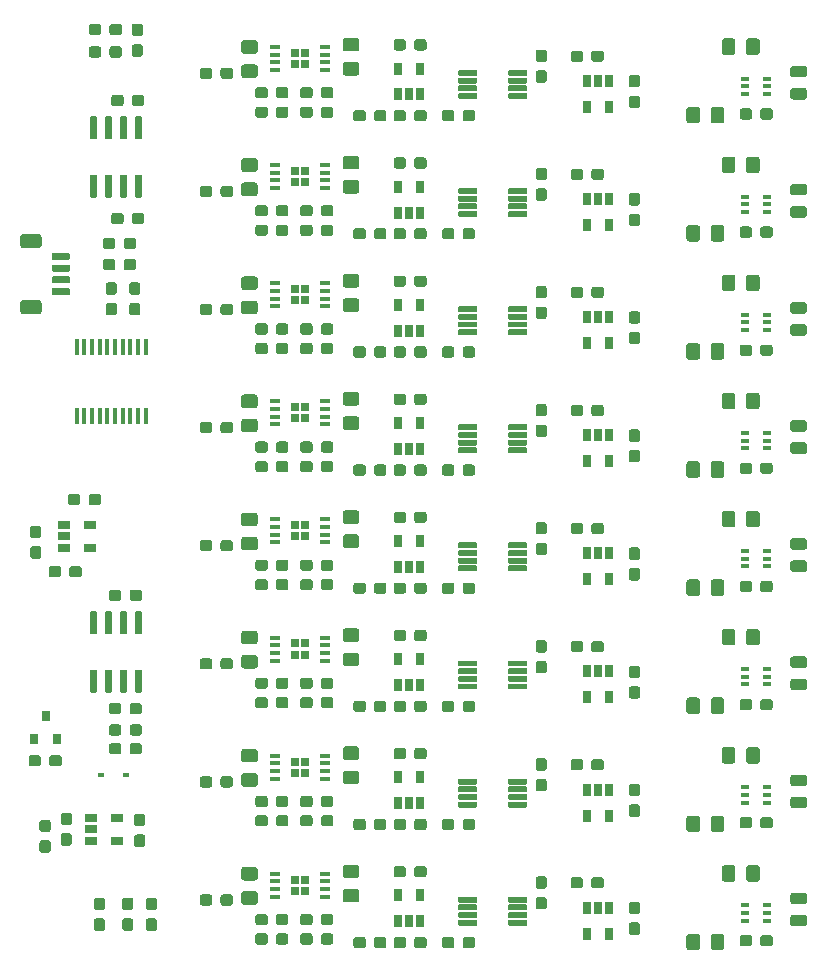
<source format=gtp>
G04 #@! TF.GenerationSoftware,KiCad,Pcbnew,(5.1.5-0)*
G04 #@! TF.CreationDate,2021-01-17T10:32:33-07:00*
G04 #@! TF.ProjectId,8ch_v5_nosma,3863685f-7635-45f6-9e6f-736d612e6b69,rev?*
G04 #@! TF.SameCoordinates,Original*
G04 #@! TF.FileFunction,Paste,Top*
G04 #@! TF.FilePolarity,Positive*
%FSLAX46Y46*%
G04 Gerber Fmt 4.6, Leading zero omitted, Abs format (unit mm)*
G04 Created by KiCad (PCBNEW (5.1.5-0)) date 2021-01-17 10:32:33*
%MOMM*%
%LPD*%
G04 APERTURE LIST*
%ADD10C,0.100000*%
%ADD11R,0.600000X0.450000*%
%ADD12R,0.800000X0.900000*%
%ADD13R,1.060000X0.650000*%
%ADD14R,0.660000X0.760000*%
%ADD15R,0.890000X0.420000*%
%ADD16R,0.650000X1.060000*%
%ADD17R,0.450000X1.450000*%
%ADD18R,0.650000X0.400000*%
G04 APERTURE END LIST*
D10*
G36*
X151069703Y-100500722D02*
G01*
X151084264Y-100502882D01*
X151098543Y-100506459D01*
X151112403Y-100511418D01*
X151125710Y-100517712D01*
X151138336Y-100525280D01*
X151150159Y-100534048D01*
X151161066Y-100543934D01*
X151170952Y-100554841D01*
X151179720Y-100566664D01*
X151187288Y-100579290D01*
X151193582Y-100592597D01*
X151198541Y-100606457D01*
X151202118Y-100620736D01*
X151204278Y-100635297D01*
X151205000Y-100650000D01*
X151205000Y-102300000D01*
X151204278Y-102314703D01*
X151202118Y-102329264D01*
X151198541Y-102343543D01*
X151193582Y-102357403D01*
X151187288Y-102370710D01*
X151179720Y-102383336D01*
X151170952Y-102395159D01*
X151161066Y-102406066D01*
X151150159Y-102415952D01*
X151138336Y-102424720D01*
X151125710Y-102432288D01*
X151112403Y-102438582D01*
X151098543Y-102443541D01*
X151084264Y-102447118D01*
X151069703Y-102449278D01*
X151055000Y-102450000D01*
X150755000Y-102450000D01*
X150740297Y-102449278D01*
X150725736Y-102447118D01*
X150711457Y-102443541D01*
X150697597Y-102438582D01*
X150684290Y-102432288D01*
X150671664Y-102424720D01*
X150659841Y-102415952D01*
X150648934Y-102406066D01*
X150639048Y-102395159D01*
X150630280Y-102383336D01*
X150622712Y-102370710D01*
X150616418Y-102357403D01*
X150611459Y-102343543D01*
X150607882Y-102329264D01*
X150605722Y-102314703D01*
X150605000Y-102300000D01*
X150605000Y-100650000D01*
X150605722Y-100635297D01*
X150607882Y-100620736D01*
X150611459Y-100606457D01*
X150616418Y-100592597D01*
X150622712Y-100579290D01*
X150630280Y-100566664D01*
X150639048Y-100554841D01*
X150648934Y-100543934D01*
X150659841Y-100534048D01*
X150671664Y-100525280D01*
X150684290Y-100517712D01*
X150697597Y-100511418D01*
X150711457Y-100506459D01*
X150725736Y-100502882D01*
X150740297Y-100500722D01*
X150755000Y-100500000D01*
X151055000Y-100500000D01*
X151069703Y-100500722D01*
G37*
G36*
X149799703Y-100500722D02*
G01*
X149814264Y-100502882D01*
X149828543Y-100506459D01*
X149842403Y-100511418D01*
X149855710Y-100517712D01*
X149868336Y-100525280D01*
X149880159Y-100534048D01*
X149891066Y-100543934D01*
X149900952Y-100554841D01*
X149909720Y-100566664D01*
X149917288Y-100579290D01*
X149923582Y-100592597D01*
X149928541Y-100606457D01*
X149932118Y-100620736D01*
X149934278Y-100635297D01*
X149935000Y-100650000D01*
X149935000Y-102300000D01*
X149934278Y-102314703D01*
X149932118Y-102329264D01*
X149928541Y-102343543D01*
X149923582Y-102357403D01*
X149917288Y-102370710D01*
X149909720Y-102383336D01*
X149900952Y-102395159D01*
X149891066Y-102406066D01*
X149880159Y-102415952D01*
X149868336Y-102424720D01*
X149855710Y-102432288D01*
X149842403Y-102438582D01*
X149828543Y-102443541D01*
X149814264Y-102447118D01*
X149799703Y-102449278D01*
X149785000Y-102450000D01*
X149485000Y-102450000D01*
X149470297Y-102449278D01*
X149455736Y-102447118D01*
X149441457Y-102443541D01*
X149427597Y-102438582D01*
X149414290Y-102432288D01*
X149401664Y-102424720D01*
X149389841Y-102415952D01*
X149378934Y-102406066D01*
X149369048Y-102395159D01*
X149360280Y-102383336D01*
X149352712Y-102370710D01*
X149346418Y-102357403D01*
X149341459Y-102343543D01*
X149337882Y-102329264D01*
X149335722Y-102314703D01*
X149335000Y-102300000D01*
X149335000Y-100650000D01*
X149335722Y-100635297D01*
X149337882Y-100620736D01*
X149341459Y-100606457D01*
X149346418Y-100592597D01*
X149352712Y-100579290D01*
X149360280Y-100566664D01*
X149369048Y-100554841D01*
X149378934Y-100543934D01*
X149389841Y-100534048D01*
X149401664Y-100525280D01*
X149414290Y-100517712D01*
X149427597Y-100511418D01*
X149441457Y-100506459D01*
X149455736Y-100502882D01*
X149470297Y-100500722D01*
X149485000Y-100500000D01*
X149785000Y-100500000D01*
X149799703Y-100500722D01*
G37*
G36*
X148529703Y-100500722D02*
G01*
X148544264Y-100502882D01*
X148558543Y-100506459D01*
X148572403Y-100511418D01*
X148585710Y-100517712D01*
X148598336Y-100525280D01*
X148610159Y-100534048D01*
X148621066Y-100543934D01*
X148630952Y-100554841D01*
X148639720Y-100566664D01*
X148647288Y-100579290D01*
X148653582Y-100592597D01*
X148658541Y-100606457D01*
X148662118Y-100620736D01*
X148664278Y-100635297D01*
X148665000Y-100650000D01*
X148665000Y-102300000D01*
X148664278Y-102314703D01*
X148662118Y-102329264D01*
X148658541Y-102343543D01*
X148653582Y-102357403D01*
X148647288Y-102370710D01*
X148639720Y-102383336D01*
X148630952Y-102395159D01*
X148621066Y-102406066D01*
X148610159Y-102415952D01*
X148598336Y-102424720D01*
X148585710Y-102432288D01*
X148572403Y-102438582D01*
X148558543Y-102443541D01*
X148544264Y-102447118D01*
X148529703Y-102449278D01*
X148515000Y-102450000D01*
X148215000Y-102450000D01*
X148200297Y-102449278D01*
X148185736Y-102447118D01*
X148171457Y-102443541D01*
X148157597Y-102438582D01*
X148144290Y-102432288D01*
X148131664Y-102424720D01*
X148119841Y-102415952D01*
X148108934Y-102406066D01*
X148099048Y-102395159D01*
X148090280Y-102383336D01*
X148082712Y-102370710D01*
X148076418Y-102357403D01*
X148071459Y-102343543D01*
X148067882Y-102329264D01*
X148065722Y-102314703D01*
X148065000Y-102300000D01*
X148065000Y-100650000D01*
X148065722Y-100635297D01*
X148067882Y-100620736D01*
X148071459Y-100606457D01*
X148076418Y-100592597D01*
X148082712Y-100579290D01*
X148090280Y-100566664D01*
X148099048Y-100554841D01*
X148108934Y-100543934D01*
X148119841Y-100534048D01*
X148131664Y-100525280D01*
X148144290Y-100517712D01*
X148157597Y-100511418D01*
X148171457Y-100506459D01*
X148185736Y-100502882D01*
X148200297Y-100500722D01*
X148215000Y-100500000D01*
X148515000Y-100500000D01*
X148529703Y-100500722D01*
G37*
G36*
X147259703Y-100500722D02*
G01*
X147274264Y-100502882D01*
X147288543Y-100506459D01*
X147302403Y-100511418D01*
X147315710Y-100517712D01*
X147328336Y-100525280D01*
X147340159Y-100534048D01*
X147351066Y-100543934D01*
X147360952Y-100554841D01*
X147369720Y-100566664D01*
X147377288Y-100579290D01*
X147383582Y-100592597D01*
X147388541Y-100606457D01*
X147392118Y-100620736D01*
X147394278Y-100635297D01*
X147395000Y-100650000D01*
X147395000Y-102300000D01*
X147394278Y-102314703D01*
X147392118Y-102329264D01*
X147388541Y-102343543D01*
X147383582Y-102357403D01*
X147377288Y-102370710D01*
X147369720Y-102383336D01*
X147360952Y-102395159D01*
X147351066Y-102406066D01*
X147340159Y-102415952D01*
X147328336Y-102424720D01*
X147315710Y-102432288D01*
X147302403Y-102438582D01*
X147288543Y-102443541D01*
X147274264Y-102447118D01*
X147259703Y-102449278D01*
X147245000Y-102450000D01*
X146945000Y-102450000D01*
X146930297Y-102449278D01*
X146915736Y-102447118D01*
X146901457Y-102443541D01*
X146887597Y-102438582D01*
X146874290Y-102432288D01*
X146861664Y-102424720D01*
X146849841Y-102415952D01*
X146838934Y-102406066D01*
X146829048Y-102395159D01*
X146820280Y-102383336D01*
X146812712Y-102370710D01*
X146806418Y-102357403D01*
X146801459Y-102343543D01*
X146797882Y-102329264D01*
X146795722Y-102314703D01*
X146795000Y-102300000D01*
X146795000Y-100650000D01*
X146795722Y-100635297D01*
X146797882Y-100620736D01*
X146801459Y-100606457D01*
X146806418Y-100592597D01*
X146812712Y-100579290D01*
X146820280Y-100566664D01*
X146829048Y-100554841D01*
X146838934Y-100543934D01*
X146849841Y-100534048D01*
X146861664Y-100525280D01*
X146874290Y-100517712D01*
X146887597Y-100511418D01*
X146901457Y-100506459D01*
X146915736Y-100502882D01*
X146930297Y-100500722D01*
X146945000Y-100500000D01*
X147245000Y-100500000D01*
X147259703Y-100500722D01*
G37*
G36*
X147259703Y-95550722D02*
G01*
X147274264Y-95552882D01*
X147288543Y-95556459D01*
X147302403Y-95561418D01*
X147315710Y-95567712D01*
X147328336Y-95575280D01*
X147340159Y-95584048D01*
X147351066Y-95593934D01*
X147360952Y-95604841D01*
X147369720Y-95616664D01*
X147377288Y-95629290D01*
X147383582Y-95642597D01*
X147388541Y-95656457D01*
X147392118Y-95670736D01*
X147394278Y-95685297D01*
X147395000Y-95700000D01*
X147395000Y-97350000D01*
X147394278Y-97364703D01*
X147392118Y-97379264D01*
X147388541Y-97393543D01*
X147383582Y-97407403D01*
X147377288Y-97420710D01*
X147369720Y-97433336D01*
X147360952Y-97445159D01*
X147351066Y-97456066D01*
X147340159Y-97465952D01*
X147328336Y-97474720D01*
X147315710Y-97482288D01*
X147302403Y-97488582D01*
X147288543Y-97493541D01*
X147274264Y-97497118D01*
X147259703Y-97499278D01*
X147245000Y-97500000D01*
X146945000Y-97500000D01*
X146930297Y-97499278D01*
X146915736Y-97497118D01*
X146901457Y-97493541D01*
X146887597Y-97488582D01*
X146874290Y-97482288D01*
X146861664Y-97474720D01*
X146849841Y-97465952D01*
X146838934Y-97456066D01*
X146829048Y-97445159D01*
X146820280Y-97433336D01*
X146812712Y-97420710D01*
X146806418Y-97407403D01*
X146801459Y-97393543D01*
X146797882Y-97379264D01*
X146795722Y-97364703D01*
X146795000Y-97350000D01*
X146795000Y-95700000D01*
X146795722Y-95685297D01*
X146797882Y-95670736D01*
X146801459Y-95656457D01*
X146806418Y-95642597D01*
X146812712Y-95629290D01*
X146820280Y-95616664D01*
X146829048Y-95604841D01*
X146838934Y-95593934D01*
X146849841Y-95584048D01*
X146861664Y-95575280D01*
X146874290Y-95567712D01*
X146887597Y-95561418D01*
X146901457Y-95556459D01*
X146915736Y-95552882D01*
X146930297Y-95550722D01*
X146945000Y-95550000D01*
X147245000Y-95550000D01*
X147259703Y-95550722D01*
G37*
G36*
X148529703Y-95550722D02*
G01*
X148544264Y-95552882D01*
X148558543Y-95556459D01*
X148572403Y-95561418D01*
X148585710Y-95567712D01*
X148598336Y-95575280D01*
X148610159Y-95584048D01*
X148621066Y-95593934D01*
X148630952Y-95604841D01*
X148639720Y-95616664D01*
X148647288Y-95629290D01*
X148653582Y-95642597D01*
X148658541Y-95656457D01*
X148662118Y-95670736D01*
X148664278Y-95685297D01*
X148665000Y-95700000D01*
X148665000Y-97350000D01*
X148664278Y-97364703D01*
X148662118Y-97379264D01*
X148658541Y-97393543D01*
X148653582Y-97407403D01*
X148647288Y-97420710D01*
X148639720Y-97433336D01*
X148630952Y-97445159D01*
X148621066Y-97456066D01*
X148610159Y-97465952D01*
X148598336Y-97474720D01*
X148585710Y-97482288D01*
X148572403Y-97488582D01*
X148558543Y-97493541D01*
X148544264Y-97497118D01*
X148529703Y-97499278D01*
X148515000Y-97500000D01*
X148215000Y-97500000D01*
X148200297Y-97499278D01*
X148185736Y-97497118D01*
X148171457Y-97493541D01*
X148157597Y-97488582D01*
X148144290Y-97482288D01*
X148131664Y-97474720D01*
X148119841Y-97465952D01*
X148108934Y-97456066D01*
X148099048Y-97445159D01*
X148090280Y-97433336D01*
X148082712Y-97420710D01*
X148076418Y-97407403D01*
X148071459Y-97393543D01*
X148067882Y-97379264D01*
X148065722Y-97364703D01*
X148065000Y-97350000D01*
X148065000Y-95700000D01*
X148065722Y-95685297D01*
X148067882Y-95670736D01*
X148071459Y-95656457D01*
X148076418Y-95642597D01*
X148082712Y-95629290D01*
X148090280Y-95616664D01*
X148099048Y-95604841D01*
X148108934Y-95593934D01*
X148119841Y-95584048D01*
X148131664Y-95575280D01*
X148144290Y-95567712D01*
X148157597Y-95561418D01*
X148171457Y-95556459D01*
X148185736Y-95552882D01*
X148200297Y-95550722D01*
X148215000Y-95550000D01*
X148515000Y-95550000D01*
X148529703Y-95550722D01*
G37*
G36*
X149799703Y-95550722D02*
G01*
X149814264Y-95552882D01*
X149828543Y-95556459D01*
X149842403Y-95561418D01*
X149855710Y-95567712D01*
X149868336Y-95575280D01*
X149880159Y-95584048D01*
X149891066Y-95593934D01*
X149900952Y-95604841D01*
X149909720Y-95616664D01*
X149917288Y-95629290D01*
X149923582Y-95642597D01*
X149928541Y-95656457D01*
X149932118Y-95670736D01*
X149934278Y-95685297D01*
X149935000Y-95700000D01*
X149935000Y-97350000D01*
X149934278Y-97364703D01*
X149932118Y-97379264D01*
X149928541Y-97393543D01*
X149923582Y-97407403D01*
X149917288Y-97420710D01*
X149909720Y-97433336D01*
X149900952Y-97445159D01*
X149891066Y-97456066D01*
X149880159Y-97465952D01*
X149868336Y-97474720D01*
X149855710Y-97482288D01*
X149842403Y-97488582D01*
X149828543Y-97493541D01*
X149814264Y-97497118D01*
X149799703Y-97499278D01*
X149785000Y-97500000D01*
X149485000Y-97500000D01*
X149470297Y-97499278D01*
X149455736Y-97497118D01*
X149441457Y-97493541D01*
X149427597Y-97488582D01*
X149414290Y-97482288D01*
X149401664Y-97474720D01*
X149389841Y-97465952D01*
X149378934Y-97456066D01*
X149369048Y-97445159D01*
X149360280Y-97433336D01*
X149352712Y-97420710D01*
X149346418Y-97407403D01*
X149341459Y-97393543D01*
X149337882Y-97379264D01*
X149335722Y-97364703D01*
X149335000Y-97350000D01*
X149335000Y-95700000D01*
X149335722Y-95685297D01*
X149337882Y-95670736D01*
X149341459Y-95656457D01*
X149346418Y-95642597D01*
X149352712Y-95629290D01*
X149360280Y-95616664D01*
X149369048Y-95604841D01*
X149378934Y-95593934D01*
X149389841Y-95584048D01*
X149401664Y-95575280D01*
X149414290Y-95567712D01*
X149427597Y-95561418D01*
X149441457Y-95556459D01*
X149455736Y-95552882D01*
X149470297Y-95550722D01*
X149485000Y-95550000D01*
X149785000Y-95550000D01*
X149799703Y-95550722D01*
G37*
G36*
X151069703Y-95550722D02*
G01*
X151084264Y-95552882D01*
X151098543Y-95556459D01*
X151112403Y-95561418D01*
X151125710Y-95567712D01*
X151138336Y-95575280D01*
X151150159Y-95584048D01*
X151161066Y-95593934D01*
X151170952Y-95604841D01*
X151179720Y-95616664D01*
X151187288Y-95629290D01*
X151193582Y-95642597D01*
X151198541Y-95656457D01*
X151202118Y-95670736D01*
X151204278Y-95685297D01*
X151205000Y-95700000D01*
X151205000Y-97350000D01*
X151204278Y-97364703D01*
X151202118Y-97379264D01*
X151198541Y-97393543D01*
X151193582Y-97407403D01*
X151187288Y-97420710D01*
X151179720Y-97433336D01*
X151170952Y-97445159D01*
X151161066Y-97456066D01*
X151150159Y-97465952D01*
X151138336Y-97474720D01*
X151125710Y-97482288D01*
X151112403Y-97488582D01*
X151098543Y-97493541D01*
X151084264Y-97497118D01*
X151069703Y-97499278D01*
X151055000Y-97500000D01*
X150755000Y-97500000D01*
X150740297Y-97499278D01*
X150725736Y-97497118D01*
X150711457Y-97493541D01*
X150697597Y-97488582D01*
X150684290Y-97482288D01*
X150671664Y-97474720D01*
X150659841Y-97465952D01*
X150648934Y-97456066D01*
X150639048Y-97445159D01*
X150630280Y-97433336D01*
X150622712Y-97420710D01*
X150616418Y-97407403D01*
X150611459Y-97393543D01*
X150607882Y-97379264D01*
X150605722Y-97364703D01*
X150605000Y-97350000D01*
X150605000Y-95700000D01*
X150605722Y-95685297D01*
X150607882Y-95670736D01*
X150611459Y-95656457D01*
X150616418Y-95642597D01*
X150622712Y-95629290D01*
X150630280Y-95616664D01*
X150639048Y-95604841D01*
X150648934Y-95593934D01*
X150659841Y-95584048D01*
X150671664Y-95575280D01*
X150684290Y-95567712D01*
X150697597Y-95561418D01*
X150711457Y-95556459D01*
X150725736Y-95552882D01*
X150740297Y-95550722D01*
X150755000Y-95550000D01*
X151055000Y-95550000D01*
X151069703Y-95550722D01*
G37*
D11*
X147750000Y-109400000D03*
X149850000Y-109400000D03*
D10*
G36*
X142474505Y-63601204D02*
G01*
X142498773Y-63604804D01*
X142522572Y-63610765D01*
X142545671Y-63619030D01*
X142567850Y-63629520D01*
X142588893Y-63642132D01*
X142608599Y-63656747D01*
X142626777Y-63673223D01*
X142643253Y-63691401D01*
X142657868Y-63711107D01*
X142670480Y-63732150D01*
X142680970Y-63754329D01*
X142689235Y-63777428D01*
X142695196Y-63801227D01*
X142698796Y-63825495D01*
X142700000Y-63849999D01*
X142700000Y-64550001D01*
X142698796Y-64574505D01*
X142695196Y-64598773D01*
X142689235Y-64622572D01*
X142680970Y-64645671D01*
X142670480Y-64667850D01*
X142657868Y-64688893D01*
X142643253Y-64708599D01*
X142626777Y-64726777D01*
X142608599Y-64743253D01*
X142588893Y-64757868D01*
X142567850Y-64770480D01*
X142545671Y-64780970D01*
X142522572Y-64789235D01*
X142498773Y-64795196D01*
X142474505Y-64798796D01*
X142450001Y-64800000D01*
X141149999Y-64800000D01*
X141125495Y-64798796D01*
X141101227Y-64795196D01*
X141077428Y-64789235D01*
X141054329Y-64780970D01*
X141032150Y-64770480D01*
X141011107Y-64757868D01*
X140991401Y-64743253D01*
X140973223Y-64726777D01*
X140956747Y-64708599D01*
X140942132Y-64688893D01*
X140929520Y-64667850D01*
X140919030Y-64645671D01*
X140910765Y-64622572D01*
X140904804Y-64598773D01*
X140901204Y-64574505D01*
X140900000Y-64550001D01*
X140900000Y-63849999D01*
X140901204Y-63825495D01*
X140904804Y-63801227D01*
X140910765Y-63777428D01*
X140919030Y-63754329D01*
X140929520Y-63732150D01*
X140942132Y-63711107D01*
X140956747Y-63691401D01*
X140973223Y-63673223D01*
X140991401Y-63656747D01*
X141011107Y-63642132D01*
X141032150Y-63629520D01*
X141054329Y-63619030D01*
X141077428Y-63610765D01*
X141101227Y-63604804D01*
X141125495Y-63601204D01*
X141149999Y-63600000D01*
X142450001Y-63600000D01*
X142474505Y-63601204D01*
G37*
G36*
X142474505Y-69201204D02*
G01*
X142498773Y-69204804D01*
X142522572Y-69210765D01*
X142545671Y-69219030D01*
X142567850Y-69229520D01*
X142588893Y-69242132D01*
X142608599Y-69256747D01*
X142626777Y-69273223D01*
X142643253Y-69291401D01*
X142657868Y-69311107D01*
X142670480Y-69332150D01*
X142680970Y-69354329D01*
X142689235Y-69377428D01*
X142695196Y-69401227D01*
X142698796Y-69425495D01*
X142700000Y-69449999D01*
X142700000Y-70150001D01*
X142698796Y-70174505D01*
X142695196Y-70198773D01*
X142689235Y-70222572D01*
X142680970Y-70245671D01*
X142670480Y-70267850D01*
X142657868Y-70288893D01*
X142643253Y-70308599D01*
X142626777Y-70326777D01*
X142608599Y-70343253D01*
X142588893Y-70357868D01*
X142567850Y-70370480D01*
X142545671Y-70380970D01*
X142522572Y-70389235D01*
X142498773Y-70395196D01*
X142474505Y-70398796D01*
X142450001Y-70400000D01*
X141149999Y-70400000D01*
X141125495Y-70398796D01*
X141101227Y-70395196D01*
X141077428Y-70389235D01*
X141054329Y-70380970D01*
X141032150Y-70370480D01*
X141011107Y-70357868D01*
X140991401Y-70343253D01*
X140973223Y-70326777D01*
X140956747Y-70308599D01*
X140942132Y-70288893D01*
X140929520Y-70267850D01*
X140919030Y-70245671D01*
X140910765Y-70222572D01*
X140904804Y-70198773D01*
X140901204Y-70174505D01*
X140900000Y-70150001D01*
X140900000Y-69449999D01*
X140901204Y-69425495D01*
X140904804Y-69401227D01*
X140910765Y-69377428D01*
X140919030Y-69354329D01*
X140929520Y-69332150D01*
X140942132Y-69311107D01*
X140956747Y-69291401D01*
X140973223Y-69273223D01*
X140991401Y-69256747D01*
X141011107Y-69242132D01*
X141032150Y-69229520D01*
X141054329Y-69219030D01*
X141077428Y-69210765D01*
X141101227Y-69204804D01*
X141125495Y-69201204D01*
X141149999Y-69200000D01*
X142450001Y-69200000D01*
X142474505Y-69201204D01*
G37*
G36*
X144964703Y-65200722D02*
G01*
X144979264Y-65202882D01*
X144993543Y-65206459D01*
X145007403Y-65211418D01*
X145020710Y-65217712D01*
X145033336Y-65225280D01*
X145045159Y-65234048D01*
X145056066Y-65243934D01*
X145065952Y-65254841D01*
X145074720Y-65266664D01*
X145082288Y-65279290D01*
X145088582Y-65292597D01*
X145093541Y-65306457D01*
X145097118Y-65320736D01*
X145099278Y-65335297D01*
X145100000Y-65350000D01*
X145100000Y-65650000D01*
X145099278Y-65664703D01*
X145097118Y-65679264D01*
X145093541Y-65693543D01*
X145088582Y-65707403D01*
X145082288Y-65720710D01*
X145074720Y-65733336D01*
X145065952Y-65745159D01*
X145056066Y-65756066D01*
X145045159Y-65765952D01*
X145033336Y-65774720D01*
X145020710Y-65782288D01*
X145007403Y-65788582D01*
X144993543Y-65793541D01*
X144979264Y-65797118D01*
X144964703Y-65799278D01*
X144950000Y-65800000D01*
X143700000Y-65800000D01*
X143685297Y-65799278D01*
X143670736Y-65797118D01*
X143656457Y-65793541D01*
X143642597Y-65788582D01*
X143629290Y-65782288D01*
X143616664Y-65774720D01*
X143604841Y-65765952D01*
X143593934Y-65756066D01*
X143584048Y-65745159D01*
X143575280Y-65733336D01*
X143567712Y-65720710D01*
X143561418Y-65707403D01*
X143556459Y-65693543D01*
X143552882Y-65679264D01*
X143550722Y-65664703D01*
X143550000Y-65650000D01*
X143550000Y-65350000D01*
X143550722Y-65335297D01*
X143552882Y-65320736D01*
X143556459Y-65306457D01*
X143561418Y-65292597D01*
X143567712Y-65279290D01*
X143575280Y-65266664D01*
X143584048Y-65254841D01*
X143593934Y-65243934D01*
X143604841Y-65234048D01*
X143616664Y-65225280D01*
X143629290Y-65217712D01*
X143642597Y-65211418D01*
X143656457Y-65206459D01*
X143670736Y-65202882D01*
X143685297Y-65200722D01*
X143700000Y-65200000D01*
X144950000Y-65200000D01*
X144964703Y-65200722D01*
G37*
G36*
X144964703Y-66200722D02*
G01*
X144979264Y-66202882D01*
X144993543Y-66206459D01*
X145007403Y-66211418D01*
X145020710Y-66217712D01*
X145033336Y-66225280D01*
X145045159Y-66234048D01*
X145056066Y-66243934D01*
X145065952Y-66254841D01*
X145074720Y-66266664D01*
X145082288Y-66279290D01*
X145088582Y-66292597D01*
X145093541Y-66306457D01*
X145097118Y-66320736D01*
X145099278Y-66335297D01*
X145100000Y-66350000D01*
X145100000Y-66650000D01*
X145099278Y-66664703D01*
X145097118Y-66679264D01*
X145093541Y-66693543D01*
X145088582Y-66707403D01*
X145082288Y-66720710D01*
X145074720Y-66733336D01*
X145065952Y-66745159D01*
X145056066Y-66756066D01*
X145045159Y-66765952D01*
X145033336Y-66774720D01*
X145020710Y-66782288D01*
X145007403Y-66788582D01*
X144993543Y-66793541D01*
X144979264Y-66797118D01*
X144964703Y-66799278D01*
X144950000Y-66800000D01*
X143700000Y-66800000D01*
X143685297Y-66799278D01*
X143670736Y-66797118D01*
X143656457Y-66793541D01*
X143642597Y-66788582D01*
X143629290Y-66782288D01*
X143616664Y-66774720D01*
X143604841Y-66765952D01*
X143593934Y-66756066D01*
X143584048Y-66745159D01*
X143575280Y-66733336D01*
X143567712Y-66720710D01*
X143561418Y-66707403D01*
X143556459Y-66693543D01*
X143552882Y-66679264D01*
X143550722Y-66664703D01*
X143550000Y-66650000D01*
X143550000Y-66350000D01*
X143550722Y-66335297D01*
X143552882Y-66320736D01*
X143556459Y-66306457D01*
X143561418Y-66292597D01*
X143567712Y-66279290D01*
X143575280Y-66266664D01*
X143584048Y-66254841D01*
X143593934Y-66243934D01*
X143604841Y-66234048D01*
X143616664Y-66225280D01*
X143629290Y-66217712D01*
X143642597Y-66211418D01*
X143656457Y-66206459D01*
X143670736Y-66202882D01*
X143685297Y-66200722D01*
X143700000Y-66200000D01*
X144950000Y-66200000D01*
X144964703Y-66200722D01*
G37*
G36*
X144964703Y-67200722D02*
G01*
X144979264Y-67202882D01*
X144993543Y-67206459D01*
X145007403Y-67211418D01*
X145020710Y-67217712D01*
X145033336Y-67225280D01*
X145045159Y-67234048D01*
X145056066Y-67243934D01*
X145065952Y-67254841D01*
X145074720Y-67266664D01*
X145082288Y-67279290D01*
X145088582Y-67292597D01*
X145093541Y-67306457D01*
X145097118Y-67320736D01*
X145099278Y-67335297D01*
X145100000Y-67350000D01*
X145100000Y-67650000D01*
X145099278Y-67664703D01*
X145097118Y-67679264D01*
X145093541Y-67693543D01*
X145088582Y-67707403D01*
X145082288Y-67720710D01*
X145074720Y-67733336D01*
X145065952Y-67745159D01*
X145056066Y-67756066D01*
X145045159Y-67765952D01*
X145033336Y-67774720D01*
X145020710Y-67782288D01*
X145007403Y-67788582D01*
X144993543Y-67793541D01*
X144979264Y-67797118D01*
X144964703Y-67799278D01*
X144950000Y-67800000D01*
X143700000Y-67800000D01*
X143685297Y-67799278D01*
X143670736Y-67797118D01*
X143656457Y-67793541D01*
X143642597Y-67788582D01*
X143629290Y-67782288D01*
X143616664Y-67774720D01*
X143604841Y-67765952D01*
X143593934Y-67756066D01*
X143584048Y-67745159D01*
X143575280Y-67733336D01*
X143567712Y-67720710D01*
X143561418Y-67707403D01*
X143556459Y-67693543D01*
X143552882Y-67679264D01*
X143550722Y-67664703D01*
X143550000Y-67650000D01*
X143550000Y-67350000D01*
X143550722Y-67335297D01*
X143552882Y-67320736D01*
X143556459Y-67306457D01*
X143561418Y-67292597D01*
X143567712Y-67279290D01*
X143575280Y-67266664D01*
X143584048Y-67254841D01*
X143593934Y-67243934D01*
X143604841Y-67234048D01*
X143616664Y-67225280D01*
X143629290Y-67217712D01*
X143642597Y-67211418D01*
X143656457Y-67206459D01*
X143670736Y-67202882D01*
X143685297Y-67200722D01*
X143700000Y-67200000D01*
X144950000Y-67200000D01*
X144964703Y-67200722D01*
G37*
G36*
X144964703Y-68200722D02*
G01*
X144979264Y-68202882D01*
X144993543Y-68206459D01*
X145007403Y-68211418D01*
X145020710Y-68217712D01*
X145033336Y-68225280D01*
X145045159Y-68234048D01*
X145056066Y-68243934D01*
X145065952Y-68254841D01*
X145074720Y-68266664D01*
X145082288Y-68279290D01*
X145088582Y-68292597D01*
X145093541Y-68306457D01*
X145097118Y-68320736D01*
X145099278Y-68335297D01*
X145100000Y-68350000D01*
X145100000Y-68650000D01*
X145099278Y-68664703D01*
X145097118Y-68679264D01*
X145093541Y-68693543D01*
X145088582Y-68707403D01*
X145082288Y-68720710D01*
X145074720Y-68733336D01*
X145065952Y-68745159D01*
X145056066Y-68756066D01*
X145045159Y-68765952D01*
X145033336Y-68774720D01*
X145020710Y-68782288D01*
X145007403Y-68788582D01*
X144993543Y-68793541D01*
X144979264Y-68797118D01*
X144964703Y-68799278D01*
X144950000Y-68800000D01*
X143700000Y-68800000D01*
X143685297Y-68799278D01*
X143670736Y-68797118D01*
X143656457Y-68793541D01*
X143642597Y-68788582D01*
X143629290Y-68782288D01*
X143616664Y-68774720D01*
X143604841Y-68765952D01*
X143593934Y-68756066D01*
X143584048Y-68745159D01*
X143575280Y-68733336D01*
X143567712Y-68720710D01*
X143561418Y-68707403D01*
X143556459Y-68693543D01*
X143552882Y-68679264D01*
X143550722Y-68664703D01*
X143550000Y-68650000D01*
X143550000Y-68350000D01*
X143550722Y-68335297D01*
X143552882Y-68320736D01*
X143556459Y-68306457D01*
X143561418Y-68292597D01*
X143567712Y-68279290D01*
X143575280Y-68266664D01*
X143584048Y-68254841D01*
X143593934Y-68243934D01*
X143604841Y-68234048D01*
X143616664Y-68225280D01*
X143629290Y-68217712D01*
X143642597Y-68211418D01*
X143656457Y-68206459D01*
X143670736Y-68202882D01*
X143685297Y-68200722D01*
X143700000Y-68200000D01*
X144950000Y-68200000D01*
X144964703Y-68200722D01*
G37*
G36*
X144185779Y-107726144D02*
G01*
X144208834Y-107729563D01*
X144231443Y-107735227D01*
X144253387Y-107743079D01*
X144274457Y-107753044D01*
X144294448Y-107765026D01*
X144313168Y-107778910D01*
X144330438Y-107794562D01*
X144346090Y-107811832D01*
X144359974Y-107830552D01*
X144371956Y-107850543D01*
X144381921Y-107871613D01*
X144389773Y-107893557D01*
X144395437Y-107916166D01*
X144398856Y-107939221D01*
X144400000Y-107962500D01*
X144400000Y-108437500D01*
X144398856Y-108460779D01*
X144395437Y-108483834D01*
X144389773Y-108506443D01*
X144381921Y-108528387D01*
X144371956Y-108549457D01*
X144359974Y-108569448D01*
X144346090Y-108588168D01*
X144330438Y-108605438D01*
X144313168Y-108621090D01*
X144294448Y-108634974D01*
X144274457Y-108646956D01*
X144253387Y-108656921D01*
X144231443Y-108664773D01*
X144208834Y-108670437D01*
X144185779Y-108673856D01*
X144162500Y-108675000D01*
X143587500Y-108675000D01*
X143564221Y-108673856D01*
X143541166Y-108670437D01*
X143518557Y-108664773D01*
X143496613Y-108656921D01*
X143475543Y-108646956D01*
X143455552Y-108634974D01*
X143436832Y-108621090D01*
X143419562Y-108605438D01*
X143403910Y-108588168D01*
X143390026Y-108569448D01*
X143378044Y-108549457D01*
X143368079Y-108528387D01*
X143360227Y-108506443D01*
X143354563Y-108483834D01*
X143351144Y-108460779D01*
X143350000Y-108437500D01*
X143350000Y-107962500D01*
X143351144Y-107939221D01*
X143354563Y-107916166D01*
X143360227Y-107893557D01*
X143368079Y-107871613D01*
X143378044Y-107850543D01*
X143390026Y-107830552D01*
X143403910Y-107811832D01*
X143419562Y-107794562D01*
X143436832Y-107778910D01*
X143455552Y-107765026D01*
X143475543Y-107753044D01*
X143496613Y-107743079D01*
X143518557Y-107735227D01*
X143541166Y-107729563D01*
X143564221Y-107726144D01*
X143587500Y-107725000D01*
X144162500Y-107725000D01*
X144185779Y-107726144D01*
G37*
G36*
X142435779Y-107726144D02*
G01*
X142458834Y-107729563D01*
X142481443Y-107735227D01*
X142503387Y-107743079D01*
X142524457Y-107753044D01*
X142544448Y-107765026D01*
X142563168Y-107778910D01*
X142580438Y-107794562D01*
X142596090Y-107811832D01*
X142609974Y-107830552D01*
X142621956Y-107850543D01*
X142631921Y-107871613D01*
X142639773Y-107893557D01*
X142645437Y-107916166D01*
X142648856Y-107939221D01*
X142650000Y-107962500D01*
X142650000Y-108437500D01*
X142648856Y-108460779D01*
X142645437Y-108483834D01*
X142639773Y-108506443D01*
X142631921Y-108528387D01*
X142621956Y-108549457D01*
X142609974Y-108569448D01*
X142596090Y-108588168D01*
X142580438Y-108605438D01*
X142563168Y-108621090D01*
X142544448Y-108634974D01*
X142524457Y-108646956D01*
X142503387Y-108656921D01*
X142481443Y-108664773D01*
X142458834Y-108670437D01*
X142435779Y-108673856D01*
X142412500Y-108675000D01*
X141837500Y-108675000D01*
X141814221Y-108673856D01*
X141791166Y-108670437D01*
X141768557Y-108664773D01*
X141746613Y-108656921D01*
X141725543Y-108646956D01*
X141705552Y-108634974D01*
X141686832Y-108621090D01*
X141669562Y-108605438D01*
X141653910Y-108588168D01*
X141640026Y-108569448D01*
X141628044Y-108549457D01*
X141618079Y-108528387D01*
X141610227Y-108506443D01*
X141604563Y-108483834D01*
X141601144Y-108460779D01*
X141600000Y-108437500D01*
X141600000Y-107962500D01*
X141601144Y-107939221D01*
X141604563Y-107916166D01*
X141610227Y-107893557D01*
X141618079Y-107871613D01*
X141628044Y-107850543D01*
X141640026Y-107830552D01*
X141653910Y-107811832D01*
X141669562Y-107794562D01*
X141686832Y-107778910D01*
X141705552Y-107765026D01*
X141725543Y-107753044D01*
X141746613Y-107743079D01*
X141768557Y-107735227D01*
X141791166Y-107729563D01*
X141814221Y-107726144D01*
X141837500Y-107725000D01*
X142412500Y-107725000D01*
X142435779Y-107726144D01*
G37*
D12*
X143050000Y-104400000D03*
X144000000Y-106400000D03*
X142100000Y-106400000D03*
D10*
G36*
X150985779Y-105126144D02*
G01*
X151008834Y-105129563D01*
X151031443Y-105135227D01*
X151053387Y-105143079D01*
X151074457Y-105153044D01*
X151094448Y-105165026D01*
X151113168Y-105178910D01*
X151130438Y-105194562D01*
X151146090Y-105211832D01*
X151159974Y-105230552D01*
X151171956Y-105250543D01*
X151181921Y-105271613D01*
X151189773Y-105293557D01*
X151195437Y-105316166D01*
X151198856Y-105339221D01*
X151200000Y-105362500D01*
X151200000Y-105837500D01*
X151198856Y-105860779D01*
X151195437Y-105883834D01*
X151189773Y-105906443D01*
X151181921Y-105928387D01*
X151171956Y-105949457D01*
X151159974Y-105969448D01*
X151146090Y-105988168D01*
X151130438Y-106005438D01*
X151113168Y-106021090D01*
X151094448Y-106034974D01*
X151074457Y-106046956D01*
X151053387Y-106056921D01*
X151031443Y-106064773D01*
X151008834Y-106070437D01*
X150985779Y-106073856D01*
X150962500Y-106075000D01*
X150387500Y-106075000D01*
X150364221Y-106073856D01*
X150341166Y-106070437D01*
X150318557Y-106064773D01*
X150296613Y-106056921D01*
X150275543Y-106046956D01*
X150255552Y-106034974D01*
X150236832Y-106021090D01*
X150219562Y-106005438D01*
X150203910Y-105988168D01*
X150190026Y-105969448D01*
X150178044Y-105949457D01*
X150168079Y-105928387D01*
X150160227Y-105906443D01*
X150154563Y-105883834D01*
X150151144Y-105860779D01*
X150150000Y-105837500D01*
X150150000Y-105362500D01*
X150151144Y-105339221D01*
X150154563Y-105316166D01*
X150160227Y-105293557D01*
X150168079Y-105271613D01*
X150178044Y-105250543D01*
X150190026Y-105230552D01*
X150203910Y-105211832D01*
X150219562Y-105194562D01*
X150236832Y-105178910D01*
X150255552Y-105165026D01*
X150275543Y-105153044D01*
X150296613Y-105143079D01*
X150318557Y-105135227D01*
X150341166Y-105129563D01*
X150364221Y-105126144D01*
X150387500Y-105125000D01*
X150962500Y-105125000D01*
X150985779Y-105126144D01*
G37*
G36*
X149235779Y-105126144D02*
G01*
X149258834Y-105129563D01*
X149281443Y-105135227D01*
X149303387Y-105143079D01*
X149324457Y-105153044D01*
X149344448Y-105165026D01*
X149363168Y-105178910D01*
X149380438Y-105194562D01*
X149396090Y-105211832D01*
X149409974Y-105230552D01*
X149421956Y-105250543D01*
X149431921Y-105271613D01*
X149439773Y-105293557D01*
X149445437Y-105316166D01*
X149448856Y-105339221D01*
X149450000Y-105362500D01*
X149450000Y-105837500D01*
X149448856Y-105860779D01*
X149445437Y-105883834D01*
X149439773Y-105906443D01*
X149431921Y-105928387D01*
X149421956Y-105949457D01*
X149409974Y-105969448D01*
X149396090Y-105988168D01*
X149380438Y-106005438D01*
X149363168Y-106021090D01*
X149344448Y-106034974D01*
X149324457Y-106046956D01*
X149303387Y-106056921D01*
X149281443Y-106064773D01*
X149258834Y-106070437D01*
X149235779Y-106073856D01*
X149212500Y-106075000D01*
X148637500Y-106075000D01*
X148614221Y-106073856D01*
X148591166Y-106070437D01*
X148568557Y-106064773D01*
X148546613Y-106056921D01*
X148525543Y-106046956D01*
X148505552Y-106034974D01*
X148486832Y-106021090D01*
X148469562Y-106005438D01*
X148453910Y-105988168D01*
X148440026Y-105969448D01*
X148428044Y-105949457D01*
X148418079Y-105928387D01*
X148410227Y-105906443D01*
X148404563Y-105883834D01*
X148401144Y-105860779D01*
X148400000Y-105837500D01*
X148400000Y-105362500D01*
X148401144Y-105339221D01*
X148404563Y-105316166D01*
X148410227Y-105293557D01*
X148418079Y-105271613D01*
X148428044Y-105250543D01*
X148440026Y-105230552D01*
X148453910Y-105211832D01*
X148469562Y-105194562D01*
X148486832Y-105178910D01*
X148505552Y-105165026D01*
X148525543Y-105153044D01*
X148546613Y-105143079D01*
X148568557Y-105135227D01*
X148591166Y-105129563D01*
X148614221Y-105126144D01*
X148637500Y-105125000D01*
X149212500Y-105125000D01*
X149235779Y-105126144D01*
G37*
G36*
X150985779Y-106726144D02*
G01*
X151008834Y-106729563D01*
X151031443Y-106735227D01*
X151053387Y-106743079D01*
X151074457Y-106753044D01*
X151094448Y-106765026D01*
X151113168Y-106778910D01*
X151130438Y-106794562D01*
X151146090Y-106811832D01*
X151159974Y-106830552D01*
X151171956Y-106850543D01*
X151181921Y-106871613D01*
X151189773Y-106893557D01*
X151195437Y-106916166D01*
X151198856Y-106939221D01*
X151200000Y-106962500D01*
X151200000Y-107437500D01*
X151198856Y-107460779D01*
X151195437Y-107483834D01*
X151189773Y-107506443D01*
X151181921Y-107528387D01*
X151171956Y-107549457D01*
X151159974Y-107569448D01*
X151146090Y-107588168D01*
X151130438Y-107605438D01*
X151113168Y-107621090D01*
X151094448Y-107634974D01*
X151074457Y-107646956D01*
X151053387Y-107656921D01*
X151031443Y-107664773D01*
X151008834Y-107670437D01*
X150985779Y-107673856D01*
X150962500Y-107675000D01*
X150387500Y-107675000D01*
X150364221Y-107673856D01*
X150341166Y-107670437D01*
X150318557Y-107664773D01*
X150296613Y-107656921D01*
X150275543Y-107646956D01*
X150255552Y-107634974D01*
X150236832Y-107621090D01*
X150219562Y-107605438D01*
X150203910Y-107588168D01*
X150190026Y-107569448D01*
X150178044Y-107549457D01*
X150168079Y-107528387D01*
X150160227Y-107506443D01*
X150154563Y-107483834D01*
X150151144Y-107460779D01*
X150150000Y-107437500D01*
X150150000Y-106962500D01*
X150151144Y-106939221D01*
X150154563Y-106916166D01*
X150160227Y-106893557D01*
X150168079Y-106871613D01*
X150178044Y-106850543D01*
X150190026Y-106830552D01*
X150203910Y-106811832D01*
X150219562Y-106794562D01*
X150236832Y-106778910D01*
X150255552Y-106765026D01*
X150275543Y-106753044D01*
X150296613Y-106743079D01*
X150318557Y-106735227D01*
X150341166Y-106729563D01*
X150364221Y-106726144D01*
X150387500Y-106725000D01*
X150962500Y-106725000D01*
X150985779Y-106726144D01*
G37*
G36*
X149235779Y-106726144D02*
G01*
X149258834Y-106729563D01*
X149281443Y-106735227D01*
X149303387Y-106743079D01*
X149324457Y-106753044D01*
X149344448Y-106765026D01*
X149363168Y-106778910D01*
X149380438Y-106794562D01*
X149396090Y-106811832D01*
X149409974Y-106830552D01*
X149421956Y-106850543D01*
X149431921Y-106871613D01*
X149439773Y-106893557D01*
X149445437Y-106916166D01*
X149448856Y-106939221D01*
X149450000Y-106962500D01*
X149450000Y-107437500D01*
X149448856Y-107460779D01*
X149445437Y-107483834D01*
X149439773Y-107506443D01*
X149431921Y-107528387D01*
X149421956Y-107549457D01*
X149409974Y-107569448D01*
X149396090Y-107588168D01*
X149380438Y-107605438D01*
X149363168Y-107621090D01*
X149344448Y-107634974D01*
X149324457Y-107646956D01*
X149303387Y-107656921D01*
X149281443Y-107664773D01*
X149258834Y-107670437D01*
X149235779Y-107673856D01*
X149212500Y-107675000D01*
X148637500Y-107675000D01*
X148614221Y-107673856D01*
X148591166Y-107670437D01*
X148568557Y-107664773D01*
X148546613Y-107656921D01*
X148525543Y-107646956D01*
X148505552Y-107634974D01*
X148486832Y-107621090D01*
X148469562Y-107605438D01*
X148453910Y-107588168D01*
X148440026Y-107569448D01*
X148428044Y-107549457D01*
X148418079Y-107528387D01*
X148410227Y-107506443D01*
X148404563Y-107483834D01*
X148401144Y-107460779D01*
X148400000Y-107437500D01*
X148400000Y-106962500D01*
X148401144Y-106939221D01*
X148404563Y-106916166D01*
X148410227Y-106893557D01*
X148418079Y-106871613D01*
X148428044Y-106850543D01*
X148440026Y-106830552D01*
X148453910Y-106811832D01*
X148469562Y-106794562D01*
X148486832Y-106778910D01*
X148505552Y-106765026D01*
X148525543Y-106753044D01*
X148546613Y-106743079D01*
X148568557Y-106735227D01*
X148591166Y-106729563D01*
X148614221Y-106726144D01*
X148637500Y-106725000D01*
X149212500Y-106725000D01*
X149235779Y-106726144D01*
G37*
G36*
X149235779Y-103326144D02*
G01*
X149258834Y-103329563D01*
X149281443Y-103335227D01*
X149303387Y-103343079D01*
X149324457Y-103353044D01*
X149344448Y-103365026D01*
X149363168Y-103378910D01*
X149380438Y-103394562D01*
X149396090Y-103411832D01*
X149409974Y-103430552D01*
X149421956Y-103450543D01*
X149431921Y-103471613D01*
X149439773Y-103493557D01*
X149445437Y-103516166D01*
X149448856Y-103539221D01*
X149450000Y-103562500D01*
X149450000Y-104037500D01*
X149448856Y-104060779D01*
X149445437Y-104083834D01*
X149439773Y-104106443D01*
X149431921Y-104128387D01*
X149421956Y-104149457D01*
X149409974Y-104169448D01*
X149396090Y-104188168D01*
X149380438Y-104205438D01*
X149363168Y-104221090D01*
X149344448Y-104234974D01*
X149324457Y-104246956D01*
X149303387Y-104256921D01*
X149281443Y-104264773D01*
X149258834Y-104270437D01*
X149235779Y-104273856D01*
X149212500Y-104275000D01*
X148637500Y-104275000D01*
X148614221Y-104273856D01*
X148591166Y-104270437D01*
X148568557Y-104264773D01*
X148546613Y-104256921D01*
X148525543Y-104246956D01*
X148505552Y-104234974D01*
X148486832Y-104221090D01*
X148469562Y-104205438D01*
X148453910Y-104188168D01*
X148440026Y-104169448D01*
X148428044Y-104149457D01*
X148418079Y-104128387D01*
X148410227Y-104106443D01*
X148404563Y-104083834D01*
X148401144Y-104060779D01*
X148400000Y-104037500D01*
X148400000Y-103562500D01*
X148401144Y-103539221D01*
X148404563Y-103516166D01*
X148410227Y-103493557D01*
X148418079Y-103471613D01*
X148428044Y-103450543D01*
X148440026Y-103430552D01*
X148453910Y-103411832D01*
X148469562Y-103394562D01*
X148486832Y-103378910D01*
X148505552Y-103365026D01*
X148525543Y-103353044D01*
X148546613Y-103343079D01*
X148568557Y-103335227D01*
X148591166Y-103329563D01*
X148614221Y-103326144D01*
X148637500Y-103325000D01*
X149212500Y-103325000D01*
X149235779Y-103326144D01*
G37*
G36*
X150985779Y-103326144D02*
G01*
X151008834Y-103329563D01*
X151031443Y-103335227D01*
X151053387Y-103343079D01*
X151074457Y-103353044D01*
X151094448Y-103365026D01*
X151113168Y-103378910D01*
X151130438Y-103394562D01*
X151146090Y-103411832D01*
X151159974Y-103430552D01*
X151171956Y-103450543D01*
X151181921Y-103471613D01*
X151189773Y-103493557D01*
X151195437Y-103516166D01*
X151198856Y-103539221D01*
X151200000Y-103562500D01*
X151200000Y-104037500D01*
X151198856Y-104060779D01*
X151195437Y-104083834D01*
X151189773Y-104106443D01*
X151181921Y-104128387D01*
X151171956Y-104149457D01*
X151159974Y-104169448D01*
X151146090Y-104188168D01*
X151130438Y-104205438D01*
X151113168Y-104221090D01*
X151094448Y-104234974D01*
X151074457Y-104246956D01*
X151053387Y-104256921D01*
X151031443Y-104264773D01*
X151008834Y-104270437D01*
X150985779Y-104273856D01*
X150962500Y-104275000D01*
X150387500Y-104275000D01*
X150364221Y-104273856D01*
X150341166Y-104270437D01*
X150318557Y-104264773D01*
X150296613Y-104256921D01*
X150275543Y-104246956D01*
X150255552Y-104234974D01*
X150236832Y-104221090D01*
X150219562Y-104205438D01*
X150203910Y-104188168D01*
X150190026Y-104169448D01*
X150178044Y-104149457D01*
X150168079Y-104128387D01*
X150160227Y-104106443D01*
X150154563Y-104083834D01*
X150151144Y-104060779D01*
X150150000Y-104037500D01*
X150150000Y-103562500D01*
X150151144Y-103539221D01*
X150154563Y-103516166D01*
X150160227Y-103493557D01*
X150168079Y-103471613D01*
X150178044Y-103450543D01*
X150190026Y-103430552D01*
X150203910Y-103411832D01*
X150219562Y-103394562D01*
X150236832Y-103378910D01*
X150255552Y-103365026D01*
X150275543Y-103353044D01*
X150296613Y-103343079D01*
X150318557Y-103335227D01*
X150341166Y-103329563D01*
X150364221Y-103326144D01*
X150387500Y-103325000D01*
X150962500Y-103325000D01*
X150985779Y-103326144D01*
G37*
G36*
X149235779Y-93726144D02*
G01*
X149258834Y-93729563D01*
X149281443Y-93735227D01*
X149303387Y-93743079D01*
X149324457Y-93753044D01*
X149344448Y-93765026D01*
X149363168Y-93778910D01*
X149380438Y-93794562D01*
X149396090Y-93811832D01*
X149409974Y-93830552D01*
X149421956Y-93850543D01*
X149431921Y-93871613D01*
X149439773Y-93893557D01*
X149445437Y-93916166D01*
X149448856Y-93939221D01*
X149450000Y-93962500D01*
X149450000Y-94437500D01*
X149448856Y-94460779D01*
X149445437Y-94483834D01*
X149439773Y-94506443D01*
X149431921Y-94528387D01*
X149421956Y-94549457D01*
X149409974Y-94569448D01*
X149396090Y-94588168D01*
X149380438Y-94605438D01*
X149363168Y-94621090D01*
X149344448Y-94634974D01*
X149324457Y-94646956D01*
X149303387Y-94656921D01*
X149281443Y-94664773D01*
X149258834Y-94670437D01*
X149235779Y-94673856D01*
X149212500Y-94675000D01*
X148637500Y-94675000D01*
X148614221Y-94673856D01*
X148591166Y-94670437D01*
X148568557Y-94664773D01*
X148546613Y-94656921D01*
X148525543Y-94646956D01*
X148505552Y-94634974D01*
X148486832Y-94621090D01*
X148469562Y-94605438D01*
X148453910Y-94588168D01*
X148440026Y-94569448D01*
X148428044Y-94549457D01*
X148418079Y-94528387D01*
X148410227Y-94506443D01*
X148404563Y-94483834D01*
X148401144Y-94460779D01*
X148400000Y-94437500D01*
X148400000Y-93962500D01*
X148401144Y-93939221D01*
X148404563Y-93916166D01*
X148410227Y-93893557D01*
X148418079Y-93871613D01*
X148428044Y-93850543D01*
X148440026Y-93830552D01*
X148453910Y-93811832D01*
X148469562Y-93794562D01*
X148486832Y-93778910D01*
X148505552Y-93765026D01*
X148525543Y-93753044D01*
X148546613Y-93743079D01*
X148568557Y-93735227D01*
X148591166Y-93729563D01*
X148614221Y-93726144D01*
X148637500Y-93725000D01*
X149212500Y-93725000D01*
X149235779Y-93726144D01*
G37*
G36*
X150985779Y-93726144D02*
G01*
X151008834Y-93729563D01*
X151031443Y-93735227D01*
X151053387Y-93743079D01*
X151074457Y-93753044D01*
X151094448Y-93765026D01*
X151113168Y-93778910D01*
X151130438Y-93794562D01*
X151146090Y-93811832D01*
X151159974Y-93830552D01*
X151171956Y-93850543D01*
X151181921Y-93871613D01*
X151189773Y-93893557D01*
X151195437Y-93916166D01*
X151198856Y-93939221D01*
X151200000Y-93962500D01*
X151200000Y-94437500D01*
X151198856Y-94460779D01*
X151195437Y-94483834D01*
X151189773Y-94506443D01*
X151181921Y-94528387D01*
X151171956Y-94549457D01*
X151159974Y-94569448D01*
X151146090Y-94588168D01*
X151130438Y-94605438D01*
X151113168Y-94621090D01*
X151094448Y-94634974D01*
X151074457Y-94646956D01*
X151053387Y-94656921D01*
X151031443Y-94664773D01*
X151008834Y-94670437D01*
X150985779Y-94673856D01*
X150962500Y-94675000D01*
X150387500Y-94675000D01*
X150364221Y-94673856D01*
X150341166Y-94670437D01*
X150318557Y-94664773D01*
X150296613Y-94656921D01*
X150275543Y-94646956D01*
X150255552Y-94634974D01*
X150236832Y-94621090D01*
X150219562Y-94605438D01*
X150203910Y-94588168D01*
X150190026Y-94569448D01*
X150178044Y-94549457D01*
X150168079Y-94528387D01*
X150160227Y-94506443D01*
X150154563Y-94483834D01*
X150151144Y-94460779D01*
X150150000Y-94437500D01*
X150150000Y-93962500D01*
X150151144Y-93939221D01*
X150154563Y-93916166D01*
X150160227Y-93893557D01*
X150168079Y-93871613D01*
X150178044Y-93850543D01*
X150190026Y-93830552D01*
X150203910Y-93811832D01*
X150219562Y-93794562D01*
X150236832Y-93778910D01*
X150255552Y-93765026D01*
X150275543Y-93753044D01*
X150296613Y-93743079D01*
X150318557Y-93735227D01*
X150341166Y-93729563D01*
X150364221Y-93726144D01*
X150387500Y-93725000D01*
X150962500Y-93725000D01*
X150985779Y-93726144D01*
G37*
G36*
X183712252Y-119725602D02*
G01*
X183724386Y-119727402D01*
X183736286Y-119730382D01*
X183747835Y-119734515D01*
X183758925Y-119739760D01*
X183769446Y-119746066D01*
X183779299Y-119753374D01*
X183788388Y-119761612D01*
X183796626Y-119770701D01*
X183803934Y-119780554D01*
X183810240Y-119791075D01*
X183815485Y-119802165D01*
X183819618Y-119813714D01*
X183822598Y-119825614D01*
X183824398Y-119837748D01*
X183825000Y-119850000D01*
X183825000Y-120100000D01*
X183824398Y-120112252D01*
X183822598Y-120124386D01*
X183819618Y-120136286D01*
X183815485Y-120147835D01*
X183810240Y-120158925D01*
X183803934Y-120169446D01*
X183796626Y-120179299D01*
X183788388Y-120188388D01*
X183779299Y-120196626D01*
X183769446Y-120203934D01*
X183758925Y-120210240D01*
X183747835Y-120215485D01*
X183736286Y-120219618D01*
X183724386Y-120222598D01*
X183712252Y-120224398D01*
X183700000Y-120225000D01*
X182325000Y-120225000D01*
X182312748Y-120224398D01*
X182300614Y-120222598D01*
X182288714Y-120219618D01*
X182277165Y-120215485D01*
X182266075Y-120210240D01*
X182255554Y-120203934D01*
X182245701Y-120196626D01*
X182236612Y-120188388D01*
X182228374Y-120179299D01*
X182221066Y-120169446D01*
X182214760Y-120158925D01*
X182209515Y-120147835D01*
X182205382Y-120136286D01*
X182202402Y-120124386D01*
X182200602Y-120112252D01*
X182200000Y-120100000D01*
X182200000Y-119850000D01*
X182200602Y-119837748D01*
X182202402Y-119825614D01*
X182205382Y-119813714D01*
X182209515Y-119802165D01*
X182214760Y-119791075D01*
X182221066Y-119780554D01*
X182228374Y-119770701D01*
X182236612Y-119761612D01*
X182245701Y-119753374D01*
X182255554Y-119746066D01*
X182266075Y-119739760D01*
X182277165Y-119734515D01*
X182288714Y-119730382D01*
X182300614Y-119727402D01*
X182312748Y-119725602D01*
X182325000Y-119725000D01*
X183700000Y-119725000D01*
X183712252Y-119725602D01*
G37*
G36*
X183712252Y-120375602D02*
G01*
X183724386Y-120377402D01*
X183736286Y-120380382D01*
X183747835Y-120384515D01*
X183758925Y-120389760D01*
X183769446Y-120396066D01*
X183779299Y-120403374D01*
X183788388Y-120411612D01*
X183796626Y-120420701D01*
X183803934Y-120430554D01*
X183810240Y-120441075D01*
X183815485Y-120452165D01*
X183819618Y-120463714D01*
X183822598Y-120475614D01*
X183824398Y-120487748D01*
X183825000Y-120500000D01*
X183825000Y-120750000D01*
X183824398Y-120762252D01*
X183822598Y-120774386D01*
X183819618Y-120786286D01*
X183815485Y-120797835D01*
X183810240Y-120808925D01*
X183803934Y-120819446D01*
X183796626Y-120829299D01*
X183788388Y-120838388D01*
X183779299Y-120846626D01*
X183769446Y-120853934D01*
X183758925Y-120860240D01*
X183747835Y-120865485D01*
X183736286Y-120869618D01*
X183724386Y-120872598D01*
X183712252Y-120874398D01*
X183700000Y-120875000D01*
X182325000Y-120875000D01*
X182312748Y-120874398D01*
X182300614Y-120872598D01*
X182288714Y-120869618D01*
X182277165Y-120865485D01*
X182266075Y-120860240D01*
X182255554Y-120853934D01*
X182245701Y-120846626D01*
X182236612Y-120838388D01*
X182228374Y-120829299D01*
X182221066Y-120819446D01*
X182214760Y-120808925D01*
X182209515Y-120797835D01*
X182205382Y-120786286D01*
X182202402Y-120774386D01*
X182200602Y-120762252D01*
X182200000Y-120750000D01*
X182200000Y-120500000D01*
X182200602Y-120487748D01*
X182202402Y-120475614D01*
X182205382Y-120463714D01*
X182209515Y-120452165D01*
X182214760Y-120441075D01*
X182221066Y-120430554D01*
X182228374Y-120420701D01*
X182236612Y-120411612D01*
X182245701Y-120403374D01*
X182255554Y-120396066D01*
X182266075Y-120389760D01*
X182277165Y-120384515D01*
X182288714Y-120380382D01*
X182300614Y-120377402D01*
X182312748Y-120375602D01*
X182325000Y-120375000D01*
X183700000Y-120375000D01*
X183712252Y-120375602D01*
G37*
G36*
X183712252Y-121025602D02*
G01*
X183724386Y-121027402D01*
X183736286Y-121030382D01*
X183747835Y-121034515D01*
X183758925Y-121039760D01*
X183769446Y-121046066D01*
X183779299Y-121053374D01*
X183788388Y-121061612D01*
X183796626Y-121070701D01*
X183803934Y-121080554D01*
X183810240Y-121091075D01*
X183815485Y-121102165D01*
X183819618Y-121113714D01*
X183822598Y-121125614D01*
X183824398Y-121137748D01*
X183825000Y-121150000D01*
X183825000Y-121400000D01*
X183824398Y-121412252D01*
X183822598Y-121424386D01*
X183819618Y-121436286D01*
X183815485Y-121447835D01*
X183810240Y-121458925D01*
X183803934Y-121469446D01*
X183796626Y-121479299D01*
X183788388Y-121488388D01*
X183779299Y-121496626D01*
X183769446Y-121503934D01*
X183758925Y-121510240D01*
X183747835Y-121515485D01*
X183736286Y-121519618D01*
X183724386Y-121522598D01*
X183712252Y-121524398D01*
X183700000Y-121525000D01*
X182325000Y-121525000D01*
X182312748Y-121524398D01*
X182300614Y-121522598D01*
X182288714Y-121519618D01*
X182277165Y-121515485D01*
X182266075Y-121510240D01*
X182255554Y-121503934D01*
X182245701Y-121496626D01*
X182236612Y-121488388D01*
X182228374Y-121479299D01*
X182221066Y-121469446D01*
X182214760Y-121458925D01*
X182209515Y-121447835D01*
X182205382Y-121436286D01*
X182202402Y-121424386D01*
X182200602Y-121412252D01*
X182200000Y-121400000D01*
X182200000Y-121150000D01*
X182200602Y-121137748D01*
X182202402Y-121125614D01*
X182205382Y-121113714D01*
X182209515Y-121102165D01*
X182214760Y-121091075D01*
X182221066Y-121080554D01*
X182228374Y-121070701D01*
X182236612Y-121061612D01*
X182245701Y-121053374D01*
X182255554Y-121046066D01*
X182266075Y-121039760D01*
X182277165Y-121034515D01*
X182288714Y-121030382D01*
X182300614Y-121027402D01*
X182312748Y-121025602D01*
X182325000Y-121025000D01*
X183700000Y-121025000D01*
X183712252Y-121025602D01*
G37*
G36*
X183712252Y-121675602D02*
G01*
X183724386Y-121677402D01*
X183736286Y-121680382D01*
X183747835Y-121684515D01*
X183758925Y-121689760D01*
X183769446Y-121696066D01*
X183779299Y-121703374D01*
X183788388Y-121711612D01*
X183796626Y-121720701D01*
X183803934Y-121730554D01*
X183810240Y-121741075D01*
X183815485Y-121752165D01*
X183819618Y-121763714D01*
X183822598Y-121775614D01*
X183824398Y-121787748D01*
X183825000Y-121800000D01*
X183825000Y-122050000D01*
X183824398Y-122062252D01*
X183822598Y-122074386D01*
X183819618Y-122086286D01*
X183815485Y-122097835D01*
X183810240Y-122108925D01*
X183803934Y-122119446D01*
X183796626Y-122129299D01*
X183788388Y-122138388D01*
X183779299Y-122146626D01*
X183769446Y-122153934D01*
X183758925Y-122160240D01*
X183747835Y-122165485D01*
X183736286Y-122169618D01*
X183724386Y-122172598D01*
X183712252Y-122174398D01*
X183700000Y-122175000D01*
X182325000Y-122175000D01*
X182312748Y-122174398D01*
X182300614Y-122172598D01*
X182288714Y-122169618D01*
X182277165Y-122165485D01*
X182266075Y-122160240D01*
X182255554Y-122153934D01*
X182245701Y-122146626D01*
X182236612Y-122138388D01*
X182228374Y-122129299D01*
X182221066Y-122119446D01*
X182214760Y-122108925D01*
X182209515Y-122097835D01*
X182205382Y-122086286D01*
X182202402Y-122074386D01*
X182200602Y-122062252D01*
X182200000Y-122050000D01*
X182200000Y-121800000D01*
X182200602Y-121787748D01*
X182202402Y-121775614D01*
X182205382Y-121763714D01*
X182209515Y-121752165D01*
X182214760Y-121741075D01*
X182221066Y-121730554D01*
X182228374Y-121720701D01*
X182236612Y-121711612D01*
X182245701Y-121703374D01*
X182255554Y-121696066D01*
X182266075Y-121689760D01*
X182277165Y-121684515D01*
X182288714Y-121680382D01*
X182300614Y-121677402D01*
X182312748Y-121675602D01*
X182325000Y-121675000D01*
X183700000Y-121675000D01*
X183712252Y-121675602D01*
G37*
G36*
X179487252Y-121675602D02*
G01*
X179499386Y-121677402D01*
X179511286Y-121680382D01*
X179522835Y-121684515D01*
X179533925Y-121689760D01*
X179544446Y-121696066D01*
X179554299Y-121703374D01*
X179563388Y-121711612D01*
X179571626Y-121720701D01*
X179578934Y-121730554D01*
X179585240Y-121741075D01*
X179590485Y-121752165D01*
X179594618Y-121763714D01*
X179597598Y-121775614D01*
X179599398Y-121787748D01*
X179600000Y-121800000D01*
X179600000Y-122050000D01*
X179599398Y-122062252D01*
X179597598Y-122074386D01*
X179594618Y-122086286D01*
X179590485Y-122097835D01*
X179585240Y-122108925D01*
X179578934Y-122119446D01*
X179571626Y-122129299D01*
X179563388Y-122138388D01*
X179554299Y-122146626D01*
X179544446Y-122153934D01*
X179533925Y-122160240D01*
X179522835Y-122165485D01*
X179511286Y-122169618D01*
X179499386Y-122172598D01*
X179487252Y-122174398D01*
X179475000Y-122175000D01*
X178100000Y-122175000D01*
X178087748Y-122174398D01*
X178075614Y-122172598D01*
X178063714Y-122169618D01*
X178052165Y-122165485D01*
X178041075Y-122160240D01*
X178030554Y-122153934D01*
X178020701Y-122146626D01*
X178011612Y-122138388D01*
X178003374Y-122129299D01*
X177996066Y-122119446D01*
X177989760Y-122108925D01*
X177984515Y-122097835D01*
X177980382Y-122086286D01*
X177977402Y-122074386D01*
X177975602Y-122062252D01*
X177975000Y-122050000D01*
X177975000Y-121800000D01*
X177975602Y-121787748D01*
X177977402Y-121775614D01*
X177980382Y-121763714D01*
X177984515Y-121752165D01*
X177989760Y-121741075D01*
X177996066Y-121730554D01*
X178003374Y-121720701D01*
X178011612Y-121711612D01*
X178020701Y-121703374D01*
X178030554Y-121696066D01*
X178041075Y-121689760D01*
X178052165Y-121684515D01*
X178063714Y-121680382D01*
X178075614Y-121677402D01*
X178087748Y-121675602D01*
X178100000Y-121675000D01*
X179475000Y-121675000D01*
X179487252Y-121675602D01*
G37*
G36*
X179487252Y-121025602D02*
G01*
X179499386Y-121027402D01*
X179511286Y-121030382D01*
X179522835Y-121034515D01*
X179533925Y-121039760D01*
X179544446Y-121046066D01*
X179554299Y-121053374D01*
X179563388Y-121061612D01*
X179571626Y-121070701D01*
X179578934Y-121080554D01*
X179585240Y-121091075D01*
X179590485Y-121102165D01*
X179594618Y-121113714D01*
X179597598Y-121125614D01*
X179599398Y-121137748D01*
X179600000Y-121150000D01*
X179600000Y-121400000D01*
X179599398Y-121412252D01*
X179597598Y-121424386D01*
X179594618Y-121436286D01*
X179590485Y-121447835D01*
X179585240Y-121458925D01*
X179578934Y-121469446D01*
X179571626Y-121479299D01*
X179563388Y-121488388D01*
X179554299Y-121496626D01*
X179544446Y-121503934D01*
X179533925Y-121510240D01*
X179522835Y-121515485D01*
X179511286Y-121519618D01*
X179499386Y-121522598D01*
X179487252Y-121524398D01*
X179475000Y-121525000D01*
X178100000Y-121525000D01*
X178087748Y-121524398D01*
X178075614Y-121522598D01*
X178063714Y-121519618D01*
X178052165Y-121515485D01*
X178041075Y-121510240D01*
X178030554Y-121503934D01*
X178020701Y-121496626D01*
X178011612Y-121488388D01*
X178003374Y-121479299D01*
X177996066Y-121469446D01*
X177989760Y-121458925D01*
X177984515Y-121447835D01*
X177980382Y-121436286D01*
X177977402Y-121424386D01*
X177975602Y-121412252D01*
X177975000Y-121400000D01*
X177975000Y-121150000D01*
X177975602Y-121137748D01*
X177977402Y-121125614D01*
X177980382Y-121113714D01*
X177984515Y-121102165D01*
X177989760Y-121091075D01*
X177996066Y-121080554D01*
X178003374Y-121070701D01*
X178011612Y-121061612D01*
X178020701Y-121053374D01*
X178030554Y-121046066D01*
X178041075Y-121039760D01*
X178052165Y-121034515D01*
X178063714Y-121030382D01*
X178075614Y-121027402D01*
X178087748Y-121025602D01*
X178100000Y-121025000D01*
X179475000Y-121025000D01*
X179487252Y-121025602D01*
G37*
G36*
X179487252Y-120375602D02*
G01*
X179499386Y-120377402D01*
X179511286Y-120380382D01*
X179522835Y-120384515D01*
X179533925Y-120389760D01*
X179544446Y-120396066D01*
X179554299Y-120403374D01*
X179563388Y-120411612D01*
X179571626Y-120420701D01*
X179578934Y-120430554D01*
X179585240Y-120441075D01*
X179590485Y-120452165D01*
X179594618Y-120463714D01*
X179597598Y-120475614D01*
X179599398Y-120487748D01*
X179600000Y-120500000D01*
X179600000Y-120750000D01*
X179599398Y-120762252D01*
X179597598Y-120774386D01*
X179594618Y-120786286D01*
X179590485Y-120797835D01*
X179585240Y-120808925D01*
X179578934Y-120819446D01*
X179571626Y-120829299D01*
X179563388Y-120838388D01*
X179554299Y-120846626D01*
X179544446Y-120853934D01*
X179533925Y-120860240D01*
X179522835Y-120865485D01*
X179511286Y-120869618D01*
X179499386Y-120872598D01*
X179487252Y-120874398D01*
X179475000Y-120875000D01*
X178100000Y-120875000D01*
X178087748Y-120874398D01*
X178075614Y-120872598D01*
X178063714Y-120869618D01*
X178052165Y-120865485D01*
X178041075Y-120860240D01*
X178030554Y-120853934D01*
X178020701Y-120846626D01*
X178011612Y-120838388D01*
X178003374Y-120829299D01*
X177996066Y-120819446D01*
X177989760Y-120808925D01*
X177984515Y-120797835D01*
X177980382Y-120786286D01*
X177977402Y-120774386D01*
X177975602Y-120762252D01*
X177975000Y-120750000D01*
X177975000Y-120500000D01*
X177975602Y-120487748D01*
X177977402Y-120475614D01*
X177980382Y-120463714D01*
X177984515Y-120452165D01*
X177989760Y-120441075D01*
X177996066Y-120430554D01*
X178003374Y-120420701D01*
X178011612Y-120411612D01*
X178020701Y-120403374D01*
X178030554Y-120396066D01*
X178041075Y-120389760D01*
X178052165Y-120384515D01*
X178063714Y-120380382D01*
X178075614Y-120377402D01*
X178087748Y-120375602D01*
X178100000Y-120375000D01*
X179475000Y-120375000D01*
X179487252Y-120375602D01*
G37*
G36*
X179487252Y-119725602D02*
G01*
X179499386Y-119727402D01*
X179511286Y-119730382D01*
X179522835Y-119734515D01*
X179533925Y-119739760D01*
X179544446Y-119746066D01*
X179554299Y-119753374D01*
X179563388Y-119761612D01*
X179571626Y-119770701D01*
X179578934Y-119780554D01*
X179585240Y-119791075D01*
X179590485Y-119802165D01*
X179594618Y-119813714D01*
X179597598Y-119825614D01*
X179599398Y-119837748D01*
X179600000Y-119850000D01*
X179600000Y-120100000D01*
X179599398Y-120112252D01*
X179597598Y-120124386D01*
X179594618Y-120136286D01*
X179590485Y-120147835D01*
X179585240Y-120158925D01*
X179578934Y-120169446D01*
X179571626Y-120179299D01*
X179563388Y-120188388D01*
X179554299Y-120196626D01*
X179544446Y-120203934D01*
X179533925Y-120210240D01*
X179522835Y-120215485D01*
X179511286Y-120219618D01*
X179499386Y-120222598D01*
X179487252Y-120224398D01*
X179475000Y-120225000D01*
X178100000Y-120225000D01*
X178087748Y-120224398D01*
X178075614Y-120222598D01*
X178063714Y-120219618D01*
X178052165Y-120215485D01*
X178041075Y-120210240D01*
X178030554Y-120203934D01*
X178020701Y-120196626D01*
X178011612Y-120188388D01*
X178003374Y-120179299D01*
X177996066Y-120169446D01*
X177989760Y-120158925D01*
X177984515Y-120147835D01*
X177980382Y-120136286D01*
X177977402Y-120124386D01*
X177975602Y-120112252D01*
X177975000Y-120100000D01*
X177975000Y-119850000D01*
X177975602Y-119837748D01*
X177977402Y-119825614D01*
X177980382Y-119813714D01*
X177984515Y-119802165D01*
X177989760Y-119791075D01*
X177996066Y-119780554D01*
X178003374Y-119770701D01*
X178011612Y-119761612D01*
X178020701Y-119753374D01*
X178030554Y-119746066D01*
X178041075Y-119739760D01*
X178052165Y-119734515D01*
X178063714Y-119730382D01*
X178075614Y-119727402D01*
X178087748Y-119725602D01*
X178100000Y-119725000D01*
X179475000Y-119725000D01*
X179487252Y-119725602D01*
G37*
G36*
X183712252Y-109725602D02*
G01*
X183724386Y-109727402D01*
X183736286Y-109730382D01*
X183747835Y-109734515D01*
X183758925Y-109739760D01*
X183769446Y-109746066D01*
X183779299Y-109753374D01*
X183788388Y-109761612D01*
X183796626Y-109770701D01*
X183803934Y-109780554D01*
X183810240Y-109791075D01*
X183815485Y-109802165D01*
X183819618Y-109813714D01*
X183822598Y-109825614D01*
X183824398Y-109837748D01*
X183825000Y-109850000D01*
X183825000Y-110100000D01*
X183824398Y-110112252D01*
X183822598Y-110124386D01*
X183819618Y-110136286D01*
X183815485Y-110147835D01*
X183810240Y-110158925D01*
X183803934Y-110169446D01*
X183796626Y-110179299D01*
X183788388Y-110188388D01*
X183779299Y-110196626D01*
X183769446Y-110203934D01*
X183758925Y-110210240D01*
X183747835Y-110215485D01*
X183736286Y-110219618D01*
X183724386Y-110222598D01*
X183712252Y-110224398D01*
X183700000Y-110225000D01*
X182325000Y-110225000D01*
X182312748Y-110224398D01*
X182300614Y-110222598D01*
X182288714Y-110219618D01*
X182277165Y-110215485D01*
X182266075Y-110210240D01*
X182255554Y-110203934D01*
X182245701Y-110196626D01*
X182236612Y-110188388D01*
X182228374Y-110179299D01*
X182221066Y-110169446D01*
X182214760Y-110158925D01*
X182209515Y-110147835D01*
X182205382Y-110136286D01*
X182202402Y-110124386D01*
X182200602Y-110112252D01*
X182200000Y-110100000D01*
X182200000Y-109850000D01*
X182200602Y-109837748D01*
X182202402Y-109825614D01*
X182205382Y-109813714D01*
X182209515Y-109802165D01*
X182214760Y-109791075D01*
X182221066Y-109780554D01*
X182228374Y-109770701D01*
X182236612Y-109761612D01*
X182245701Y-109753374D01*
X182255554Y-109746066D01*
X182266075Y-109739760D01*
X182277165Y-109734515D01*
X182288714Y-109730382D01*
X182300614Y-109727402D01*
X182312748Y-109725602D01*
X182325000Y-109725000D01*
X183700000Y-109725000D01*
X183712252Y-109725602D01*
G37*
G36*
X183712252Y-110375602D02*
G01*
X183724386Y-110377402D01*
X183736286Y-110380382D01*
X183747835Y-110384515D01*
X183758925Y-110389760D01*
X183769446Y-110396066D01*
X183779299Y-110403374D01*
X183788388Y-110411612D01*
X183796626Y-110420701D01*
X183803934Y-110430554D01*
X183810240Y-110441075D01*
X183815485Y-110452165D01*
X183819618Y-110463714D01*
X183822598Y-110475614D01*
X183824398Y-110487748D01*
X183825000Y-110500000D01*
X183825000Y-110750000D01*
X183824398Y-110762252D01*
X183822598Y-110774386D01*
X183819618Y-110786286D01*
X183815485Y-110797835D01*
X183810240Y-110808925D01*
X183803934Y-110819446D01*
X183796626Y-110829299D01*
X183788388Y-110838388D01*
X183779299Y-110846626D01*
X183769446Y-110853934D01*
X183758925Y-110860240D01*
X183747835Y-110865485D01*
X183736286Y-110869618D01*
X183724386Y-110872598D01*
X183712252Y-110874398D01*
X183700000Y-110875000D01*
X182325000Y-110875000D01*
X182312748Y-110874398D01*
X182300614Y-110872598D01*
X182288714Y-110869618D01*
X182277165Y-110865485D01*
X182266075Y-110860240D01*
X182255554Y-110853934D01*
X182245701Y-110846626D01*
X182236612Y-110838388D01*
X182228374Y-110829299D01*
X182221066Y-110819446D01*
X182214760Y-110808925D01*
X182209515Y-110797835D01*
X182205382Y-110786286D01*
X182202402Y-110774386D01*
X182200602Y-110762252D01*
X182200000Y-110750000D01*
X182200000Y-110500000D01*
X182200602Y-110487748D01*
X182202402Y-110475614D01*
X182205382Y-110463714D01*
X182209515Y-110452165D01*
X182214760Y-110441075D01*
X182221066Y-110430554D01*
X182228374Y-110420701D01*
X182236612Y-110411612D01*
X182245701Y-110403374D01*
X182255554Y-110396066D01*
X182266075Y-110389760D01*
X182277165Y-110384515D01*
X182288714Y-110380382D01*
X182300614Y-110377402D01*
X182312748Y-110375602D01*
X182325000Y-110375000D01*
X183700000Y-110375000D01*
X183712252Y-110375602D01*
G37*
G36*
X183712252Y-111025602D02*
G01*
X183724386Y-111027402D01*
X183736286Y-111030382D01*
X183747835Y-111034515D01*
X183758925Y-111039760D01*
X183769446Y-111046066D01*
X183779299Y-111053374D01*
X183788388Y-111061612D01*
X183796626Y-111070701D01*
X183803934Y-111080554D01*
X183810240Y-111091075D01*
X183815485Y-111102165D01*
X183819618Y-111113714D01*
X183822598Y-111125614D01*
X183824398Y-111137748D01*
X183825000Y-111150000D01*
X183825000Y-111400000D01*
X183824398Y-111412252D01*
X183822598Y-111424386D01*
X183819618Y-111436286D01*
X183815485Y-111447835D01*
X183810240Y-111458925D01*
X183803934Y-111469446D01*
X183796626Y-111479299D01*
X183788388Y-111488388D01*
X183779299Y-111496626D01*
X183769446Y-111503934D01*
X183758925Y-111510240D01*
X183747835Y-111515485D01*
X183736286Y-111519618D01*
X183724386Y-111522598D01*
X183712252Y-111524398D01*
X183700000Y-111525000D01*
X182325000Y-111525000D01*
X182312748Y-111524398D01*
X182300614Y-111522598D01*
X182288714Y-111519618D01*
X182277165Y-111515485D01*
X182266075Y-111510240D01*
X182255554Y-111503934D01*
X182245701Y-111496626D01*
X182236612Y-111488388D01*
X182228374Y-111479299D01*
X182221066Y-111469446D01*
X182214760Y-111458925D01*
X182209515Y-111447835D01*
X182205382Y-111436286D01*
X182202402Y-111424386D01*
X182200602Y-111412252D01*
X182200000Y-111400000D01*
X182200000Y-111150000D01*
X182200602Y-111137748D01*
X182202402Y-111125614D01*
X182205382Y-111113714D01*
X182209515Y-111102165D01*
X182214760Y-111091075D01*
X182221066Y-111080554D01*
X182228374Y-111070701D01*
X182236612Y-111061612D01*
X182245701Y-111053374D01*
X182255554Y-111046066D01*
X182266075Y-111039760D01*
X182277165Y-111034515D01*
X182288714Y-111030382D01*
X182300614Y-111027402D01*
X182312748Y-111025602D01*
X182325000Y-111025000D01*
X183700000Y-111025000D01*
X183712252Y-111025602D01*
G37*
G36*
X183712252Y-111675602D02*
G01*
X183724386Y-111677402D01*
X183736286Y-111680382D01*
X183747835Y-111684515D01*
X183758925Y-111689760D01*
X183769446Y-111696066D01*
X183779299Y-111703374D01*
X183788388Y-111711612D01*
X183796626Y-111720701D01*
X183803934Y-111730554D01*
X183810240Y-111741075D01*
X183815485Y-111752165D01*
X183819618Y-111763714D01*
X183822598Y-111775614D01*
X183824398Y-111787748D01*
X183825000Y-111800000D01*
X183825000Y-112050000D01*
X183824398Y-112062252D01*
X183822598Y-112074386D01*
X183819618Y-112086286D01*
X183815485Y-112097835D01*
X183810240Y-112108925D01*
X183803934Y-112119446D01*
X183796626Y-112129299D01*
X183788388Y-112138388D01*
X183779299Y-112146626D01*
X183769446Y-112153934D01*
X183758925Y-112160240D01*
X183747835Y-112165485D01*
X183736286Y-112169618D01*
X183724386Y-112172598D01*
X183712252Y-112174398D01*
X183700000Y-112175000D01*
X182325000Y-112175000D01*
X182312748Y-112174398D01*
X182300614Y-112172598D01*
X182288714Y-112169618D01*
X182277165Y-112165485D01*
X182266075Y-112160240D01*
X182255554Y-112153934D01*
X182245701Y-112146626D01*
X182236612Y-112138388D01*
X182228374Y-112129299D01*
X182221066Y-112119446D01*
X182214760Y-112108925D01*
X182209515Y-112097835D01*
X182205382Y-112086286D01*
X182202402Y-112074386D01*
X182200602Y-112062252D01*
X182200000Y-112050000D01*
X182200000Y-111800000D01*
X182200602Y-111787748D01*
X182202402Y-111775614D01*
X182205382Y-111763714D01*
X182209515Y-111752165D01*
X182214760Y-111741075D01*
X182221066Y-111730554D01*
X182228374Y-111720701D01*
X182236612Y-111711612D01*
X182245701Y-111703374D01*
X182255554Y-111696066D01*
X182266075Y-111689760D01*
X182277165Y-111684515D01*
X182288714Y-111680382D01*
X182300614Y-111677402D01*
X182312748Y-111675602D01*
X182325000Y-111675000D01*
X183700000Y-111675000D01*
X183712252Y-111675602D01*
G37*
G36*
X179487252Y-111675602D02*
G01*
X179499386Y-111677402D01*
X179511286Y-111680382D01*
X179522835Y-111684515D01*
X179533925Y-111689760D01*
X179544446Y-111696066D01*
X179554299Y-111703374D01*
X179563388Y-111711612D01*
X179571626Y-111720701D01*
X179578934Y-111730554D01*
X179585240Y-111741075D01*
X179590485Y-111752165D01*
X179594618Y-111763714D01*
X179597598Y-111775614D01*
X179599398Y-111787748D01*
X179600000Y-111800000D01*
X179600000Y-112050000D01*
X179599398Y-112062252D01*
X179597598Y-112074386D01*
X179594618Y-112086286D01*
X179590485Y-112097835D01*
X179585240Y-112108925D01*
X179578934Y-112119446D01*
X179571626Y-112129299D01*
X179563388Y-112138388D01*
X179554299Y-112146626D01*
X179544446Y-112153934D01*
X179533925Y-112160240D01*
X179522835Y-112165485D01*
X179511286Y-112169618D01*
X179499386Y-112172598D01*
X179487252Y-112174398D01*
X179475000Y-112175000D01*
X178100000Y-112175000D01*
X178087748Y-112174398D01*
X178075614Y-112172598D01*
X178063714Y-112169618D01*
X178052165Y-112165485D01*
X178041075Y-112160240D01*
X178030554Y-112153934D01*
X178020701Y-112146626D01*
X178011612Y-112138388D01*
X178003374Y-112129299D01*
X177996066Y-112119446D01*
X177989760Y-112108925D01*
X177984515Y-112097835D01*
X177980382Y-112086286D01*
X177977402Y-112074386D01*
X177975602Y-112062252D01*
X177975000Y-112050000D01*
X177975000Y-111800000D01*
X177975602Y-111787748D01*
X177977402Y-111775614D01*
X177980382Y-111763714D01*
X177984515Y-111752165D01*
X177989760Y-111741075D01*
X177996066Y-111730554D01*
X178003374Y-111720701D01*
X178011612Y-111711612D01*
X178020701Y-111703374D01*
X178030554Y-111696066D01*
X178041075Y-111689760D01*
X178052165Y-111684515D01*
X178063714Y-111680382D01*
X178075614Y-111677402D01*
X178087748Y-111675602D01*
X178100000Y-111675000D01*
X179475000Y-111675000D01*
X179487252Y-111675602D01*
G37*
G36*
X179487252Y-111025602D02*
G01*
X179499386Y-111027402D01*
X179511286Y-111030382D01*
X179522835Y-111034515D01*
X179533925Y-111039760D01*
X179544446Y-111046066D01*
X179554299Y-111053374D01*
X179563388Y-111061612D01*
X179571626Y-111070701D01*
X179578934Y-111080554D01*
X179585240Y-111091075D01*
X179590485Y-111102165D01*
X179594618Y-111113714D01*
X179597598Y-111125614D01*
X179599398Y-111137748D01*
X179600000Y-111150000D01*
X179600000Y-111400000D01*
X179599398Y-111412252D01*
X179597598Y-111424386D01*
X179594618Y-111436286D01*
X179590485Y-111447835D01*
X179585240Y-111458925D01*
X179578934Y-111469446D01*
X179571626Y-111479299D01*
X179563388Y-111488388D01*
X179554299Y-111496626D01*
X179544446Y-111503934D01*
X179533925Y-111510240D01*
X179522835Y-111515485D01*
X179511286Y-111519618D01*
X179499386Y-111522598D01*
X179487252Y-111524398D01*
X179475000Y-111525000D01*
X178100000Y-111525000D01*
X178087748Y-111524398D01*
X178075614Y-111522598D01*
X178063714Y-111519618D01*
X178052165Y-111515485D01*
X178041075Y-111510240D01*
X178030554Y-111503934D01*
X178020701Y-111496626D01*
X178011612Y-111488388D01*
X178003374Y-111479299D01*
X177996066Y-111469446D01*
X177989760Y-111458925D01*
X177984515Y-111447835D01*
X177980382Y-111436286D01*
X177977402Y-111424386D01*
X177975602Y-111412252D01*
X177975000Y-111400000D01*
X177975000Y-111150000D01*
X177975602Y-111137748D01*
X177977402Y-111125614D01*
X177980382Y-111113714D01*
X177984515Y-111102165D01*
X177989760Y-111091075D01*
X177996066Y-111080554D01*
X178003374Y-111070701D01*
X178011612Y-111061612D01*
X178020701Y-111053374D01*
X178030554Y-111046066D01*
X178041075Y-111039760D01*
X178052165Y-111034515D01*
X178063714Y-111030382D01*
X178075614Y-111027402D01*
X178087748Y-111025602D01*
X178100000Y-111025000D01*
X179475000Y-111025000D01*
X179487252Y-111025602D01*
G37*
G36*
X179487252Y-110375602D02*
G01*
X179499386Y-110377402D01*
X179511286Y-110380382D01*
X179522835Y-110384515D01*
X179533925Y-110389760D01*
X179544446Y-110396066D01*
X179554299Y-110403374D01*
X179563388Y-110411612D01*
X179571626Y-110420701D01*
X179578934Y-110430554D01*
X179585240Y-110441075D01*
X179590485Y-110452165D01*
X179594618Y-110463714D01*
X179597598Y-110475614D01*
X179599398Y-110487748D01*
X179600000Y-110500000D01*
X179600000Y-110750000D01*
X179599398Y-110762252D01*
X179597598Y-110774386D01*
X179594618Y-110786286D01*
X179590485Y-110797835D01*
X179585240Y-110808925D01*
X179578934Y-110819446D01*
X179571626Y-110829299D01*
X179563388Y-110838388D01*
X179554299Y-110846626D01*
X179544446Y-110853934D01*
X179533925Y-110860240D01*
X179522835Y-110865485D01*
X179511286Y-110869618D01*
X179499386Y-110872598D01*
X179487252Y-110874398D01*
X179475000Y-110875000D01*
X178100000Y-110875000D01*
X178087748Y-110874398D01*
X178075614Y-110872598D01*
X178063714Y-110869618D01*
X178052165Y-110865485D01*
X178041075Y-110860240D01*
X178030554Y-110853934D01*
X178020701Y-110846626D01*
X178011612Y-110838388D01*
X178003374Y-110829299D01*
X177996066Y-110819446D01*
X177989760Y-110808925D01*
X177984515Y-110797835D01*
X177980382Y-110786286D01*
X177977402Y-110774386D01*
X177975602Y-110762252D01*
X177975000Y-110750000D01*
X177975000Y-110500000D01*
X177975602Y-110487748D01*
X177977402Y-110475614D01*
X177980382Y-110463714D01*
X177984515Y-110452165D01*
X177989760Y-110441075D01*
X177996066Y-110430554D01*
X178003374Y-110420701D01*
X178011612Y-110411612D01*
X178020701Y-110403374D01*
X178030554Y-110396066D01*
X178041075Y-110389760D01*
X178052165Y-110384515D01*
X178063714Y-110380382D01*
X178075614Y-110377402D01*
X178087748Y-110375602D01*
X178100000Y-110375000D01*
X179475000Y-110375000D01*
X179487252Y-110375602D01*
G37*
G36*
X179487252Y-109725602D02*
G01*
X179499386Y-109727402D01*
X179511286Y-109730382D01*
X179522835Y-109734515D01*
X179533925Y-109739760D01*
X179544446Y-109746066D01*
X179554299Y-109753374D01*
X179563388Y-109761612D01*
X179571626Y-109770701D01*
X179578934Y-109780554D01*
X179585240Y-109791075D01*
X179590485Y-109802165D01*
X179594618Y-109813714D01*
X179597598Y-109825614D01*
X179599398Y-109837748D01*
X179600000Y-109850000D01*
X179600000Y-110100000D01*
X179599398Y-110112252D01*
X179597598Y-110124386D01*
X179594618Y-110136286D01*
X179590485Y-110147835D01*
X179585240Y-110158925D01*
X179578934Y-110169446D01*
X179571626Y-110179299D01*
X179563388Y-110188388D01*
X179554299Y-110196626D01*
X179544446Y-110203934D01*
X179533925Y-110210240D01*
X179522835Y-110215485D01*
X179511286Y-110219618D01*
X179499386Y-110222598D01*
X179487252Y-110224398D01*
X179475000Y-110225000D01*
X178100000Y-110225000D01*
X178087748Y-110224398D01*
X178075614Y-110222598D01*
X178063714Y-110219618D01*
X178052165Y-110215485D01*
X178041075Y-110210240D01*
X178030554Y-110203934D01*
X178020701Y-110196626D01*
X178011612Y-110188388D01*
X178003374Y-110179299D01*
X177996066Y-110169446D01*
X177989760Y-110158925D01*
X177984515Y-110147835D01*
X177980382Y-110136286D01*
X177977402Y-110124386D01*
X177975602Y-110112252D01*
X177975000Y-110100000D01*
X177975000Y-109850000D01*
X177975602Y-109837748D01*
X177977402Y-109825614D01*
X177980382Y-109813714D01*
X177984515Y-109802165D01*
X177989760Y-109791075D01*
X177996066Y-109780554D01*
X178003374Y-109770701D01*
X178011612Y-109761612D01*
X178020701Y-109753374D01*
X178030554Y-109746066D01*
X178041075Y-109739760D01*
X178052165Y-109734515D01*
X178063714Y-109730382D01*
X178075614Y-109727402D01*
X178087748Y-109725602D01*
X178100000Y-109725000D01*
X179475000Y-109725000D01*
X179487252Y-109725602D01*
G37*
G36*
X183712252Y-99725602D02*
G01*
X183724386Y-99727402D01*
X183736286Y-99730382D01*
X183747835Y-99734515D01*
X183758925Y-99739760D01*
X183769446Y-99746066D01*
X183779299Y-99753374D01*
X183788388Y-99761612D01*
X183796626Y-99770701D01*
X183803934Y-99780554D01*
X183810240Y-99791075D01*
X183815485Y-99802165D01*
X183819618Y-99813714D01*
X183822598Y-99825614D01*
X183824398Y-99837748D01*
X183825000Y-99850000D01*
X183825000Y-100100000D01*
X183824398Y-100112252D01*
X183822598Y-100124386D01*
X183819618Y-100136286D01*
X183815485Y-100147835D01*
X183810240Y-100158925D01*
X183803934Y-100169446D01*
X183796626Y-100179299D01*
X183788388Y-100188388D01*
X183779299Y-100196626D01*
X183769446Y-100203934D01*
X183758925Y-100210240D01*
X183747835Y-100215485D01*
X183736286Y-100219618D01*
X183724386Y-100222598D01*
X183712252Y-100224398D01*
X183700000Y-100225000D01*
X182325000Y-100225000D01*
X182312748Y-100224398D01*
X182300614Y-100222598D01*
X182288714Y-100219618D01*
X182277165Y-100215485D01*
X182266075Y-100210240D01*
X182255554Y-100203934D01*
X182245701Y-100196626D01*
X182236612Y-100188388D01*
X182228374Y-100179299D01*
X182221066Y-100169446D01*
X182214760Y-100158925D01*
X182209515Y-100147835D01*
X182205382Y-100136286D01*
X182202402Y-100124386D01*
X182200602Y-100112252D01*
X182200000Y-100100000D01*
X182200000Y-99850000D01*
X182200602Y-99837748D01*
X182202402Y-99825614D01*
X182205382Y-99813714D01*
X182209515Y-99802165D01*
X182214760Y-99791075D01*
X182221066Y-99780554D01*
X182228374Y-99770701D01*
X182236612Y-99761612D01*
X182245701Y-99753374D01*
X182255554Y-99746066D01*
X182266075Y-99739760D01*
X182277165Y-99734515D01*
X182288714Y-99730382D01*
X182300614Y-99727402D01*
X182312748Y-99725602D01*
X182325000Y-99725000D01*
X183700000Y-99725000D01*
X183712252Y-99725602D01*
G37*
G36*
X183712252Y-100375602D02*
G01*
X183724386Y-100377402D01*
X183736286Y-100380382D01*
X183747835Y-100384515D01*
X183758925Y-100389760D01*
X183769446Y-100396066D01*
X183779299Y-100403374D01*
X183788388Y-100411612D01*
X183796626Y-100420701D01*
X183803934Y-100430554D01*
X183810240Y-100441075D01*
X183815485Y-100452165D01*
X183819618Y-100463714D01*
X183822598Y-100475614D01*
X183824398Y-100487748D01*
X183825000Y-100500000D01*
X183825000Y-100750000D01*
X183824398Y-100762252D01*
X183822598Y-100774386D01*
X183819618Y-100786286D01*
X183815485Y-100797835D01*
X183810240Y-100808925D01*
X183803934Y-100819446D01*
X183796626Y-100829299D01*
X183788388Y-100838388D01*
X183779299Y-100846626D01*
X183769446Y-100853934D01*
X183758925Y-100860240D01*
X183747835Y-100865485D01*
X183736286Y-100869618D01*
X183724386Y-100872598D01*
X183712252Y-100874398D01*
X183700000Y-100875000D01*
X182325000Y-100875000D01*
X182312748Y-100874398D01*
X182300614Y-100872598D01*
X182288714Y-100869618D01*
X182277165Y-100865485D01*
X182266075Y-100860240D01*
X182255554Y-100853934D01*
X182245701Y-100846626D01*
X182236612Y-100838388D01*
X182228374Y-100829299D01*
X182221066Y-100819446D01*
X182214760Y-100808925D01*
X182209515Y-100797835D01*
X182205382Y-100786286D01*
X182202402Y-100774386D01*
X182200602Y-100762252D01*
X182200000Y-100750000D01*
X182200000Y-100500000D01*
X182200602Y-100487748D01*
X182202402Y-100475614D01*
X182205382Y-100463714D01*
X182209515Y-100452165D01*
X182214760Y-100441075D01*
X182221066Y-100430554D01*
X182228374Y-100420701D01*
X182236612Y-100411612D01*
X182245701Y-100403374D01*
X182255554Y-100396066D01*
X182266075Y-100389760D01*
X182277165Y-100384515D01*
X182288714Y-100380382D01*
X182300614Y-100377402D01*
X182312748Y-100375602D01*
X182325000Y-100375000D01*
X183700000Y-100375000D01*
X183712252Y-100375602D01*
G37*
G36*
X183712252Y-101025602D02*
G01*
X183724386Y-101027402D01*
X183736286Y-101030382D01*
X183747835Y-101034515D01*
X183758925Y-101039760D01*
X183769446Y-101046066D01*
X183779299Y-101053374D01*
X183788388Y-101061612D01*
X183796626Y-101070701D01*
X183803934Y-101080554D01*
X183810240Y-101091075D01*
X183815485Y-101102165D01*
X183819618Y-101113714D01*
X183822598Y-101125614D01*
X183824398Y-101137748D01*
X183825000Y-101150000D01*
X183825000Y-101400000D01*
X183824398Y-101412252D01*
X183822598Y-101424386D01*
X183819618Y-101436286D01*
X183815485Y-101447835D01*
X183810240Y-101458925D01*
X183803934Y-101469446D01*
X183796626Y-101479299D01*
X183788388Y-101488388D01*
X183779299Y-101496626D01*
X183769446Y-101503934D01*
X183758925Y-101510240D01*
X183747835Y-101515485D01*
X183736286Y-101519618D01*
X183724386Y-101522598D01*
X183712252Y-101524398D01*
X183700000Y-101525000D01*
X182325000Y-101525000D01*
X182312748Y-101524398D01*
X182300614Y-101522598D01*
X182288714Y-101519618D01*
X182277165Y-101515485D01*
X182266075Y-101510240D01*
X182255554Y-101503934D01*
X182245701Y-101496626D01*
X182236612Y-101488388D01*
X182228374Y-101479299D01*
X182221066Y-101469446D01*
X182214760Y-101458925D01*
X182209515Y-101447835D01*
X182205382Y-101436286D01*
X182202402Y-101424386D01*
X182200602Y-101412252D01*
X182200000Y-101400000D01*
X182200000Y-101150000D01*
X182200602Y-101137748D01*
X182202402Y-101125614D01*
X182205382Y-101113714D01*
X182209515Y-101102165D01*
X182214760Y-101091075D01*
X182221066Y-101080554D01*
X182228374Y-101070701D01*
X182236612Y-101061612D01*
X182245701Y-101053374D01*
X182255554Y-101046066D01*
X182266075Y-101039760D01*
X182277165Y-101034515D01*
X182288714Y-101030382D01*
X182300614Y-101027402D01*
X182312748Y-101025602D01*
X182325000Y-101025000D01*
X183700000Y-101025000D01*
X183712252Y-101025602D01*
G37*
G36*
X183712252Y-101675602D02*
G01*
X183724386Y-101677402D01*
X183736286Y-101680382D01*
X183747835Y-101684515D01*
X183758925Y-101689760D01*
X183769446Y-101696066D01*
X183779299Y-101703374D01*
X183788388Y-101711612D01*
X183796626Y-101720701D01*
X183803934Y-101730554D01*
X183810240Y-101741075D01*
X183815485Y-101752165D01*
X183819618Y-101763714D01*
X183822598Y-101775614D01*
X183824398Y-101787748D01*
X183825000Y-101800000D01*
X183825000Y-102050000D01*
X183824398Y-102062252D01*
X183822598Y-102074386D01*
X183819618Y-102086286D01*
X183815485Y-102097835D01*
X183810240Y-102108925D01*
X183803934Y-102119446D01*
X183796626Y-102129299D01*
X183788388Y-102138388D01*
X183779299Y-102146626D01*
X183769446Y-102153934D01*
X183758925Y-102160240D01*
X183747835Y-102165485D01*
X183736286Y-102169618D01*
X183724386Y-102172598D01*
X183712252Y-102174398D01*
X183700000Y-102175000D01*
X182325000Y-102175000D01*
X182312748Y-102174398D01*
X182300614Y-102172598D01*
X182288714Y-102169618D01*
X182277165Y-102165485D01*
X182266075Y-102160240D01*
X182255554Y-102153934D01*
X182245701Y-102146626D01*
X182236612Y-102138388D01*
X182228374Y-102129299D01*
X182221066Y-102119446D01*
X182214760Y-102108925D01*
X182209515Y-102097835D01*
X182205382Y-102086286D01*
X182202402Y-102074386D01*
X182200602Y-102062252D01*
X182200000Y-102050000D01*
X182200000Y-101800000D01*
X182200602Y-101787748D01*
X182202402Y-101775614D01*
X182205382Y-101763714D01*
X182209515Y-101752165D01*
X182214760Y-101741075D01*
X182221066Y-101730554D01*
X182228374Y-101720701D01*
X182236612Y-101711612D01*
X182245701Y-101703374D01*
X182255554Y-101696066D01*
X182266075Y-101689760D01*
X182277165Y-101684515D01*
X182288714Y-101680382D01*
X182300614Y-101677402D01*
X182312748Y-101675602D01*
X182325000Y-101675000D01*
X183700000Y-101675000D01*
X183712252Y-101675602D01*
G37*
G36*
X179487252Y-101675602D02*
G01*
X179499386Y-101677402D01*
X179511286Y-101680382D01*
X179522835Y-101684515D01*
X179533925Y-101689760D01*
X179544446Y-101696066D01*
X179554299Y-101703374D01*
X179563388Y-101711612D01*
X179571626Y-101720701D01*
X179578934Y-101730554D01*
X179585240Y-101741075D01*
X179590485Y-101752165D01*
X179594618Y-101763714D01*
X179597598Y-101775614D01*
X179599398Y-101787748D01*
X179600000Y-101800000D01*
X179600000Y-102050000D01*
X179599398Y-102062252D01*
X179597598Y-102074386D01*
X179594618Y-102086286D01*
X179590485Y-102097835D01*
X179585240Y-102108925D01*
X179578934Y-102119446D01*
X179571626Y-102129299D01*
X179563388Y-102138388D01*
X179554299Y-102146626D01*
X179544446Y-102153934D01*
X179533925Y-102160240D01*
X179522835Y-102165485D01*
X179511286Y-102169618D01*
X179499386Y-102172598D01*
X179487252Y-102174398D01*
X179475000Y-102175000D01*
X178100000Y-102175000D01*
X178087748Y-102174398D01*
X178075614Y-102172598D01*
X178063714Y-102169618D01*
X178052165Y-102165485D01*
X178041075Y-102160240D01*
X178030554Y-102153934D01*
X178020701Y-102146626D01*
X178011612Y-102138388D01*
X178003374Y-102129299D01*
X177996066Y-102119446D01*
X177989760Y-102108925D01*
X177984515Y-102097835D01*
X177980382Y-102086286D01*
X177977402Y-102074386D01*
X177975602Y-102062252D01*
X177975000Y-102050000D01*
X177975000Y-101800000D01*
X177975602Y-101787748D01*
X177977402Y-101775614D01*
X177980382Y-101763714D01*
X177984515Y-101752165D01*
X177989760Y-101741075D01*
X177996066Y-101730554D01*
X178003374Y-101720701D01*
X178011612Y-101711612D01*
X178020701Y-101703374D01*
X178030554Y-101696066D01*
X178041075Y-101689760D01*
X178052165Y-101684515D01*
X178063714Y-101680382D01*
X178075614Y-101677402D01*
X178087748Y-101675602D01*
X178100000Y-101675000D01*
X179475000Y-101675000D01*
X179487252Y-101675602D01*
G37*
G36*
X179487252Y-101025602D02*
G01*
X179499386Y-101027402D01*
X179511286Y-101030382D01*
X179522835Y-101034515D01*
X179533925Y-101039760D01*
X179544446Y-101046066D01*
X179554299Y-101053374D01*
X179563388Y-101061612D01*
X179571626Y-101070701D01*
X179578934Y-101080554D01*
X179585240Y-101091075D01*
X179590485Y-101102165D01*
X179594618Y-101113714D01*
X179597598Y-101125614D01*
X179599398Y-101137748D01*
X179600000Y-101150000D01*
X179600000Y-101400000D01*
X179599398Y-101412252D01*
X179597598Y-101424386D01*
X179594618Y-101436286D01*
X179590485Y-101447835D01*
X179585240Y-101458925D01*
X179578934Y-101469446D01*
X179571626Y-101479299D01*
X179563388Y-101488388D01*
X179554299Y-101496626D01*
X179544446Y-101503934D01*
X179533925Y-101510240D01*
X179522835Y-101515485D01*
X179511286Y-101519618D01*
X179499386Y-101522598D01*
X179487252Y-101524398D01*
X179475000Y-101525000D01*
X178100000Y-101525000D01*
X178087748Y-101524398D01*
X178075614Y-101522598D01*
X178063714Y-101519618D01*
X178052165Y-101515485D01*
X178041075Y-101510240D01*
X178030554Y-101503934D01*
X178020701Y-101496626D01*
X178011612Y-101488388D01*
X178003374Y-101479299D01*
X177996066Y-101469446D01*
X177989760Y-101458925D01*
X177984515Y-101447835D01*
X177980382Y-101436286D01*
X177977402Y-101424386D01*
X177975602Y-101412252D01*
X177975000Y-101400000D01*
X177975000Y-101150000D01*
X177975602Y-101137748D01*
X177977402Y-101125614D01*
X177980382Y-101113714D01*
X177984515Y-101102165D01*
X177989760Y-101091075D01*
X177996066Y-101080554D01*
X178003374Y-101070701D01*
X178011612Y-101061612D01*
X178020701Y-101053374D01*
X178030554Y-101046066D01*
X178041075Y-101039760D01*
X178052165Y-101034515D01*
X178063714Y-101030382D01*
X178075614Y-101027402D01*
X178087748Y-101025602D01*
X178100000Y-101025000D01*
X179475000Y-101025000D01*
X179487252Y-101025602D01*
G37*
G36*
X179487252Y-100375602D02*
G01*
X179499386Y-100377402D01*
X179511286Y-100380382D01*
X179522835Y-100384515D01*
X179533925Y-100389760D01*
X179544446Y-100396066D01*
X179554299Y-100403374D01*
X179563388Y-100411612D01*
X179571626Y-100420701D01*
X179578934Y-100430554D01*
X179585240Y-100441075D01*
X179590485Y-100452165D01*
X179594618Y-100463714D01*
X179597598Y-100475614D01*
X179599398Y-100487748D01*
X179600000Y-100500000D01*
X179600000Y-100750000D01*
X179599398Y-100762252D01*
X179597598Y-100774386D01*
X179594618Y-100786286D01*
X179590485Y-100797835D01*
X179585240Y-100808925D01*
X179578934Y-100819446D01*
X179571626Y-100829299D01*
X179563388Y-100838388D01*
X179554299Y-100846626D01*
X179544446Y-100853934D01*
X179533925Y-100860240D01*
X179522835Y-100865485D01*
X179511286Y-100869618D01*
X179499386Y-100872598D01*
X179487252Y-100874398D01*
X179475000Y-100875000D01*
X178100000Y-100875000D01*
X178087748Y-100874398D01*
X178075614Y-100872598D01*
X178063714Y-100869618D01*
X178052165Y-100865485D01*
X178041075Y-100860240D01*
X178030554Y-100853934D01*
X178020701Y-100846626D01*
X178011612Y-100838388D01*
X178003374Y-100829299D01*
X177996066Y-100819446D01*
X177989760Y-100808925D01*
X177984515Y-100797835D01*
X177980382Y-100786286D01*
X177977402Y-100774386D01*
X177975602Y-100762252D01*
X177975000Y-100750000D01*
X177975000Y-100500000D01*
X177975602Y-100487748D01*
X177977402Y-100475614D01*
X177980382Y-100463714D01*
X177984515Y-100452165D01*
X177989760Y-100441075D01*
X177996066Y-100430554D01*
X178003374Y-100420701D01*
X178011612Y-100411612D01*
X178020701Y-100403374D01*
X178030554Y-100396066D01*
X178041075Y-100389760D01*
X178052165Y-100384515D01*
X178063714Y-100380382D01*
X178075614Y-100377402D01*
X178087748Y-100375602D01*
X178100000Y-100375000D01*
X179475000Y-100375000D01*
X179487252Y-100375602D01*
G37*
G36*
X179487252Y-99725602D02*
G01*
X179499386Y-99727402D01*
X179511286Y-99730382D01*
X179522835Y-99734515D01*
X179533925Y-99739760D01*
X179544446Y-99746066D01*
X179554299Y-99753374D01*
X179563388Y-99761612D01*
X179571626Y-99770701D01*
X179578934Y-99780554D01*
X179585240Y-99791075D01*
X179590485Y-99802165D01*
X179594618Y-99813714D01*
X179597598Y-99825614D01*
X179599398Y-99837748D01*
X179600000Y-99850000D01*
X179600000Y-100100000D01*
X179599398Y-100112252D01*
X179597598Y-100124386D01*
X179594618Y-100136286D01*
X179590485Y-100147835D01*
X179585240Y-100158925D01*
X179578934Y-100169446D01*
X179571626Y-100179299D01*
X179563388Y-100188388D01*
X179554299Y-100196626D01*
X179544446Y-100203934D01*
X179533925Y-100210240D01*
X179522835Y-100215485D01*
X179511286Y-100219618D01*
X179499386Y-100222598D01*
X179487252Y-100224398D01*
X179475000Y-100225000D01*
X178100000Y-100225000D01*
X178087748Y-100224398D01*
X178075614Y-100222598D01*
X178063714Y-100219618D01*
X178052165Y-100215485D01*
X178041075Y-100210240D01*
X178030554Y-100203934D01*
X178020701Y-100196626D01*
X178011612Y-100188388D01*
X178003374Y-100179299D01*
X177996066Y-100169446D01*
X177989760Y-100158925D01*
X177984515Y-100147835D01*
X177980382Y-100136286D01*
X177977402Y-100124386D01*
X177975602Y-100112252D01*
X177975000Y-100100000D01*
X177975000Y-99850000D01*
X177975602Y-99837748D01*
X177977402Y-99825614D01*
X177980382Y-99813714D01*
X177984515Y-99802165D01*
X177989760Y-99791075D01*
X177996066Y-99780554D01*
X178003374Y-99770701D01*
X178011612Y-99761612D01*
X178020701Y-99753374D01*
X178030554Y-99746066D01*
X178041075Y-99739760D01*
X178052165Y-99734515D01*
X178063714Y-99730382D01*
X178075614Y-99727402D01*
X178087748Y-99725602D01*
X178100000Y-99725000D01*
X179475000Y-99725000D01*
X179487252Y-99725602D01*
G37*
G36*
X183712252Y-89725602D02*
G01*
X183724386Y-89727402D01*
X183736286Y-89730382D01*
X183747835Y-89734515D01*
X183758925Y-89739760D01*
X183769446Y-89746066D01*
X183779299Y-89753374D01*
X183788388Y-89761612D01*
X183796626Y-89770701D01*
X183803934Y-89780554D01*
X183810240Y-89791075D01*
X183815485Y-89802165D01*
X183819618Y-89813714D01*
X183822598Y-89825614D01*
X183824398Y-89837748D01*
X183825000Y-89850000D01*
X183825000Y-90100000D01*
X183824398Y-90112252D01*
X183822598Y-90124386D01*
X183819618Y-90136286D01*
X183815485Y-90147835D01*
X183810240Y-90158925D01*
X183803934Y-90169446D01*
X183796626Y-90179299D01*
X183788388Y-90188388D01*
X183779299Y-90196626D01*
X183769446Y-90203934D01*
X183758925Y-90210240D01*
X183747835Y-90215485D01*
X183736286Y-90219618D01*
X183724386Y-90222598D01*
X183712252Y-90224398D01*
X183700000Y-90225000D01*
X182325000Y-90225000D01*
X182312748Y-90224398D01*
X182300614Y-90222598D01*
X182288714Y-90219618D01*
X182277165Y-90215485D01*
X182266075Y-90210240D01*
X182255554Y-90203934D01*
X182245701Y-90196626D01*
X182236612Y-90188388D01*
X182228374Y-90179299D01*
X182221066Y-90169446D01*
X182214760Y-90158925D01*
X182209515Y-90147835D01*
X182205382Y-90136286D01*
X182202402Y-90124386D01*
X182200602Y-90112252D01*
X182200000Y-90100000D01*
X182200000Y-89850000D01*
X182200602Y-89837748D01*
X182202402Y-89825614D01*
X182205382Y-89813714D01*
X182209515Y-89802165D01*
X182214760Y-89791075D01*
X182221066Y-89780554D01*
X182228374Y-89770701D01*
X182236612Y-89761612D01*
X182245701Y-89753374D01*
X182255554Y-89746066D01*
X182266075Y-89739760D01*
X182277165Y-89734515D01*
X182288714Y-89730382D01*
X182300614Y-89727402D01*
X182312748Y-89725602D01*
X182325000Y-89725000D01*
X183700000Y-89725000D01*
X183712252Y-89725602D01*
G37*
G36*
X183712252Y-90375602D02*
G01*
X183724386Y-90377402D01*
X183736286Y-90380382D01*
X183747835Y-90384515D01*
X183758925Y-90389760D01*
X183769446Y-90396066D01*
X183779299Y-90403374D01*
X183788388Y-90411612D01*
X183796626Y-90420701D01*
X183803934Y-90430554D01*
X183810240Y-90441075D01*
X183815485Y-90452165D01*
X183819618Y-90463714D01*
X183822598Y-90475614D01*
X183824398Y-90487748D01*
X183825000Y-90500000D01*
X183825000Y-90750000D01*
X183824398Y-90762252D01*
X183822598Y-90774386D01*
X183819618Y-90786286D01*
X183815485Y-90797835D01*
X183810240Y-90808925D01*
X183803934Y-90819446D01*
X183796626Y-90829299D01*
X183788388Y-90838388D01*
X183779299Y-90846626D01*
X183769446Y-90853934D01*
X183758925Y-90860240D01*
X183747835Y-90865485D01*
X183736286Y-90869618D01*
X183724386Y-90872598D01*
X183712252Y-90874398D01*
X183700000Y-90875000D01*
X182325000Y-90875000D01*
X182312748Y-90874398D01*
X182300614Y-90872598D01*
X182288714Y-90869618D01*
X182277165Y-90865485D01*
X182266075Y-90860240D01*
X182255554Y-90853934D01*
X182245701Y-90846626D01*
X182236612Y-90838388D01*
X182228374Y-90829299D01*
X182221066Y-90819446D01*
X182214760Y-90808925D01*
X182209515Y-90797835D01*
X182205382Y-90786286D01*
X182202402Y-90774386D01*
X182200602Y-90762252D01*
X182200000Y-90750000D01*
X182200000Y-90500000D01*
X182200602Y-90487748D01*
X182202402Y-90475614D01*
X182205382Y-90463714D01*
X182209515Y-90452165D01*
X182214760Y-90441075D01*
X182221066Y-90430554D01*
X182228374Y-90420701D01*
X182236612Y-90411612D01*
X182245701Y-90403374D01*
X182255554Y-90396066D01*
X182266075Y-90389760D01*
X182277165Y-90384515D01*
X182288714Y-90380382D01*
X182300614Y-90377402D01*
X182312748Y-90375602D01*
X182325000Y-90375000D01*
X183700000Y-90375000D01*
X183712252Y-90375602D01*
G37*
G36*
X183712252Y-91025602D02*
G01*
X183724386Y-91027402D01*
X183736286Y-91030382D01*
X183747835Y-91034515D01*
X183758925Y-91039760D01*
X183769446Y-91046066D01*
X183779299Y-91053374D01*
X183788388Y-91061612D01*
X183796626Y-91070701D01*
X183803934Y-91080554D01*
X183810240Y-91091075D01*
X183815485Y-91102165D01*
X183819618Y-91113714D01*
X183822598Y-91125614D01*
X183824398Y-91137748D01*
X183825000Y-91150000D01*
X183825000Y-91400000D01*
X183824398Y-91412252D01*
X183822598Y-91424386D01*
X183819618Y-91436286D01*
X183815485Y-91447835D01*
X183810240Y-91458925D01*
X183803934Y-91469446D01*
X183796626Y-91479299D01*
X183788388Y-91488388D01*
X183779299Y-91496626D01*
X183769446Y-91503934D01*
X183758925Y-91510240D01*
X183747835Y-91515485D01*
X183736286Y-91519618D01*
X183724386Y-91522598D01*
X183712252Y-91524398D01*
X183700000Y-91525000D01*
X182325000Y-91525000D01*
X182312748Y-91524398D01*
X182300614Y-91522598D01*
X182288714Y-91519618D01*
X182277165Y-91515485D01*
X182266075Y-91510240D01*
X182255554Y-91503934D01*
X182245701Y-91496626D01*
X182236612Y-91488388D01*
X182228374Y-91479299D01*
X182221066Y-91469446D01*
X182214760Y-91458925D01*
X182209515Y-91447835D01*
X182205382Y-91436286D01*
X182202402Y-91424386D01*
X182200602Y-91412252D01*
X182200000Y-91400000D01*
X182200000Y-91150000D01*
X182200602Y-91137748D01*
X182202402Y-91125614D01*
X182205382Y-91113714D01*
X182209515Y-91102165D01*
X182214760Y-91091075D01*
X182221066Y-91080554D01*
X182228374Y-91070701D01*
X182236612Y-91061612D01*
X182245701Y-91053374D01*
X182255554Y-91046066D01*
X182266075Y-91039760D01*
X182277165Y-91034515D01*
X182288714Y-91030382D01*
X182300614Y-91027402D01*
X182312748Y-91025602D01*
X182325000Y-91025000D01*
X183700000Y-91025000D01*
X183712252Y-91025602D01*
G37*
G36*
X183712252Y-91675602D02*
G01*
X183724386Y-91677402D01*
X183736286Y-91680382D01*
X183747835Y-91684515D01*
X183758925Y-91689760D01*
X183769446Y-91696066D01*
X183779299Y-91703374D01*
X183788388Y-91711612D01*
X183796626Y-91720701D01*
X183803934Y-91730554D01*
X183810240Y-91741075D01*
X183815485Y-91752165D01*
X183819618Y-91763714D01*
X183822598Y-91775614D01*
X183824398Y-91787748D01*
X183825000Y-91800000D01*
X183825000Y-92050000D01*
X183824398Y-92062252D01*
X183822598Y-92074386D01*
X183819618Y-92086286D01*
X183815485Y-92097835D01*
X183810240Y-92108925D01*
X183803934Y-92119446D01*
X183796626Y-92129299D01*
X183788388Y-92138388D01*
X183779299Y-92146626D01*
X183769446Y-92153934D01*
X183758925Y-92160240D01*
X183747835Y-92165485D01*
X183736286Y-92169618D01*
X183724386Y-92172598D01*
X183712252Y-92174398D01*
X183700000Y-92175000D01*
X182325000Y-92175000D01*
X182312748Y-92174398D01*
X182300614Y-92172598D01*
X182288714Y-92169618D01*
X182277165Y-92165485D01*
X182266075Y-92160240D01*
X182255554Y-92153934D01*
X182245701Y-92146626D01*
X182236612Y-92138388D01*
X182228374Y-92129299D01*
X182221066Y-92119446D01*
X182214760Y-92108925D01*
X182209515Y-92097835D01*
X182205382Y-92086286D01*
X182202402Y-92074386D01*
X182200602Y-92062252D01*
X182200000Y-92050000D01*
X182200000Y-91800000D01*
X182200602Y-91787748D01*
X182202402Y-91775614D01*
X182205382Y-91763714D01*
X182209515Y-91752165D01*
X182214760Y-91741075D01*
X182221066Y-91730554D01*
X182228374Y-91720701D01*
X182236612Y-91711612D01*
X182245701Y-91703374D01*
X182255554Y-91696066D01*
X182266075Y-91689760D01*
X182277165Y-91684515D01*
X182288714Y-91680382D01*
X182300614Y-91677402D01*
X182312748Y-91675602D01*
X182325000Y-91675000D01*
X183700000Y-91675000D01*
X183712252Y-91675602D01*
G37*
G36*
X179487252Y-91675602D02*
G01*
X179499386Y-91677402D01*
X179511286Y-91680382D01*
X179522835Y-91684515D01*
X179533925Y-91689760D01*
X179544446Y-91696066D01*
X179554299Y-91703374D01*
X179563388Y-91711612D01*
X179571626Y-91720701D01*
X179578934Y-91730554D01*
X179585240Y-91741075D01*
X179590485Y-91752165D01*
X179594618Y-91763714D01*
X179597598Y-91775614D01*
X179599398Y-91787748D01*
X179600000Y-91800000D01*
X179600000Y-92050000D01*
X179599398Y-92062252D01*
X179597598Y-92074386D01*
X179594618Y-92086286D01*
X179590485Y-92097835D01*
X179585240Y-92108925D01*
X179578934Y-92119446D01*
X179571626Y-92129299D01*
X179563388Y-92138388D01*
X179554299Y-92146626D01*
X179544446Y-92153934D01*
X179533925Y-92160240D01*
X179522835Y-92165485D01*
X179511286Y-92169618D01*
X179499386Y-92172598D01*
X179487252Y-92174398D01*
X179475000Y-92175000D01*
X178100000Y-92175000D01*
X178087748Y-92174398D01*
X178075614Y-92172598D01*
X178063714Y-92169618D01*
X178052165Y-92165485D01*
X178041075Y-92160240D01*
X178030554Y-92153934D01*
X178020701Y-92146626D01*
X178011612Y-92138388D01*
X178003374Y-92129299D01*
X177996066Y-92119446D01*
X177989760Y-92108925D01*
X177984515Y-92097835D01*
X177980382Y-92086286D01*
X177977402Y-92074386D01*
X177975602Y-92062252D01*
X177975000Y-92050000D01*
X177975000Y-91800000D01*
X177975602Y-91787748D01*
X177977402Y-91775614D01*
X177980382Y-91763714D01*
X177984515Y-91752165D01*
X177989760Y-91741075D01*
X177996066Y-91730554D01*
X178003374Y-91720701D01*
X178011612Y-91711612D01*
X178020701Y-91703374D01*
X178030554Y-91696066D01*
X178041075Y-91689760D01*
X178052165Y-91684515D01*
X178063714Y-91680382D01*
X178075614Y-91677402D01*
X178087748Y-91675602D01*
X178100000Y-91675000D01*
X179475000Y-91675000D01*
X179487252Y-91675602D01*
G37*
G36*
X179487252Y-91025602D02*
G01*
X179499386Y-91027402D01*
X179511286Y-91030382D01*
X179522835Y-91034515D01*
X179533925Y-91039760D01*
X179544446Y-91046066D01*
X179554299Y-91053374D01*
X179563388Y-91061612D01*
X179571626Y-91070701D01*
X179578934Y-91080554D01*
X179585240Y-91091075D01*
X179590485Y-91102165D01*
X179594618Y-91113714D01*
X179597598Y-91125614D01*
X179599398Y-91137748D01*
X179600000Y-91150000D01*
X179600000Y-91400000D01*
X179599398Y-91412252D01*
X179597598Y-91424386D01*
X179594618Y-91436286D01*
X179590485Y-91447835D01*
X179585240Y-91458925D01*
X179578934Y-91469446D01*
X179571626Y-91479299D01*
X179563388Y-91488388D01*
X179554299Y-91496626D01*
X179544446Y-91503934D01*
X179533925Y-91510240D01*
X179522835Y-91515485D01*
X179511286Y-91519618D01*
X179499386Y-91522598D01*
X179487252Y-91524398D01*
X179475000Y-91525000D01*
X178100000Y-91525000D01*
X178087748Y-91524398D01*
X178075614Y-91522598D01*
X178063714Y-91519618D01*
X178052165Y-91515485D01*
X178041075Y-91510240D01*
X178030554Y-91503934D01*
X178020701Y-91496626D01*
X178011612Y-91488388D01*
X178003374Y-91479299D01*
X177996066Y-91469446D01*
X177989760Y-91458925D01*
X177984515Y-91447835D01*
X177980382Y-91436286D01*
X177977402Y-91424386D01*
X177975602Y-91412252D01*
X177975000Y-91400000D01*
X177975000Y-91150000D01*
X177975602Y-91137748D01*
X177977402Y-91125614D01*
X177980382Y-91113714D01*
X177984515Y-91102165D01*
X177989760Y-91091075D01*
X177996066Y-91080554D01*
X178003374Y-91070701D01*
X178011612Y-91061612D01*
X178020701Y-91053374D01*
X178030554Y-91046066D01*
X178041075Y-91039760D01*
X178052165Y-91034515D01*
X178063714Y-91030382D01*
X178075614Y-91027402D01*
X178087748Y-91025602D01*
X178100000Y-91025000D01*
X179475000Y-91025000D01*
X179487252Y-91025602D01*
G37*
G36*
X179487252Y-90375602D02*
G01*
X179499386Y-90377402D01*
X179511286Y-90380382D01*
X179522835Y-90384515D01*
X179533925Y-90389760D01*
X179544446Y-90396066D01*
X179554299Y-90403374D01*
X179563388Y-90411612D01*
X179571626Y-90420701D01*
X179578934Y-90430554D01*
X179585240Y-90441075D01*
X179590485Y-90452165D01*
X179594618Y-90463714D01*
X179597598Y-90475614D01*
X179599398Y-90487748D01*
X179600000Y-90500000D01*
X179600000Y-90750000D01*
X179599398Y-90762252D01*
X179597598Y-90774386D01*
X179594618Y-90786286D01*
X179590485Y-90797835D01*
X179585240Y-90808925D01*
X179578934Y-90819446D01*
X179571626Y-90829299D01*
X179563388Y-90838388D01*
X179554299Y-90846626D01*
X179544446Y-90853934D01*
X179533925Y-90860240D01*
X179522835Y-90865485D01*
X179511286Y-90869618D01*
X179499386Y-90872598D01*
X179487252Y-90874398D01*
X179475000Y-90875000D01*
X178100000Y-90875000D01*
X178087748Y-90874398D01*
X178075614Y-90872598D01*
X178063714Y-90869618D01*
X178052165Y-90865485D01*
X178041075Y-90860240D01*
X178030554Y-90853934D01*
X178020701Y-90846626D01*
X178011612Y-90838388D01*
X178003374Y-90829299D01*
X177996066Y-90819446D01*
X177989760Y-90808925D01*
X177984515Y-90797835D01*
X177980382Y-90786286D01*
X177977402Y-90774386D01*
X177975602Y-90762252D01*
X177975000Y-90750000D01*
X177975000Y-90500000D01*
X177975602Y-90487748D01*
X177977402Y-90475614D01*
X177980382Y-90463714D01*
X177984515Y-90452165D01*
X177989760Y-90441075D01*
X177996066Y-90430554D01*
X178003374Y-90420701D01*
X178011612Y-90411612D01*
X178020701Y-90403374D01*
X178030554Y-90396066D01*
X178041075Y-90389760D01*
X178052165Y-90384515D01*
X178063714Y-90380382D01*
X178075614Y-90377402D01*
X178087748Y-90375602D01*
X178100000Y-90375000D01*
X179475000Y-90375000D01*
X179487252Y-90375602D01*
G37*
G36*
X179487252Y-89725602D02*
G01*
X179499386Y-89727402D01*
X179511286Y-89730382D01*
X179522835Y-89734515D01*
X179533925Y-89739760D01*
X179544446Y-89746066D01*
X179554299Y-89753374D01*
X179563388Y-89761612D01*
X179571626Y-89770701D01*
X179578934Y-89780554D01*
X179585240Y-89791075D01*
X179590485Y-89802165D01*
X179594618Y-89813714D01*
X179597598Y-89825614D01*
X179599398Y-89837748D01*
X179600000Y-89850000D01*
X179600000Y-90100000D01*
X179599398Y-90112252D01*
X179597598Y-90124386D01*
X179594618Y-90136286D01*
X179590485Y-90147835D01*
X179585240Y-90158925D01*
X179578934Y-90169446D01*
X179571626Y-90179299D01*
X179563388Y-90188388D01*
X179554299Y-90196626D01*
X179544446Y-90203934D01*
X179533925Y-90210240D01*
X179522835Y-90215485D01*
X179511286Y-90219618D01*
X179499386Y-90222598D01*
X179487252Y-90224398D01*
X179475000Y-90225000D01*
X178100000Y-90225000D01*
X178087748Y-90224398D01*
X178075614Y-90222598D01*
X178063714Y-90219618D01*
X178052165Y-90215485D01*
X178041075Y-90210240D01*
X178030554Y-90203934D01*
X178020701Y-90196626D01*
X178011612Y-90188388D01*
X178003374Y-90179299D01*
X177996066Y-90169446D01*
X177989760Y-90158925D01*
X177984515Y-90147835D01*
X177980382Y-90136286D01*
X177977402Y-90124386D01*
X177975602Y-90112252D01*
X177975000Y-90100000D01*
X177975000Y-89850000D01*
X177975602Y-89837748D01*
X177977402Y-89825614D01*
X177980382Y-89813714D01*
X177984515Y-89802165D01*
X177989760Y-89791075D01*
X177996066Y-89780554D01*
X178003374Y-89770701D01*
X178011612Y-89761612D01*
X178020701Y-89753374D01*
X178030554Y-89746066D01*
X178041075Y-89739760D01*
X178052165Y-89734515D01*
X178063714Y-89730382D01*
X178075614Y-89727402D01*
X178087748Y-89725602D01*
X178100000Y-89725000D01*
X179475000Y-89725000D01*
X179487252Y-89725602D01*
G37*
G36*
X183712252Y-79725602D02*
G01*
X183724386Y-79727402D01*
X183736286Y-79730382D01*
X183747835Y-79734515D01*
X183758925Y-79739760D01*
X183769446Y-79746066D01*
X183779299Y-79753374D01*
X183788388Y-79761612D01*
X183796626Y-79770701D01*
X183803934Y-79780554D01*
X183810240Y-79791075D01*
X183815485Y-79802165D01*
X183819618Y-79813714D01*
X183822598Y-79825614D01*
X183824398Y-79837748D01*
X183825000Y-79850000D01*
X183825000Y-80100000D01*
X183824398Y-80112252D01*
X183822598Y-80124386D01*
X183819618Y-80136286D01*
X183815485Y-80147835D01*
X183810240Y-80158925D01*
X183803934Y-80169446D01*
X183796626Y-80179299D01*
X183788388Y-80188388D01*
X183779299Y-80196626D01*
X183769446Y-80203934D01*
X183758925Y-80210240D01*
X183747835Y-80215485D01*
X183736286Y-80219618D01*
X183724386Y-80222598D01*
X183712252Y-80224398D01*
X183700000Y-80225000D01*
X182325000Y-80225000D01*
X182312748Y-80224398D01*
X182300614Y-80222598D01*
X182288714Y-80219618D01*
X182277165Y-80215485D01*
X182266075Y-80210240D01*
X182255554Y-80203934D01*
X182245701Y-80196626D01*
X182236612Y-80188388D01*
X182228374Y-80179299D01*
X182221066Y-80169446D01*
X182214760Y-80158925D01*
X182209515Y-80147835D01*
X182205382Y-80136286D01*
X182202402Y-80124386D01*
X182200602Y-80112252D01*
X182200000Y-80100000D01*
X182200000Y-79850000D01*
X182200602Y-79837748D01*
X182202402Y-79825614D01*
X182205382Y-79813714D01*
X182209515Y-79802165D01*
X182214760Y-79791075D01*
X182221066Y-79780554D01*
X182228374Y-79770701D01*
X182236612Y-79761612D01*
X182245701Y-79753374D01*
X182255554Y-79746066D01*
X182266075Y-79739760D01*
X182277165Y-79734515D01*
X182288714Y-79730382D01*
X182300614Y-79727402D01*
X182312748Y-79725602D01*
X182325000Y-79725000D01*
X183700000Y-79725000D01*
X183712252Y-79725602D01*
G37*
G36*
X183712252Y-80375602D02*
G01*
X183724386Y-80377402D01*
X183736286Y-80380382D01*
X183747835Y-80384515D01*
X183758925Y-80389760D01*
X183769446Y-80396066D01*
X183779299Y-80403374D01*
X183788388Y-80411612D01*
X183796626Y-80420701D01*
X183803934Y-80430554D01*
X183810240Y-80441075D01*
X183815485Y-80452165D01*
X183819618Y-80463714D01*
X183822598Y-80475614D01*
X183824398Y-80487748D01*
X183825000Y-80500000D01*
X183825000Y-80750000D01*
X183824398Y-80762252D01*
X183822598Y-80774386D01*
X183819618Y-80786286D01*
X183815485Y-80797835D01*
X183810240Y-80808925D01*
X183803934Y-80819446D01*
X183796626Y-80829299D01*
X183788388Y-80838388D01*
X183779299Y-80846626D01*
X183769446Y-80853934D01*
X183758925Y-80860240D01*
X183747835Y-80865485D01*
X183736286Y-80869618D01*
X183724386Y-80872598D01*
X183712252Y-80874398D01*
X183700000Y-80875000D01*
X182325000Y-80875000D01*
X182312748Y-80874398D01*
X182300614Y-80872598D01*
X182288714Y-80869618D01*
X182277165Y-80865485D01*
X182266075Y-80860240D01*
X182255554Y-80853934D01*
X182245701Y-80846626D01*
X182236612Y-80838388D01*
X182228374Y-80829299D01*
X182221066Y-80819446D01*
X182214760Y-80808925D01*
X182209515Y-80797835D01*
X182205382Y-80786286D01*
X182202402Y-80774386D01*
X182200602Y-80762252D01*
X182200000Y-80750000D01*
X182200000Y-80500000D01*
X182200602Y-80487748D01*
X182202402Y-80475614D01*
X182205382Y-80463714D01*
X182209515Y-80452165D01*
X182214760Y-80441075D01*
X182221066Y-80430554D01*
X182228374Y-80420701D01*
X182236612Y-80411612D01*
X182245701Y-80403374D01*
X182255554Y-80396066D01*
X182266075Y-80389760D01*
X182277165Y-80384515D01*
X182288714Y-80380382D01*
X182300614Y-80377402D01*
X182312748Y-80375602D01*
X182325000Y-80375000D01*
X183700000Y-80375000D01*
X183712252Y-80375602D01*
G37*
G36*
X183712252Y-81025602D02*
G01*
X183724386Y-81027402D01*
X183736286Y-81030382D01*
X183747835Y-81034515D01*
X183758925Y-81039760D01*
X183769446Y-81046066D01*
X183779299Y-81053374D01*
X183788388Y-81061612D01*
X183796626Y-81070701D01*
X183803934Y-81080554D01*
X183810240Y-81091075D01*
X183815485Y-81102165D01*
X183819618Y-81113714D01*
X183822598Y-81125614D01*
X183824398Y-81137748D01*
X183825000Y-81150000D01*
X183825000Y-81400000D01*
X183824398Y-81412252D01*
X183822598Y-81424386D01*
X183819618Y-81436286D01*
X183815485Y-81447835D01*
X183810240Y-81458925D01*
X183803934Y-81469446D01*
X183796626Y-81479299D01*
X183788388Y-81488388D01*
X183779299Y-81496626D01*
X183769446Y-81503934D01*
X183758925Y-81510240D01*
X183747835Y-81515485D01*
X183736286Y-81519618D01*
X183724386Y-81522598D01*
X183712252Y-81524398D01*
X183700000Y-81525000D01*
X182325000Y-81525000D01*
X182312748Y-81524398D01*
X182300614Y-81522598D01*
X182288714Y-81519618D01*
X182277165Y-81515485D01*
X182266075Y-81510240D01*
X182255554Y-81503934D01*
X182245701Y-81496626D01*
X182236612Y-81488388D01*
X182228374Y-81479299D01*
X182221066Y-81469446D01*
X182214760Y-81458925D01*
X182209515Y-81447835D01*
X182205382Y-81436286D01*
X182202402Y-81424386D01*
X182200602Y-81412252D01*
X182200000Y-81400000D01*
X182200000Y-81150000D01*
X182200602Y-81137748D01*
X182202402Y-81125614D01*
X182205382Y-81113714D01*
X182209515Y-81102165D01*
X182214760Y-81091075D01*
X182221066Y-81080554D01*
X182228374Y-81070701D01*
X182236612Y-81061612D01*
X182245701Y-81053374D01*
X182255554Y-81046066D01*
X182266075Y-81039760D01*
X182277165Y-81034515D01*
X182288714Y-81030382D01*
X182300614Y-81027402D01*
X182312748Y-81025602D01*
X182325000Y-81025000D01*
X183700000Y-81025000D01*
X183712252Y-81025602D01*
G37*
G36*
X183712252Y-81675602D02*
G01*
X183724386Y-81677402D01*
X183736286Y-81680382D01*
X183747835Y-81684515D01*
X183758925Y-81689760D01*
X183769446Y-81696066D01*
X183779299Y-81703374D01*
X183788388Y-81711612D01*
X183796626Y-81720701D01*
X183803934Y-81730554D01*
X183810240Y-81741075D01*
X183815485Y-81752165D01*
X183819618Y-81763714D01*
X183822598Y-81775614D01*
X183824398Y-81787748D01*
X183825000Y-81800000D01*
X183825000Y-82050000D01*
X183824398Y-82062252D01*
X183822598Y-82074386D01*
X183819618Y-82086286D01*
X183815485Y-82097835D01*
X183810240Y-82108925D01*
X183803934Y-82119446D01*
X183796626Y-82129299D01*
X183788388Y-82138388D01*
X183779299Y-82146626D01*
X183769446Y-82153934D01*
X183758925Y-82160240D01*
X183747835Y-82165485D01*
X183736286Y-82169618D01*
X183724386Y-82172598D01*
X183712252Y-82174398D01*
X183700000Y-82175000D01*
X182325000Y-82175000D01*
X182312748Y-82174398D01*
X182300614Y-82172598D01*
X182288714Y-82169618D01*
X182277165Y-82165485D01*
X182266075Y-82160240D01*
X182255554Y-82153934D01*
X182245701Y-82146626D01*
X182236612Y-82138388D01*
X182228374Y-82129299D01*
X182221066Y-82119446D01*
X182214760Y-82108925D01*
X182209515Y-82097835D01*
X182205382Y-82086286D01*
X182202402Y-82074386D01*
X182200602Y-82062252D01*
X182200000Y-82050000D01*
X182200000Y-81800000D01*
X182200602Y-81787748D01*
X182202402Y-81775614D01*
X182205382Y-81763714D01*
X182209515Y-81752165D01*
X182214760Y-81741075D01*
X182221066Y-81730554D01*
X182228374Y-81720701D01*
X182236612Y-81711612D01*
X182245701Y-81703374D01*
X182255554Y-81696066D01*
X182266075Y-81689760D01*
X182277165Y-81684515D01*
X182288714Y-81680382D01*
X182300614Y-81677402D01*
X182312748Y-81675602D01*
X182325000Y-81675000D01*
X183700000Y-81675000D01*
X183712252Y-81675602D01*
G37*
G36*
X179487252Y-81675602D02*
G01*
X179499386Y-81677402D01*
X179511286Y-81680382D01*
X179522835Y-81684515D01*
X179533925Y-81689760D01*
X179544446Y-81696066D01*
X179554299Y-81703374D01*
X179563388Y-81711612D01*
X179571626Y-81720701D01*
X179578934Y-81730554D01*
X179585240Y-81741075D01*
X179590485Y-81752165D01*
X179594618Y-81763714D01*
X179597598Y-81775614D01*
X179599398Y-81787748D01*
X179600000Y-81800000D01*
X179600000Y-82050000D01*
X179599398Y-82062252D01*
X179597598Y-82074386D01*
X179594618Y-82086286D01*
X179590485Y-82097835D01*
X179585240Y-82108925D01*
X179578934Y-82119446D01*
X179571626Y-82129299D01*
X179563388Y-82138388D01*
X179554299Y-82146626D01*
X179544446Y-82153934D01*
X179533925Y-82160240D01*
X179522835Y-82165485D01*
X179511286Y-82169618D01*
X179499386Y-82172598D01*
X179487252Y-82174398D01*
X179475000Y-82175000D01*
X178100000Y-82175000D01*
X178087748Y-82174398D01*
X178075614Y-82172598D01*
X178063714Y-82169618D01*
X178052165Y-82165485D01*
X178041075Y-82160240D01*
X178030554Y-82153934D01*
X178020701Y-82146626D01*
X178011612Y-82138388D01*
X178003374Y-82129299D01*
X177996066Y-82119446D01*
X177989760Y-82108925D01*
X177984515Y-82097835D01*
X177980382Y-82086286D01*
X177977402Y-82074386D01*
X177975602Y-82062252D01*
X177975000Y-82050000D01*
X177975000Y-81800000D01*
X177975602Y-81787748D01*
X177977402Y-81775614D01*
X177980382Y-81763714D01*
X177984515Y-81752165D01*
X177989760Y-81741075D01*
X177996066Y-81730554D01*
X178003374Y-81720701D01*
X178011612Y-81711612D01*
X178020701Y-81703374D01*
X178030554Y-81696066D01*
X178041075Y-81689760D01*
X178052165Y-81684515D01*
X178063714Y-81680382D01*
X178075614Y-81677402D01*
X178087748Y-81675602D01*
X178100000Y-81675000D01*
X179475000Y-81675000D01*
X179487252Y-81675602D01*
G37*
G36*
X179487252Y-81025602D02*
G01*
X179499386Y-81027402D01*
X179511286Y-81030382D01*
X179522835Y-81034515D01*
X179533925Y-81039760D01*
X179544446Y-81046066D01*
X179554299Y-81053374D01*
X179563388Y-81061612D01*
X179571626Y-81070701D01*
X179578934Y-81080554D01*
X179585240Y-81091075D01*
X179590485Y-81102165D01*
X179594618Y-81113714D01*
X179597598Y-81125614D01*
X179599398Y-81137748D01*
X179600000Y-81150000D01*
X179600000Y-81400000D01*
X179599398Y-81412252D01*
X179597598Y-81424386D01*
X179594618Y-81436286D01*
X179590485Y-81447835D01*
X179585240Y-81458925D01*
X179578934Y-81469446D01*
X179571626Y-81479299D01*
X179563388Y-81488388D01*
X179554299Y-81496626D01*
X179544446Y-81503934D01*
X179533925Y-81510240D01*
X179522835Y-81515485D01*
X179511286Y-81519618D01*
X179499386Y-81522598D01*
X179487252Y-81524398D01*
X179475000Y-81525000D01*
X178100000Y-81525000D01*
X178087748Y-81524398D01*
X178075614Y-81522598D01*
X178063714Y-81519618D01*
X178052165Y-81515485D01*
X178041075Y-81510240D01*
X178030554Y-81503934D01*
X178020701Y-81496626D01*
X178011612Y-81488388D01*
X178003374Y-81479299D01*
X177996066Y-81469446D01*
X177989760Y-81458925D01*
X177984515Y-81447835D01*
X177980382Y-81436286D01*
X177977402Y-81424386D01*
X177975602Y-81412252D01*
X177975000Y-81400000D01*
X177975000Y-81150000D01*
X177975602Y-81137748D01*
X177977402Y-81125614D01*
X177980382Y-81113714D01*
X177984515Y-81102165D01*
X177989760Y-81091075D01*
X177996066Y-81080554D01*
X178003374Y-81070701D01*
X178011612Y-81061612D01*
X178020701Y-81053374D01*
X178030554Y-81046066D01*
X178041075Y-81039760D01*
X178052165Y-81034515D01*
X178063714Y-81030382D01*
X178075614Y-81027402D01*
X178087748Y-81025602D01*
X178100000Y-81025000D01*
X179475000Y-81025000D01*
X179487252Y-81025602D01*
G37*
G36*
X179487252Y-80375602D02*
G01*
X179499386Y-80377402D01*
X179511286Y-80380382D01*
X179522835Y-80384515D01*
X179533925Y-80389760D01*
X179544446Y-80396066D01*
X179554299Y-80403374D01*
X179563388Y-80411612D01*
X179571626Y-80420701D01*
X179578934Y-80430554D01*
X179585240Y-80441075D01*
X179590485Y-80452165D01*
X179594618Y-80463714D01*
X179597598Y-80475614D01*
X179599398Y-80487748D01*
X179600000Y-80500000D01*
X179600000Y-80750000D01*
X179599398Y-80762252D01*
X179597598Y-80774386D01*
X179594618Y-80786286D01*
X179590485Y-80797835D01*
X179585240Y-80808925D01*
X179578934Y-80819446D01*
X179571626Y-80829299D01*
X179563388Y-80838388D01*
X179554299Y-80846626D01*
X179544446Y-80853934D01*
X179533925Y-80860240D01*
X179522835Y-80865485D01*
X179511286Y-80869618D01*
X179499386Y-80872598D01*
X179487252Y-80874398D01*
X179475000Y-80875000D01*
X178100000Y-80875000D01*
X178087748Y-80874398D01*
X178075614Y-80872598D01*
X178063714Y-80869618D01*
X178052165Y-80865485D01*
X178041075Y-80860240D01*
X178030554Y-80853934D01*
X178020701Y-80846626D01*
X178011612Y-80838388D01*
X178003374Y-80829299D01*
X177996066Y-80819446D01*
X177989760Y-80808925D01*
X177984515Y-80797835D01*
X177980382Y-80786286D01*
X177977402Y-80774386D01*
X177975602Y-80762252D01*
X177975000Y-80750000D01*
X177975000Y-80500000D01*
X177975602Y-80487748D01*
X177977402Y-80475614D01*
X177980382Y-80463714D01*
X177984515Y-80452165D01*
X177989760Y-80441075D01*
X177996066Y-80430554D01*
X178003374Y-80420701D01*
X178011612Y-80411612D01*
X178020701Y-80403374D01*
X178030554Y-80396066D01*
X178041075Y-80389760D01*
X178052165Y-80384515D01*
X178063714Y-80380382D01*
X178075614Y-80377402D01*
X178087748Y-80375602D01*
X178100000Y-80375000D01*
X179475000Y-80375000D01*
X179487252Y-80375602D01*
G37*
G36*
X179487252Y-79725602D02*
G01*
X179499386Y-79727402D01*
X179511286Y-79730382D01*
X179522835Y-79734515D01*
X179533925Y-79739760D01*
X179544446Y-79746066D01*
X179554299Y-79753374D01*
X179563388Y-79761612D01*
X179571626Y-79770701D01*
X179578934Y-79780554D01*
X179585240Y-79791075D01*
X179590485Y-79802165D01*
X179594618Y-79813714D01*
X179597598Y-79825614D01*
X179599398Y-79837748D01*
X179600000Y-79850000D01*
X179600000Y-80100000D01*
X179599398Y-80112252D01*
X179597598Y-80124386D01*
X179594618Y-80136286D01*
X179590485Y-80147835D01*
X179585240Y-80158925D01*
X179578934Y-80169446D01*
X179571626Y-80179299D01*
X179563388Y-80188388D01*
X179554299Y-80196626D01*
X179544446Y-80203934D01*
X179533925Y-80210240D01*
X179522835Y-80215485D01*
X179511286Y-80219618D01*
X179499386Y-80222598D01*
X179487252Y-80224398D01*
X179475000Y-80225000D01*
X178100000Y-80225000D01*
X178087748Y-80224398D01*
X178075614Y-80222598D01*
X178063714Y-80219618D01*
X178052165Y-80215485D01*
X178041075Y-80210240D01*
X178030554Y-80203934D01*
X178020701Y-80196626D01*
X178011612Y-80188388D01*
X178003374Y-80179299D01*
X177996066Y-80169446D01*
X177989760Y-80158925D01*
X177984515Y-80147835D01*
X177980382Y-80136286D01*
X177977402Y-80124386D01*
X177975602Y-80112252D01*
X177975000Y-80100000D01*
X177975000Y-79850000D01*
X177975602Y-79837748D01*
X177977402Y-79825614D01*
X177980382Y-79813714D01*
X177984515Y-79802165D01*
X177989760Y-79791075D01*
X177996066Y-79780554D01*
X178003374Y-79770701D01*
X178011612Y-79761612D01*
X178020701Y-79753374D01*
X178030554Y-79746066D01*
X178041075Y-79739760D01*
X178052165Y-79734515D01*
X178063714Y-79730382D01*
X178075614Y-79727402D01*
X178087748Y-79725602D01*
X178100000Y-79725000D01*
X179475000Y-79725000D01*
X179487252Y-79725602D01*
G37*
G36*
X183712252Y-69725602D02*
G01*
X183724386Y-69727402D01*
X183736286Y-69730382D01*
X183747835Y-69734515D01*
X183758925Y-69739760D01*
X183769446Y-69746066D01*
X183779299Y-69753374D01*
X183788388Y-69761612D01*
X183796626Y-69770701D01*
X183803934Y-69780554D01*
X183810240Y-69791075D01*
X183815485Y-69802165D01*
X183819618Y-69813714D01*
X183822598Y-69825614D01*
X183824398Y-69837748D01*
X183825000Y-69850000D01*
X183825000Y-70100000D01*
X183824398Y-70112252D01*
X183822598Y-70124386D01*
X183819618Y-70136286D01*
X183815485Y-70147835D01*
X183810240Y-70158925D01*
X183803934Y-70169446D01*
X183796626Y-70179299D01*
X183788388Y-70188388D01*
X183779299Y-70196626D01*
X183769446Y-70203934D01*
X183758925Y-70210240D01*
X183747835Y-70215485D01*
X183736286Y-70219618D01*
X183724386Y-70222598D01*
X183712252Y-70224398D01*
X183700000Y-70225000D01*
X182325000Y-70225000D01*
X182312748Y-70224398D01*
X182300614Y-70222598D01*
X182288714Y-70219618D01*
X182277165Y-70215485D01*
X182266075Y-70210240D01*
X182255554Y-70203934D01*
X182245701Y-70196626D01*
X182236612Y-70188388D01*
X182228374Y-70179299D01*
X182221066Y-70169446D01*
X182214760Y-70158925D01*
X182209515Y-70147835D01*
X182205382Y-70136286D01*
X182202402Y-70124386D01*
X182200602Y-70112252D01*
X182200000Y-70100000D01*
X182200000Y-69850000D01*
X182200602Y-69837748D01*
X182202402Y-69825614D01*
X182205382Y-69813714D01*
X182209515Y-69802165D01*
X182214760Y-69791075D01*
X182221066Y-69780554D01*
X182228374Y-69770701D01*
X182236612Y-69761612D01*
X182245701Y-69753374D01*
X182255554Y-69746066D01*
X182266075Y-69739760D01*
X182277165Y-69734515D01*
X182288714Y-69730382D01*
X182300614Y-69727402D01*
X182312748Y-69725602D01*
X182325000Y-69725000D01*
X183700000Y-69725000D01*
X183712252Y-69725602D01*
G37*
G36*
X183712252Y-70375602D02*
G01*
X183724386Y-70377402D01*
X183736286Y-70380382D01*
X183747835Y-70384515D01*
X183758925Y-70389760D01*
X183769446Y-70396066D01*
X183779299Y-70403374D01*
X183788388Y-70411612D01*
X183796626Y-70420701D01*
X183803934Y-70430554D01*
X183810240Y-70441075D01*
X183815485Y-70452165D01*
X183819618Y-70463714D01*
X183822598Y-70475614D01*
X183824398Y-70487748D01*
X183825000Y-70500000D01*
X183825000Y-70750000D01*
X183824398Y-70762252D01*
X183822598Y-70774386D01*
X183819618Y-70786286D01*
X183815485Y-70797835D01*
X183810240Y-70808925D01*
X183803934Y-70819446D01*
X183796626Y-70829299D01*
X183788388Y-70838388D01*
X183779299Y-70846626D01*
X183769446Y-70853934D01*
X183758925Y-70860240D01*
X183747835Y-70865485D01*
X183736286Y-70869618D01*
X183724386Y-70872598D01*
X183712252Y-70874398D01*
X183700000Y-70875000D01*
X182325000Y-70875000D01*
X182312748Y-70874398D01*
X182300614Y-70872598D01*
X182288714Y-70869618D01*
X182277165Y-70865485D01*
X182266075Y-70860240D01*
X182255554Y-70853934D01*
X182245701Y-70846626D01*
X182236612Y-70838388D01*
X182228374Y-70829299D01*
X182221066Y-70819446D01*
X182214760Y-70808925D01*
X182209515Y-70797835D01*
X182205382Y-70786286D01*
X182202402Y-70774386D01*
X182200602Y-70762252D01*
X182200000Y-70750000D01*
X182200000Y-70500000D01*
X182200602Y-70487748D01*
X182202402Y-70475614D01*
X182205382Y-70463714D01*
X182209515Y-70452165D01*
X182214760Y-70441075D01*
X182221066Y-70430554D01*
X182228374Y-70420701D01*
X182236612Y-70411612D01*
X182245701Y-70403374D01*
X182255554Y-70396066D01*
X182266075Y-70389760D01*
X182277165Y-70384515D01*
X182288714Y-70380382D01*
X182300614Y-70377402D01*
X182312748Y-70375602D01*
X182325000Y-70375000D01*
X183700000Y-70375000D01*
X183712252Y-70375602D01*
G37*
G36*
X183712252Y-71025602D02*
G01*
X183724386Y-71027402D01*
X183736286Y-71030382D01*
X183747835Y-71034515D01*
X183758925Y-71039760D01*
X183769446Y-71046066D01*
X183779299Y-71053374D01*
X183788388Y-71061612D01*
X183796626Y-71070701D01*
X183803934Y-71080554D01*
X183810240Y-71091075D01*
X183815485Y-71102165D01*
X183819618Y-71113714D01*
X183822598Y-71125614D01*
X183824398Y-71137748D01*
X183825000Y-71150000D01*
X183825000Y-71400000D01*
X183824398Y-71412252D01*
X183822598Y-71424386D01*
X183819618Y-71436286D01*
X183815485Y-71447835D01*
X183810240Y-71458925D01*
X183803934Y-71469446D01*
X183796626Y-71479299D01*
X183788388Y-71488388D01*
X183779299Y-71496626D01*
X183769446Y-71503934D01*
X183758925Y-71510240D01*
X183747835Y-71515485D01*
X183736286Y-71519618D01*
X183724386Y-71522598D01*
X183712252Y-71524398D01*
X183700000Y-71525000D01*
X182325000Y-71525000D01*
X182312748Y-71524398D01*
X182300614Y-71522598D01*
X182288714Y-71519618D01*
X182277165Y-71515485D01*
X182266075Y-71510240D01*
X182255554Y-71503934D01*
X182245701Y-71496626D01*
X182236612Y-71488388D01*
X182228374Y-71479299D01*
X182221066Y-71469446D01*
X182214760Y-71458925D01*
X182209515Y-71447835D01*
X182205382Y-71436286D01*
X182202402Y-71424386D01*
X182200602Y-71412252D01*
X182200000Y-71400000D01*
X182200000Y-71150000D01*
X182200602Y-71137748D01*
X182202402Y-71125614D01*
X182205382Y-71113714D01*
X182209515Y-71102165D01*
X182214760Y-71091075D01*
X182221066Y-71080554D01*
X182228374Y-71070701D01*
X182236612Y-71061612D01*
X182245701Y-71053374D01*
X182255554Y-71046066D01*
X182266075Y-71039760D01*
X182277165Y-71034515D01*
X182288714Y-71030382D01*
X182300614Y-71027402D01*
X182312748Y-71025602D01*
X182325000Y-71025000D01*
X183700000Y-71025000D01*
X183712252Y-71025602D01*
G37*
G36*
X183712252Y-71675602D02*
G01*
X183724386Y-71677402D01*
X183736286Y-71680382D01*
X183747835Y-71684515D01*
X183758925Y-71689760D01*
X183769446Y-71696066D01*
X183779299Y-71703374D01*
X183788388Y-71711612D01*
X183796626Y-71720701D01*
X183803934Y-71730554D01*
X183810240Y-71741075D01*
X183815485Y-71752165D01*
X183819618Y-71763714D01*
X183822598Y-71775614D01*
X183824398Y-71787748D01*
X183825000Y-71800000D01*
X183825000Y-72050000D01*
X183824398Y-72062252D01*
X183822598Y-72074386D01*
X183819618Y-72086286D01*
X183815485Y-72097835D01*
X183810240Y-72108925D01*
X183803934Y-72119446D01*
X183796626Y-72129299D01*
X183788388Y-72138388D01*
X183779299Y-72146626D01*
X183769446Y-72153934D01*
X183758925Y-72160240D01*
X183747835Y-72165485D01*
X183736286Y-72169618D01*
X183724386Y-72172598D01*
X183712252Y-72174398D01*
X183700000Y-72175000D01*
X182325000Y-72175000D01*
X182312748Y-72174398D01*
X182300614Y-72172598D01*
X182288714Y-72169618D01*
X182277165Y-72165485D01*
X182266075Y-72160240D01*
X182255554Y-72153934D01*
X182245701Y-72146626D01*
X182236612Y-72138388D01*
X182228374Y-72129299D01*
X182221066Y-72119446D01*
X182214760Y-72108925D01*
X182209515Y-72097835D01*
X182205382Y-72086286D01*
X182202402Y-72074386D01*
X182200602Y-72062252D01*
X182200000Y-72050000D01*
X182200000Y-71800000D01*
X182200602Y-71787748D01*
X182202402Y-71775614D01*
X182205382Y-71763714D01*
X182209515Y-71752165D01*
X182214760Y-71741075D01*
X182221066Y-71730554D01*
X182228374Y-71720701D01*
X182236612Y-71711612D01*
X182245701Y-71703374D01*
X182255554Y-71696066D01*
X182266075Y-71689760D01*
X182277165Y-71684515D01*
X182288714Y-71680382D01*
X182300614Y-71677402D01*
X182312748Y-71675602D01*
X182325000Y-71675000D01*
X183700000Y-71675000D01*
X183712252Y-71675602D01*
G37*
G36*
X179487252Y-71675602D02*
G01*
X179499386Y-71677402D01*
X179511286Y-71680382D01*
X179522835Y-71684515D01*
X179533925Y-71689760D01*
X179544446Y-71696066D01*
X179554299Y-71703374D01*
X179563388Y-71711612D01*
X179571626Y-71720701D01*
X179578934Y-71730554D01*
X179585240Y-71741075D01*
X179590485Y-71752165D01*
X179594618Y-71763714D01*
X179597598Y-71775614D01*
X179599398Y-71787748D01*
X179600000Y-71800000D01*
X179600000Y-72050000D01*
X179599398Y-72062252D01*
X179597598Y-72074386D01*
X179594618Y-72086286D01*
X179590485Y-72097835D01*
X179585240Y-72108925D01*
X179578934Y-72119446D01*
X179571626Y-72129299D01*
X179563388Y-72138388D01*
X179554299Y-72146626D01*
X179544446Y-72153934D01*
X179533925Y-72160240D01*
X179522835Y-72165485D01*
X179511286Y-72169618D01*
X179499386Y-72172598D01*
X179487252Y-72174398D01*
X179475000Y-72175000D01*
X178100000Y-72175000D01*
X178087748Y-72174398D01*
X178075614Y-72172598D01*
X178063714Y-72169618D01*
X178052165Y-72165485D01*
X178041075Y-72160240D01*
X178030554Y-72153934D01*
X178020701Y-72146626D01*
X178011612Y-72138388D01*
X178003374Y-72129299D01*
X177996066Y-72119446D01*
X177989760Y-72108925D01*
X177984515Y-72097835D01*
X177980382Y-72086286D01*
X177977402Y-72074386D01*
X177975602Y-72062252D01*
X177975000Y-72050000D01*
X177975000Y-71800000D01*
X177975602Y-71787748D01*
X177977402Y-71775614D01*
X177980382Y-71763714D01*
X177984515Y-71752165D01*
X177989760Y-71741075D01*
X177996066Y-71730554D01*
X178003374Y-71720701D01*
X178011612Y-71711612D01*
X178020701Y-71703374D01*
X178030554Y-71696066D01*
X178041075Y-71689760D01*
X178052165Y-71684515D01*
X178063714Y-71680382D01*
X178075614Y-71677402D01*
X178087748Y-71675602D01*
X178100000Y-71675000D01*
X179475000Y-71675000D01*
X179487252Y-71675602D01*
G37*
G36*
X179487252Y-71025602D02*
G01*
X179499386Y-71027402D01*
X179511286Y-71030382D01*
X179522835Y-71034515D01*
X179533925Y-71039760D01*
X179544446Y-71046066D01*
X179554299Y-71053374D01*
X179563388Y-71061612D01*
X179571626Y-71070701D01*
X179578934Y-71080554D01*
X179585240Y-71091075D01*
X179590485Y-71102165D01*
X179594618Y-71113714D01*
X179597598Y-71125614D01*
X179599398Y-71137748D01*
X179600000Y-71150000D01*
X179600000Y-71400000D01*
X179599398Y-71412252D01*
X179597598Y-71424386D01*
X179594618Y-71436286D01*
X179590485Y-71447835D01*
X179585240Y-71458925D01*
X179578934Y-71469446D01*
X179571626Y-71479299D01*
X179563388Y-71488388D01*
X179554299Y-71496626D01*
X179544446Y-71503934D01*
X179533925Y-71510240D01*
X179522835Y-71515485D01*
X179511286Y-71519618D01*
X179499386Y-71522598D01*
X179487252Y-71524398D01*
X179475000Y-71525000D01*
X178100000Y-71525000D01*
X178087748Y-71524398D01*
X178075614Y-71522598D01*
X178063714Y-71519618D01*
X178052165Y-71515485D01*
X178041075Y-71510240D01*
X178030554Y-71503934D01*
X178020701Y-71496626D01*
X178011612Y-71488388D01*
X178003374Y-71479299D01*
X177996066Y-71469446D01*
X177989760Y-71458925D01*
X177984515Y-71447835D01*
X177980382Y-71436286D01*
X177977402Y-71424386D01*
X177975602Y-71412252D01*
X177975000Y-71400000D01*
X177975000Y-71150000D01*
X177975602Y-71137748D01*
X177977402Y-71125614D01*
X177980382Y-71113714D01*
X177984515Y-71102165D01*
X177989760Y-71091075D01*
X177996066Y-71080554D01*
X178003374Y-71070701D01*
X178011612Y-71061612D01*
X178020701Y-71053374D01*
X178030554Y-71046066D01*
X178041075Y-71039760D01*
X178052165Y-71034515D01*
X178063714Y-71030382D01*
X178075614Y-71027402D01*
X178087748Y-71025602D01*
X178100000Y-71025000D01*
X179475000Y-71025000D01*
X179487252Y-71025602D01*
G37*
G36*
X179487252Y-70375602D02*
G01*
X179499386Y-70377402D01*
X179511286Y-70380382D01*
X179522835Y-70384515D01*
X179533925Y-70389760D01*
X179544446Y-70396066D01*
X179554299Y-70403374D01*
X179563388Y-70411612D01*
X179571626Y-70420701D01*
X179578934Y-70430554D01*
X179585240Y-70441075D01*
X179590485Y-70452165D01*
X179594618Y-70463714D01*
X179597598Y-70475614D01*
X179599398Y-70487748D01*
X179600000Y-70500000D01*
X179600000Y-70750000D01*
X179599398Y-70762252D01*
X179597598Y-70774386D01*
X179594618Y-70786286D01*
X179590485Y-70797835D01*
X179585240Y-70808925D01*
X179578934Y-70819446D01*
X179571626Y-70829299D01*
X179563388Y-70838388D01*
X179554299Y-70846626D01*
X179544446Y-70853934D01*
X179533925Y-70860240D01*
X179522835Y-70865485D01*
X179511286Y-70869618D01*
X179499386Y-70872598D01*
X179487252Y-70874398D01*
X179475000Y-70875000D01*
X178100000Y-70875000D01*
X178087748Y-70874398D01*
X178075614Y-70872598D01*
X178063714Y-70869618D01*
X178052165Y-70865485D01*
X178041075Y-70860240D01*
X178030554Y-70853934D01*
X178020701Y-70846626D01*
X178011612Y-70838388D01*
X178003374Y-70829299D01*
X177996066Y-70819446D01*
X177989760Y-70808925D01*
X177984515Y-70797835D01*
X177980382Y-70786286D01*
X177977402Y-70774386D01*
X177975602Y-70762252D01*
X177975000Y-70750000D01*
X177975000Y-70500000D01*
X177975602Y-70487748D01*
X177977402Y-70475614D01*
X177980382Y-70463714D01*
X177984515Y-70452165D01*
X177989760Y-70441075D01*
X177996066Y-70430554D01*
X178003374Y-70420701D01*
X178011612Y-70411612D01*
X178020701Y-70403374D01*
X178030554Y-70396066D01*
X178041075Y-70389760D01*
X178052165Y-70384515D01*
X178063714Y-70380382D01*
X178075614Y-70377402D01*
X178087748Y-70375602D01*
X178100000Y-70375000D01*
X179475000Y-70375000D01*
X179487252Y-70375602D01*
G37*
G36*
X179487252Y-69725602D02*
G01*
X179499386Y-69727402D01*
X179511286Y-69730382D01*
X179522835Y-69734515D01*
X179533925Y-69739760D01*
X179544446Y-69746066D01*
X179554299Y-69753374D01*
X179563388Y-69761612D01*
X179571626Y-69770701D01*
X179578934Y-69780554D01*
X179585240Y-69791075D01*
X179590485Y-69802165D01*
X179594618Y-69813714D01*
X179597598Y-69825614D01*
X179599398Y-69837748D01*
X179600000Y-69850000D01*
X179600000Y-70100000D01*
X179599398Y-70112252D01*
X179597598Y-70124386D01*
X179594618Y-70136286D01*
X179590485Y-70147835D01*
X179585240Y-70158925D01*
X179578934Y-70169446D01*
X179571626Y-70179299D01*
X179563388Y-70188388D01*
X179554299Y-70196626D01*
X179544446Y-70203934D01*
X179533925Y-70210240D01*
X179522835Y-70215485D01*
X179511286Y-70219618D01*
X179499386Y-70222598D01*
X179487252Y-70224398D01*
X179475000Y-70225000D01*
X178100000Y-70225000D01*
X178087748Y-70224398D01*
X178075614Y-70222598D01*
X178063714Y-70219618D01*
X178052165Y-70215485D01*
X178041075Y-70210240D01*
X178030554Y-70203934D01*
X178020701Y-70196626D01*
X178011612Y-70188388D01*
X178003374Y-70179299D01*
X177996066Y-70169446D01*
X177989760Y-70158925D01*
X177984515Y-70147835D01*
X177980382Y-70136286D01*
X177977402Y-70124386D01*
X177975602Y-70112252D01*
X177975000Y-70100000D01*
X177975000Y-69850000D01*
X177975602Y-69837748D01*
X177977402Y-69825614D01*
X177980382Y-69813714D01*
X177984515Y-69802165D01*
X177989760Y-69791075D01*
X177996066Y-69780554D01*
X178003374Y-69770701D01*
X178011612Y-69761612D01*
X178020701Y-69753374D01*
X178030554Y-69746066D01*
X178041075Y-69739760D01*
X178052165Y-69734515D01*
X178063714Y-69730382D01*
X178075614Y-69727402D01*
X178087748Y-69725602D01*
X178100000Y-69725000D01*
X179475000Y-69725000D01*
X179487252Y-69725602D01*
G37*
G36*
X183712252Y-59725602D02*
G01*
X183724386Y-59727402D01*
X183736286Y-59730382D01*
X183747835Y-59734515D01*
X183758925Y-59739760D01*
X183769446Y-59746066D01*
X183779299Y-59753374D01*
X183788388Y-59761612D01*
X183796626Y-59770701D01*
X183803934Y-59780554D01*
X183810240Y-59791075D01*
X183815485Y-59802165D01*
X183819618Y-59813714D01*
X183822598Y-59825614D01*
X183824398Y-59837748D01*
X183825000Y-59850000D01*
X183825000Y-60100000D01*
X183824398Y-60112252D01*
X183822598Y-60124386D01*
X183819618Y-60136286D01*
X183815485Y-60147835D01*
X183810240Y-60158925D01*
X183803934Y-60169446D01*
X183796626Y-60179299D01*
X183788388Y-60188388D01*
X183779299Y-60196626D01*
X183769446Y-60203934D01*
X183758925Y-60210240D01*
X183747835Y-60215485D01*
X183736286Y-60219618D01*
X183724386Y-60222598D01*
X183712252Y-60224398D01*
X183700000Y-60225000D01*
X182325000Y-60225000D01*
X182312748Y-60224398D01*
X182300614Y-60222598D01*
X182288714Y-60219618D01*
X182277165Y-60215485D01*
X182266075Y-60210240D01*
X182255554Y-60203934D01*
X182245701Y-60196626D01*
X182236612Y-60188388D01*
X182228374Y-60179299D01*
X182221066Y-60169446D01*
X182214760Y-60158925D01*
X182209515Y-60147835D01*
X182205382Y-60136286D01*
X182202402Y-60124386D01*
X182200602Y-60112252D01*
X182200000Y-60100000D01*
X182200000Y-59850000D01*
X182200602Y-59837748D01*
X182202402Y-59825614D01*
X182205382Y-59813714D01*
X182209515Y-59802165D01*
X182214760Y-59791075D01*
X182221066Y-59780554D01*
X182228374Y-59770701D01*
X182236612Y-59761612D01*
X182245701Y-59753374D01*
X182255554Y-59746066D01*
X182266075Y-59739760D01*
X182277165Y-59734515D01*
X182288714Y-59730382D01*
X182300614Y-59727402D01*
X182312748Y-59725602D01*
X182325000Y-59725000D01*
X183700000Y-59725000D01*
X183712252Y-59725602D01*
G37*
G36*
X183712252Y-60375602D02*
G01*
X183724386Y-60377402D01*
X183736286Y-60380382D01*
X183747835Y-60384515D01*
X183758925Y-60389760D01*
X183769446Y-60396066D01*
X183779299Y-60403374D01*
X183788388Y-60411612D01*
X183796626Y-60420701D01*
X183803934Y-60430554D01*
X183810240Y-60441075D01*
X183815485Y-60452165D01*
X183819618Y-60463714D01*
X183822598Y-60475614D01*
X183824398Y-60487748D01*
X183825000Y-60500000D01*
X183825000Y-60750000D01*
X183824398Y-60762252D01*
X183822598Y-60774386D01*
X183819618Y-60786286D01*
X183815485Y-60797835D01*
X183810240Y-60808925D01*
X183803934Y-60819446D01*
X183796626Y-60829299D01*
X183788388Y-60838388D01*
X183779299Y-60846626D01*
X183769446Y-60853934D01*
X183758925Y-60860240D01*
X183747835Y-60865485D01*
X183736286Y-60869618D01*
X183724386Y-60872598D01*
X183712252Y-60874398D01*
X183700000Y-60875000D01*
X182325000Y-60875000D01*
X182312748Y-60874398D01*
X182300614Y-60872598D01*
X182288714Y-60869618D01*
X182277165Y-60865485D01*
X182266075Y-60860240D01*
X182255554Y-60853934D01*
X182245701Y-60846626D01*
X182236612Y-60838388D01*
X182228374Y-60829299D01*
X182221066Y-60819446D01*
X182214760Y-60808925D01*
X182209515Y-60797835D01*
X182205382Y-60786286D01*
X182202402Y-60774386D01*
X182200602Y-60762252D01*
X182200000Y-60750000D01*
X182200000Y-60500000D01*
X182200602Y-60487748D01*
X182202402Y-60475614D01*
X182205382Y-60463714D01*
X182209515Y-60452165D01*
X182214760Y-60441075D01*
X182221066Y-60430554D01*
X182228374Y-60420701D01*
X182236612Y-60411612D01*
X182245701Y-60403374D01*
X182255554Y-60396066D01*
X182266075Y-60389760D01*
X182277165Y-60384515D01*
X182288714Y-60380382D01*
X182300614Y-60377402D01*
X182312748Y-60375602D01*
X182325000Y-60375000D01*
X183700000Y-60375000D01*
X183712252Y-60375602D01*
G37*
G36*
X183712252Y-61025602D02*
G01*
X183724386Y-61027402D01*
X183736286Y-61030382D01*
X183747835Y-61034515D01*
X183758925Y-61039760D01*
X183769446Y-61046066D01*
X183779299Y-61053374D01*
X183788388Y-61061612D01*
X183796626Y-61070701D01*
X183803934Y-61080554D01*
X183810240Y-61091075D01*
X183815485Y-61102165D01*
X183819618Y-61113714D01*
X183822598Y-61125614D01*
X183824398Y-61137748D01*
X183825000Y-61150000D01*
X183825000Y-61400000D01*
X183824398Y-61412252D01*
X183822598Y-61424386D01*
X183819618Y-61436286D01*
X183815485Y-61447835D01*
X183810240Y-61458925D01*
X183803934Y-61469446D01*
X183796626Y-61479299D01*
X183788388Y-61488388D01*
X183779299Y-61496626D01*
X183769446Y-61503934D01*
X183758925Y-61510240D01*
X183747835Y-61515485D01*
X183736286Y-61519618D01*
X183724386Y-61522598D01*
X183712252Y-61524398D01*
X183700000Y-61525000D01*
X182325000Y-61525000D01*
X182312748Y-61524398D01*
X182300614Y-61522598D01*
X182288714Y-61519618D01*
X182277165Y-61515485D01*
X182266075Y-61510240D01*
X182255554Y-61503934D01*
X182245701Y-61496626D01*
X182236612Y-61488388D01*
X182228374Y-61479299D01*
X182221066Y-61469446D01*
X182214760Y-61458925D01*
X182209515Y-61447835D01*
X182205382Y-61436286D01*
X182202402Y-61424386D01*
X182200602Y-61412252D01*
X182200000Y-61400000D01*
X182200000Y-61150000D01*
X182200602Y-61137748D01*
X182202402Y-61125614D01*
X182205382Y-61113714D01*
X182209515Y-61102165D01*
X182214760Y-61091075D01*
X182221066Y-61080554D01*
X182228374Y-61070701D01*
X182236612Y-61061612D01*
X182245701Y-61053374D01*
X182255554Y-61046066D01*
X182266075Y-61039760D01*
X182277165Y-61034515D01*
X182288714Y-61030382D01*
X182300614Y-61027402D01*
X182312748Y-61025602D01*
X182325000Y-61025000D01*
X183700000Y-61025000D01*
X183712252Y-61025602D01*
G37*
G36*
X183712252Y-61675602D02*
G01*
X183724386Y-61677402D01*
X183736286Y-61680382D01*
X183747835Y-61684515D01*
X183758925Y-61689760D01*
X183769446Y-61696066D01*
X183779299Y-61703374D01*
X183788388Y-61711612D01*
X183796626Y-61720701D01*
X183803934Y-61730554D01*
X183810240Y-61741075D01*
X183815485Y-61752165D01*
X183819618Y-61763714D01*
X183822598Y-61775614D01*
X183824398Y-61787748D01*
X183825000Y-61800000D01*
X183825000Y-62050000D01*
X183824398Y-62062252D01*
X183822598Y-62074386D01*
X183819618Y-62086286D01*
X183815485Y-62097835D01*
X183810240Y-62108925D01*
X183803934Y-62119446D01*
X183796626Y-62129299D01*
X183788388Y-62138388D01*
X183779299Y-62146626D01*
X183769446Y-62153934D01*
X183758925Y-62160240D01*
X183747835Y-62165485D01*
X183736286Y-62169618D01*
X183724386Y-62172598D01*
X183712252Y-62174398D01*
X183700000Y-62175000D01*
X182325000Y-62175000D01*
X182312748Y-62174398D01*
X182300614Y-62172598D01*
X182288714Y-62169618D01*
X182277165Y-62165485D01*
X182266075Y-62160240D01*
X182255554Y-62153934D01*
X182245701Y-62146626D01*
X182236612Y-62138388D01*
X182228374Y-62129299D01*
X182221066Y-62119446D01*
X182214760Y-62108925D01*
X182209515Y-62097835D01*
X182205382Y-62086286D01*
X182202402Y-62074386D01*
X182200602Y-62062252D01*
X182200000Y-62050000D01*
X182200000Y-61800000D01*
X182200602Y-61787748D01*
X182202402Y-61775614D01*
X182205382Y-61763714D01*
X182209515Y-61752165D01*
X182214760Y-61741075D01*
X182221066Y-61730554D01*
X182228374Y-61720701D01*
X182236612Y-61711612D01*
X182245701Y-61703374D01*
X182255554Y-61696066D01*
X182266075Y-61689760D01*
X182277165Y-61684515D01*
X182288714Y-61680382D01*
X182300614Y-61677402D01*
X182312748Y-61675602D01*
X182325000Y-61675000D01*
X183700000Y-61675000D01*
X183712252Y-61675602D01*
G37*
G36*
X179487252Y-61675602D02*
G01*
X179499386Y-61677402D01*
X179511286Y-61680382D01*
X179522835Y-61684515D01*
X179533925Y-61689760D01*
X179544446Y-61696066D01*
X179554299Y-61703374D01*
X179563388Y-61711612D01*
X179571626Y-61720701D01*
X179578934Y-61730554D01*
X179585240Y-61741075D01*
X179590485Y-61752165D01*
X179594618Y-61763714D01*
X179597598Y-61775614D01*
X179599398Y-61787748D01*
X179600000Y-61800000D01*
X179600000Y-62050000D01*
X179599398Y-62062252D01*
X179597598Y-62074386D01*
X179594618Y-62086286D01*
X179590485Y-62097835D01*
X179585240Y-62108925D01*
X179578934Y-62119446D01*
X179571626Y-62129299D01*
X179563388Y-62138388D01*
X179554299Y-62146626D01*
X179544446Y-62153934D01*
X179533925Y-62160240D01*
X179522835Y-62165485D01*
X179511286Y-62169618D01*
X179499386Y-62172598D01*
X179487252Y-62174398D01*
X179475000Y-62175000D01*
X178100000Y-62175000D01*
X178087748Y-62174398D01*
X178075614Y-62172598D01*
X178063714Y-62169618D01*
X178052165Y-62165485D01*
X178041075Y-62160240D01*
X178030554Y-62153934D01*
X178020701Y-62146626D01*
X178011612Y-62138388D01*
X178003374Y-62129299D01*
X177996066Y-62119446D01*
X177989760Y-62108925D01*
X177984515Y-62097835D01*
X177980382Y-62086286D01*
X177977402Y-62074386D01*
X177975602Y-62062252D01*
X177975000Y-62050000D01*
X177975000Y-61800000D01*
X177975602Y-61787748D01*
X177977402Y-61775614D01*
X177980382Y-61763714D01*
X177984515Y-61752165D01*
X177989760Y-61741075D01*
X177996066Y-61730554D01*
X178003374Y-61720701D01*
X178011612Y-61711612D01*
X178020701Y-61703374D01*
X178030554Y-61696066D01*
X178041075Y-61689760D01*
X178052165Y-61684515D01*
X178063714Y-61680382D01*
X178075614Y-61677402D01*
X178087748Y-61675602D01*
X178100000Y-61675000D01*
X179475000Y-61675000D01*
X179487252Y-61675602D01*
G37*
G36*
X179487252Y-61025602D02*
G01*
X179499386Y-61027402D01*
X179511286Y-61030382D01*
X179522835Y-61034515D01*
X179533925Y-61039760D01*
X179544446Y-61046066D01*
X179554299Y-61053374D01*
X179563388Y-61061612D01*
X179571626Y-61070701D01*
X179578934Y-61080554D01*
X179585240Y-61091075D01*
X179590485Y-61102165D01*
X179594618Y-61113714D01*
X179597598Y-61125614D01*
X179599398Y-61137748D01*
X179600000Y-61150000D01*
X179600000Y-61400000D01*
X179599398Y-61412252D01*
X179597598Y-61424386D01*
X179594618Y-61436286D01*
X179590485Y-61447835D01*
X179585240Y-61458925D01*
X179578934Y-61469446D01*
X179571626Y-61479299D01*
X179563388Y-61488388D01*
X179554299Y-61496626D01*
X179544446Y-61503934D01*
X179533925Y-61510240D01*
X179522835Y-61515485D01*
X179511286Y-61519618D01*
X179499386Y-61522598D01*
X179487252Y-61524398D01*
X179475000Y-61525000D01*
X178100000Y-61525000D01*
X178087748Y-61524398D01*
X178075614Y-61522598D01*
X178063714Y-61519618D01*
X178052165Y-61515485D01*
X178041075Y-61510240D01*
X178030554Y-61503934D01*
X178020701Y-61496626D01*
X178011612Y-61488388D01*
X178003374Y-61479299D01*
X177996066Y-61469446D01*
X177989760Y-61458925D01*
X177984515Y-61447835D01*
X177980382Y-61436286D01*
X177977402Y-61424386D01*
X177975602Y-61412252D01*
X177975000Y-61400000D01*
X177975000Y-61150000D01*
X177975602Y-61137748D01*
X177977402Y-61125614D01*
X177980382Y-61113714D01*
X177984515Y-61102165D01*
X177989760Y-61091075D01*
X177996066Y-61080554D01*
X178003374Y-61070701D01*
X178011612Y-61061612D01*
X178020701Y-61053374D01*
X178030554Y-61046066D01*
X178041075Y-61039760D01*
X178052165Y-61034515D01*
X178063714Y-61030382D01*
X178075614Y-61027402D01*
X178087748Y-61025602D01*
X178100000Y-61025000D01*
X179475000Y-61025000D01*
X179487252Y-61025602D01*
G37*
G36*
X179487252Y-60375602D02*
G01*
X179499386Y-60377402D01*
X179511286Y-60380382D01*
X179522835Y-60384515D01*
X179533925Y-60389760D01*
X179544446Y-60396066D01*
X179554299Y-60403374D01*
X179563388Y-60411612D01*
X179571626Y-60420701D01*
X179578934Y-60430554D01*
X179585240Y-60441075D01*
X179590485Y-60452165D01*
X179594618Y-60463714D01*
X179597598Y-60475614D01*
X179599398Y-60487748D01*
X179600000Y-60500000D01*
X179600000Y-60750000D01*
X179599398Y-60762252D01*
X179597598Y-60774386D01*
X179594618Y-60786286D01*
X179590485Y-60797835D01*
X179585240Y-60808925D01*
X179578934Y-60819446D01*
X179571626Y-60829299D01*
X179563388Y-60838388D01*
X179554299Y-60846626D01*
X179544446Y-60853934D01*
X179533925Y-60860240D01*
X179522835Y-60865485D01*
X179511286Y-60869618D01*
X179499386Y-60872598D01*
X179487252Y-60874398D01*
X179475000Y-60875000D01*
X178100000Y-60875000D01*
X178087748Y-60874398D01*
X178075614Y-60872598D01*
X178063714Y-60869618D01*
X178052165Y-60865485D01*
X178041075Y-60860240D01*
X178030554Y-60853934D01*
X178020701Y-60846626D01*
X178011612Y-60838388D01*
X178003374Y-60829299D01*
X177996066Y-60819446D01*
X177989760Y-60808925D01*
X177984515Y-60797835D01*
X177980382Y-60786286D01*
X177977402Y-60774386D01*
X177975602Y-60762252D01*
X177975000Y-60750000D01*
X177975000Y-60500000D01*
X177975602Y-60487748D01*
X177977402Y-60475614D01*
X177980382Y-60463714D01*
X177984515Y-60452165D01*
X177989760Y-60441075D01*
X177996066Y-60430554D01*
X178003374Y-60420701D01*
X178011612Y-60411612D01*
X178020701Y-60403374D01*
X178030554Y-60396066D01*
X178041075Y-60389760D01*
X178052165Y-60384515D01*
X178063714Y-60380382D01*
X178075614Y-60377402D01*
X178087748Y-60375602D01*
X178100000Y-60375000D01*
X179475000Y-60375000D01*
X179487252Y-60375602D01*
G37*
G36*
X179487252Y-59725602D02*
G01*
X179499386Y-59727402D01*
X179511286Y-59730382D01*
X179522835Y-59734515D01*
X179533925Y-59739760D01*
X179544446Y-59746066D01*
X179554299Y-59753374D01*
X179563388Y-59761612D01*
X179571626Y-59770701D01*
X179578934Y-59780554D01*
X179585240Y-59791075D01*
X179590485Y-59802165D01*
X179594618Y-59813714D01*
X179597598Y-59825614D01*
X179599398Y-59837748D01*
X179600000Y-59850000D01*
X179600000Y-60100000D01*
X179599398Y-60112252D01*
X179597598Y-60124386D01*
X179594618Y-60136286D01*
X179590485Y-60147835D01*
X179585240Y-60158925D01*
X179578934Y-60169446D01*
X179571626Y-60179299D01*
X179563388Y-60188388D01*
X179554299Y-60196626D01*
X179544446Y-60203934D01*
X179533925Y-60210240D01*
X179522835Y-60215485D01*
X179511286Y-60219618D01*
X179499386Y-60222598D01*
X179487252Y-60224398D01*
X179475000Y-60225000D01*
X178100000Y-60225000D01*
X178087748Y-60224398D01*
X178075614Y-60222598D01*
X178063714Y-60219618D01*
X178052165Y-60215485D01*
X178041075Y-60210240D01*
X178030554Y-60203934D01*
X178020701Y-60196626D01*
X178011612Y-60188388D01*
X178003374Y-60179299D01*
X177996066Y-60169446D01*
X177989760Y-60158925D01*
X177984515Y-60147835D01*
X177980382Y-60136286D01*
X177977402Y-60124386D01*
X177975602Y-60112252D01*
X177975000Y-60100000D01*
X177975000Y-59850000D01*
X177975602Y-59837748D01*
X177977402Y-59825614D01*
X177980382Y-59813714D01*
X177984515Y-59802165D01*
X177989760Y-59791075D01*
X177996066Y-59780554D01*
X178003374Y-59770701D01*
X178011612Y-59761612D01*
X178020701Y-59753374D01*
X178030554Y-59746066D01*
X178041075Y-59739760D01*
X178052165Y-59734515D01*
X178063714Y-59730382D01*
X178075614Y-59727402D01*
X178087748Y-59725602D01*
X178100000Y-59725000D01*
X179475000Y-59725000D01*
X179487252Y-59725602D01*
G37*
G36*
X183712252Y-49725602D02*
G01*
X183724386Y-49727402D01*
X183736286Y-49730382D01*
X183747835Y-49734515D01*
X183758925Y-49739760D01*
X183769446Y-49746066D01*
X183779299Y-49753374D01*
X183788388Y-49761612D01*
X183796626Y-49770701D01*
X183803934Y-49780554D01*
X183810240Y-49791075D01*
X183815485Y-49802165D01*
X183819618Y-49813714D01*
X183822598Y-49825614D01*
X183824398Y-49837748D01*
X183825000Y-49850000D01*
X183825000Y-50100000D01*
X183824398Y-50112252D01*
X183822598Y-50124386D01*
X183819618Y-50136286D01*
X183815485Y-50147835D01*
X183810240Y-50158925D01*
X183803934Y-50169446D01*
X183796626Y-50179299D01*
X183788388Y-50188388D01*
X183779299Y-50196626D01*
X183769446Y-50203934D01*
X183758925Y-50210240D01*
X183747835Y-50215485D01*
X183736286Y-50219618D01*
X183724386Y-50222598D01*
X183712252Y-50224398D01*
X183700000Y-50225000D01*
X182325000Y-50225000D01*
X182312748Y-50224398D01*
X182300614Y-50222598D01*
X182288714Y-50219618D01*
X182277165Y-50215485D01*
X182266075Y-50210240D01*
X182255554Y-50203934D01*
X182245701Y-50196626D01*
X182236612Y-50188388D01*
X182228374Y-50179299D01*
X182221066Y-50169446D01*
X182214760Y-50158925D01*
X182209515Y-50147835D01*
X182205382Y-50136286D01*
X182202402Y-50124386D01*
X182200602Y-50112252D01*
X182200000Y-50100000D01*
X182200000Y-49850000D01*
X182200602Y-49837748D01*
X182202402Y-49825614D01*
X182205382Y-49813714D01*
X182209515Y-49802165D01*
X182214760Y-49791075D01*
X182221066Y-49780554D01*
X182228374Y-49770701D01*
X182236612Y-49761612D01*
X182245701Y-49753374D01*
X182255554Y-49746066D01*
X182266075Y-49739760D01*
X182277165Y-49734515D01*
X182288714Y-49730382D01*
X182300614Y-49727402D01*
X182312748Y-49725602D01*
X182325000Y-49725000D01*
X183700000Y-49725000D01*
X183712252Y-49725602D01*
G37*
G36*
X183712252Y-50375602D02*
G01*
X183724386Y-50377402D01*
X183736286Y-50380382D01*
X183747835Y-50384515D01*
X183758925Y-50389760D01*
X183769446Y-50396066D01*
X183779299Y-50403374D01*
X183788388Y-50411612D01*
X183796626Y-50420701D01*
X183803934Y-50430554D01*
X183810240Y-50441075D01*
X183815485Y-50452165D01*
X183819618Y-50463714D01*
X183822598Y-50475614D01*
X183824398Y-50487748D01*
X183825000Y-50500000D01*
X183825000Y-50750000D01*
X183824398Y-50762252D01*
X183822598Y-50774386D01*
X183819618Y-50786286D01*
X183815485Y-50797835D01*
X183810240Y-50808925D01*
X183803934Y-50819446D01*
X183796626Y-50829299D01*
X183788388Y-50838388D01*
X183779299Y-50846626D01*
X183769446Y-50853934D01*
X183758925Y-50860240D01*
X183747835Y-50865485D01*
X183736286Y-50869618D01*
X183724386Y-50872598D01*
X183712252Y-50874398D01*
X183700000Y-50875000D01*
X182325000Y-50875000D01*
X182312748Y-50874398D01*
X182300614Y-50872598D01*
X182288714Y-50869618D01*
X182277165Y-50865485D01*
X182266075Y-50860240D01*
X182255554Y-50853934D01*
X182245701Y-50846626D01*
X182236612Y-50838388D01*
X182228374Y-50829299D01*
X182221066Y-50819446D01*
X182214760Y-50808925D01*
X182209515Y-50797835D01*
X182205382Y-50786286D01*
X182202402Y-50774386D01*
X182200602Y-50762252D01*
X182200000Y-50750000D01*
X182200000Y-50500000D01*
X182200602Y-50487748D01*
X182202402Y-50475614D01*
X182205382Y-50463714D01*
X182209515Y-50452165D01*
X182214760Y-50441075D01*
X182221066Y-50430554D01*
X182228374Y-50420701D01*
X182236612Y-50411612D01*
X182245701Y-50403374D01*
X182255554Y-50396066D01*
X182266075Y-50389760D01*
X182277165Y-50384515D01*
X182288714Y-50380382D01*
X182300614Y-50377402D01*
X182312748Y-50375602D01*
X182325000Y-50375000D01*
X183700000Y-50375000D01*
X183712252Y-50375602D01*
G37*
G36*
X183712252Y-51025602D02*
G01*
X183724386Y-51027402D01*
X183736286Y-51030382D01*
X183747835Y-51034515D01*
X183758925Y-51039760D01*
X183769446Y-51046066D01*
X183779299Y-51053374D01*
X183788388Y-51061612D01*
X183796626Y-51070701D01*
X183803934Y-51080554D01*
X183810240Y-51091075D01*
X183815485Y-51102165D01*
X183819618Y-51113714D01*
X183822598Y-51125614D01*
X183824398Y-51137748D01*
X183825000Y-51150000D01*
X183825000Y-51400000D01*
X183824398Y-51412252D01*
X183822598Y-51424386D01*
X183819618Y-51436286D01*
X183815485Y-51447835D01*
X183810240Y-51458925D01*
X183803934Y-51469446D01*
X183796626Y-51479299D01*
X183788388Y-51488388D01*
X183779299Y-51496626D01*
X183769446Y-51503934D01*
X183758925Y-51510240D01*
X183747835Y-51515485D01*
X183736286Y-51519618D01*
X183724386Y-51522598D01*
X183712252Y-51524398D01*
X183700000Y-51525000D01*
X182325000Y-51525000D01*
X182312748Y-51524398D01*
X182300614Y-51522598D01*
X182288714Y-51519618D01*
X182277165Y-51515485D01*
X182266075Y-51510240D01*
X182255554Y-51503934D01*
X182245701Y-51496626D01*
X182236612Y-51488388D01*
X182228374Y-51479299D01*
X182221066Y-51469446D01*
X182214760Y-51458925D01*
X182209515Y-51447835D01*
X182205382Y-51436286D01*
X182202402Y-51424386D01*
X182200602Y-51412252D01*
X182200000Y-51400000D01*
X182200000Y-51150000D01*
X182200602Y-51137748D01*
X182202402Y-51125614D01*
X182205382Y-51113714D01*
X182209515Y-51102165D01*
X182214760Y-51091075D01*
X182221066Y-51080554D01*
X182228374Y-51070701D01*
X182236612Y-51061612D01*
X182245701Y-51053374D01*
X182255554Y-51046066D01*
X182266075Y-51039760D01*
X182277165Y-51034515D01*
X182288714Y-51030382D01*
X182300614Y-51027402D01*
X182312748Y-51025602D01*
X182325000Y-51025000D01*
X183700000Y-51025000D01*
X183712252Y-51025602D01*
G37*
G36*
X183712252Y-51675602D02*
G01*
X183724386Y-51677402D01*
X183736286Y-51680382D01*
X183747835Y-51684515D01*
X183758925Y-51689760D01*
X183769446Y-51696066D01*
X183779299Y-51703374D01*
X183788388Y-51711612D01*
X183796626Y-51720701D01*
X183803934Y-51730554D01*
X183810240Y-51741075D01*
X183815485Y-51752165D01*
X183819618Y-51763714D01*
X183822598Y-51775614D01*
X183824398Y-51787748D01*
X183825000Y-51800000D01*
X183825000Y-52050000D01*
X183824398Y-52062252D01*
X183822598Y-52074386D01*
X183819618Y-52086286D01*
X183815485Y-52097835D01*
X183810240Y-52108925D01*
X183803934Y-52119446D01*
X183796626Y-52129299D01*
X183788388Y-52138388D01*
X183779299Y-52146626D01*
X183769446Y-52153934D01*
X183758925Y-52160240D01*
X183747835Y-52165485D01*
X183736286Y-52169618D01*
X183724386Y-52172598D01*
X183712252Y-52174398D01*
X183700000Y-52175000D01*
X182325000Y-52175000D01*
X182312748Y-52174398D01*
X182300614Y-52172598D01*
X182288714Y-52169618D01*
X182277165Y-52165485D01*
X182266075Y-52160240D01*
X182255554Y-52153934D01*
X182245701Y-52146626D01*
X182236612Y-52138388D01*
X182228374Y-52129299D01*
X182221066Y-52119446D01*
X182214760Y-52108925D01*
X182209515Y-52097835D01*
X182205382Y-52086286D01*
X182202402Y-52074386D01*
X182200602Y-52062252D01*
X182200000Y-52050000D01*
X182200000Y-51800000D01*
X182200602Y-51787748D01*
X182202402Y-51775614D01*
X182205382Y-51763714D01*
X182209515Y-51752165D01*
X182214760Y-51741075D01*
X182221066Y-51730554D01*
X182228374Y-51720701D01*
X182236612Y-51711612D01*
X182245701Y-51703374D01*
X182255554Y-51696066D01*
X182266075Y-51689760D01*
X182277165Y-51684515D01*
X182288714Y-51680382D01*
X182300614Y-51677402D01*
X182312748Y-51675602D01*
X182325000Y-51675000D01*
X183700000Y-51675000D01*
X183712252Y-51675602D01*
G37*
G36*
X179487252Y-51675602D02*
G01*
X179499386Y-51677402D01*
X179511286Y-51680382D01*
X179522835Y-51684515D01*
X179533925Y-51689760D01*
X179544446Y-51696066D01*
X179554299Y-51703374D01*
X179563388Y-51711612D01*
X179571626Y-51720701D01*
X179578934Y-51730554D01*
X179585240Y-51741075D01*
X179590485Y-51752165D01*
X179594618Y-51763714D01*
X179597598Y-51775614D01*
X179599398Y-51787748D01*
X179600000Y-51800000D01*
X179600000Y-52050000D01*
X179599398Y-52062252D01*
X179597598Y-52074386D01*
X179594618Y-52086286D01*
X179590485Y-52097835D01*
X179585240Y-52108925D01*
X179578934Y-52119446D01*
X179571626Y-52129299D01*
X179563388Y-52138388D01*
X179554299Y-52146626D01*
X179544446Y-52153934D01*
X179533925Y-52160240D01*
X179522835Y-52165485D01*
X179511286Y-52169618D01*
X179499386Y-52172598D01*
X179487252Y-52174398D01*
X179475000Y-52175000D01*
X178100000Y-52175000D01*
X178087748Y-52174398D01*
X178075614Y-52172598D01*
X178063714Y-52169618D01*
X178052165Y-52165485D01*
X178041075Y-52160240D01*
X178030554Y-52153934D01*
X178020701Y-52146626D01*
X178011612Y-52138388D01*
X178003374Y-52129299D01*
X177996066Y-52119446D01*
X177989760Y-52108925D01*
X177984515Y-52097835D01*
X177980382Y-52086286D01*
X177977402Y-52074386D01*
X177975602Y-52062252D01*
X177975000Y-52050000D01*
X177975000Y-51800000D01*
X177975602Y-51787748D01*
X177977402Y-51775614D01*
X177980382Y-51763714D01*
X177984515Y-51752165D01*
X177989760Y-51741075D01*
X177996066Y-51730554D01*
X178003374Y-51720701D01*
X178011612Y-51711612D01*
X178020701Y-51703374D01*
X178030554Y-51696066D01*
X178041075Y-51689760D01*
X178052165Y-51684515D01*
X178063714Y-51680382D01*
X178075614Y-51677402D01*
X178087748Y-51675602D01*
X178100000Y-51675000D01*
X179475000Y-51675000D01*
X179487252Y-51675602D01*
G37*
G36*
X179487252Y-51025602D02*
G01*
X179499386Y-51027402D01*
X179511286Y-51030382D01*
X179522835Y-51034515D01*
X179533925Y-51039760D01*
X179544446Y-51046066D01*
X179554299Y-51053374D01*
X179563388Y-51061612D01*
X179571626Y-51070701D01*
X179578934Y-51080554D01*
X179585240Y-51091075D01*
X179590485Y-51102165D01*
X179594618Y-51113714D01*
X179597598Y-51125614D01*
X179599398Y-51137748D01*
X179600000Y-51150000D01*
X179600000Y-51400000D01*
X179599398Y-51412252D01*
X179597598Y-51424386D01*
X179594618Y-51436286D01*
X179590485Y-51447835D01*
X179585240Y-51458925D01*
X179578934Y-51469446D01*
X179571626Y-51479299D01*
X179563388Y-51488388D01*
X179554299Y-51496626D01*
X179544446Y-51503934D01*
X179533925Y-51510240D01*
X179522835Y-51515485D01*
X179511286Y-51519618D01*
X179499386Y-51522598D01*
X179487252Y-51524398D01*
X179475000Y-51525000D01*
X178100000Y-51525000D01*
X178087748Y-51524398D01*
X178075614Y-51522598D01*
X178063714Y-51519618D01*
X178052165Y-51515485D01*
X178041075Y-51510240D01*
X178030554Y-51503934D01*
X178020701Y-51496626D01*
X178011612Y-51488388D01*
X178003374Y-51479299D01*
X177996066Y-51469446D01*
X177989760Y-51458925D01*
X177984515Y-51447835D01*
X177980382Y-51436286D01*
X177977402Y-51424386D01*
X177975602Y-51412252D01*
X177975000Y-51400000D01*
X177975000Y-51150000D01*
X177975602Y-51137748D01*
X177977402Y-51125614D01*
X177980382Y-51113714D01*
X177984515Y-51102165D01*
X177989760Y-51091075D01*
X177996066Y-51080554D01*
X178003374Y-51070701D01*
X178011612Y-51061612D01*
X178020701Y-51053374D01*
X178030554Y-51046066D01*
X178041075Y-51039760D01*
X178052165Y-51034515D01*
X178063714Y-51030382D01*
X178075614Y-51027402D01*
X178087748Y-51025602D01*
X178100000Y-51025000D01*
X179475000Y-51025000D01*
X179487252Y-51025602D01*
G37*
G36*
X179487252Y-50375602D02*
G01*
X179499386Y-50377402D01*
X179511286Y-50380382D01*
X179522835Y-50384515D01*
X179533925Y-50389760D01*
X179544446Y-50396066D01*
X179554299Y-50403374D01*
X179563388Y-50411612D01*
X179571626Y-50420701D01*
X179578934Y-50430554D01*
X179585240Y-50441075D01*
X179590485Y-50452165D01*
X179594618Y-50463714D01*
X179597598Y-50475614D01*
X179599398Y-50487748D01*
X179600000Y-50500000D01*
X179600000Y-50750000D01*
X179599398Y-50762252D01*
X179597598Y-50774386D01*
X179594618Y-50786286D01*
X179590485Y-50797835D01*
X179585240Y-50808925D01*
X179578934Y-50819446D01*
X179571626Y-50829299D01*
X179563388Y-50838388D01*
X179554299Y-50846626D01*
X179544446Y-50853934D01*
X179533925Y-50860240D01*
X179522835Y-50865485D01*
X179511286Y-50869618D01*
X179499386Y-50872598D01*
X179487252Y-50874398D01*
X179475000Y-50875000D01*
X178100000Y-50875000D01*
X178087748Y-50874398D01*
X178075614Y-50872598D01*
X178063714Y-50869618D01*
X178052165Y-50865485D01*
X178041075Y-50860240D01*
X178030554Y-50853934D01*
X178020701Y-50846626D01*
X178011612Y-50838388D01*
X178003374Y-50829299D01*
X177996066Y-50819446D01*
X177989760Y-50808925D01*
X177984515Y-50797835D01*
X177980382Y-50786286D01*
X177977402Y-50774386D01*
X177975602Y-50762252D01*
X177975000Y-50750000D01*
X177975000Y-50500000D01*
X177975602Y-50487748D01*
X177977402Y-50475614D01*
X177980382Y-50463714D01*
X177984515Y-50452165D01*
X177989760Y-50441075D01*
X177996066Y-50430554D01*
X178003374Y-50420701D01*
X178011612Y-50411612D01*
X178020701Y-50403374D01*
X178030554Y-50396066D01*
X178041075Y-50389760D01*
X178052165Y-50384515D01*
X178063714Y-50380382D01*
X178075614Y-50377402D01*
X178087748Y-50375602D01*
X178100000Y-50375000D01*
X179475000Y-50375000D01*
X179487252Y-50375602D01*
G37*
G36*
X179487252Y-49725602D02*
G01*
X179499386Y-49727402D01*
X179511286Y-49730382D01*
X179522835Y-49734515D01*
X179533925Y-49739760D01*
X179544446Y-49746066D01*
X179554299Y-49753374D01*
X179563388Y-49761612D01*
X179571626Y-49770701D01*
X179578934Y-49780554D01*
X179585240Y-49791075D01*
X179590485Y-49802165D01*
X179594618Y-49813714D01*
X179597598Y-49825614D01*
X179599398Y-49837748D01*
X179600000Y-49850000D01*
X179600000Y-50100000D01*
X179599398Y-50112252D01*
X179597598Y-50124386D01*
X179594618Y-50136286D01*
X179590485Y-50147835D01*
X179585240Y-50158925D01*
X179578934Y-50169446D01*
X179571626Y-50179299D01*
X179563388Y-50188388D01*
X179554299Y-50196626D01*
X179544446Y-50203934D01*
X179533925Y-50210240D01*
X179522835Y-50215485D01*
X179511286Y-50219618D01*
X179499386Y-50222598D01*
X179487252Y-50224398D01*
X179475000Y-50225000D01*
X178100000Y-50225000D01*
X178087748Y-50224398D01*
X178075614Y-50222598D01*
X178063714Y-50219618D01*
X178052165Y-50215485D01*
X178041075Y-50210240D01*
X178030554Y-50203934D01*
X178020701Y-50196626D01*
X178011612Y-50188388D01*
X178003374Y-50179299D01*
X177996066Y-50169446D01*
X177989760Y-50158925D01*
X177984515Y-50147835D01*
X177980382Y-50136286D01*
X177977402Y-50124386D01*
X177975602Y-50112252D01*
X177975000Y-50100000D01*
X177975000Y-49850000D01*
X177975602Y-49837748D01*
X177977402Y-49825614D01*
X177980382Y-49813714D01*
X177984515Y-49802165D01*
X177989760Y-49791075D01*
X177996066Y-49780554D01*
X178003374Y-49770701D01*
X178011612Y-49761612D01*
X178020701Y-49753374D01*
X178030554Y-49746066D01*
X178041075Y-49739760D01*
X178052165Y-49734515D01*
X178063714Y-49730382D01*
X178075614Y-49727402D01*
X178087748Y-49725602D01*
X178100000Y-49725000D01*
X179475000Y-49725000D01*
X179487252Y-49725602D01*
G37*
G36*
X147860779Y-119801144D02*
G01*
X147883834Y-119804563D01*
X147906443Y-119810227D01*
X147928387Y-119818079D01*
X147949457Y-119828044D01*
X147969448Y-119840026D01*
X147988168Y-119853910D01*
X148005438Y-119869562D01*
X148021090Y-119886832D01*
X148034974Y-119905552D01*
X148046956Y-119925543D01*
X148056921Y-119946613D01*
X148064773Y-119968557D01*
X148070437Y-119991166D01*
X148073856Y-120014221D01*
X148075000Y-120037500D01*
X148075000Y-120612500D01*
X148073856Y-120635779D01*
X148070437Y-120658834D01*
X148064773Y-120681443D01*
X148056921Y-120703387D01*
X148046956Y-120724457D01*
X148034974Y-120744448D01*
X148021090Y-120763168D01*
X148005438Y-120780438D01*
X147988168Y-120796090D01*
X147969448Y-120809974D01*
X147949457Y-120821956D01*
X147928387Y-120831921D01*
X147906443Y-120839773D01*
X147883834Y-120845437D01*
X147860779Y-120848856D01*
X147837500Y-120850000D01*
X147362500Y-120850000D01*
X147339221Y-120848856D01*
X147316166Y-120845437D01*
X147293557Y-120839773D01*
X147271613Y-120831921D01*
X147250543Y-120821956D01*
X147230552Y-120809974D01*
X147211832Y-120796090D01*
X147194562Y-120780438D01*
X147178910Y-120763168D01*
X147165026Y-120744448D01*
X147153044Y-120724457D01*
X147143079Y-120703387D01*
X147135227Y-120681443D01*
X147129563Y-120658834D01*
X147126144Y-120635779D01*
X147125000Y-120612500D01*
X147125000Y-120037500D01*
X147126144Y-120014221D01*
X147129563Y-119991166D01*
X147135227Y-119968557D01*
X147143079Y-119946613D01*
X147153044Y-119925543D01*
X147165026Y-119905552D01*
X147178910Y-119886832D01*
X147194562Y-119869562D01*
X147211832Y-119853910D01*
X147230552Y-119840026D01*
X147250543Y-119828044D01*
X147271613Y-119818079D01*
X147293557Y-119810227D01*
X147316166Y-119804563D01*
X147339221Y-119801144D01*
X147362500Y-119800000D01*
X147837500Y-119800000D01*
X147860779Y-119801144D01*
G37*
G36*
X147860779Y-121551144D02*
G01*
X147883834Y-121554563D01*
X147906443Y-121560227D01*
X147928387Y-121568079D01*
X147949457Y-121578044D01*
X147969448Y-121590026D01*
X147988168Y-121603910D01*
X148005438Y-121619562D01*
X148021090Y-121636832D01*
X148034974Y-121655552D01*
X148046956Y-121675543D01*
X148056921Y-121696613D01*
X148064773Y-121718557D01*
X148070437Y-121741166D01*
X148073856Y-121764221D01*
X148075000Y-121787500D01*
X148075000Y-122362500D01*
X148073856Y-122385779D01*
X148070437Y-122408834D01*
X148064773Y-122431443D01*
X148056921Y-122453387D01*
X148046956Y-122474457D01*
X148034974Y-122494448D01*
X148021090Y-122513168D01*
X148005438Y-122530438D01*
X147988168Y-122546090D01*
X147969448Y-122559974D01*
X147949457Y-122571956D01*
X147928387Y-122581921D01*
X147906443Y-122589773D01*
X147883834Y-122595437D01*
X147860779Y-122598856D01*
X147837500Y-122600000D01*
X147362500Y-122600000D01*
X147339221Y-122598856D01*
X147316166Y-122595437D01*
X147293557Y-122589773D01*
X147271613Y-122581921D01*
X147250543Y-122571956D01*
X147230552Y-122559974D01*
X147211832Y-122546090D01*
X147194562Y-122530438D01*
X147178910Y-122513168D01*
X147165026Y-122494448D01*
X147153044Y-122474457D01*
X147143079Y-122453387D01*
X147135227Y-122431443D01*
X147129563Y-122408834D01*
X147126144Y-122385779D01*
X147125000Y-122362500D01*
X147125000Y-121787500D01*
X147126144Y-121764221D01*
X147129563Y-121741166D01*
X147135227Y-121718557D01*
X147143079Y-121696613D01*
X147153044Y-121675543D01*
X147165026Y-121655552D01*
X147178910Y-121636832D01*
X147194562Y-121619562D01*
X147211832Y-121603910D01*
X147230552Y-121590026D01*
X147250543Y-121578044D01*
X147271613Y-121568079D01*
X147293557Y-121560227D01*
X147316166Y-121554563D01*
X147339221Y-121551144D01*
X147362500Y-121550000D01*
X147837500Y-121550000D01*
X147860779Y-121551144D01*
G37*
D13*
X149050000Y-113070000D03*
X149050000Y-114970000D03*
X146850000Y-114970000D03*
X146850000Y-114020000D03*
X146850000Y-113070000D03*
D10*
G36*
X143260779Y-114951144D02*
G01*
X143283834Y-114954563D01*
X143306443Y-114960227D01*
X143328387Y-114968079D01*
X143349457Y-114978044D01*
X143369448Y-114990026D01*
X143388168Y-115003910D01*
X143405438Y-115019562D01*
X143421090Y-115036832D01*
X143434974Y-115055552D01*
X143446956Y-115075543D01*
X143456921Y-115096613D01*
X143464773Y-115118557D01*
X143470437Y-115141166D01*
X143473856Y-115164221D01*
X143475000Y-115187500D01*
X143475000Y-115762500D01*
X143473856Y-115785779D01*
X143470437Y-115808834D01*
X143464773Y-115831443D01*
X143456921Y-115853387D01*
X143446956Y-115874457D01*
X143434974Y-115894448D01*
X143421090Y-115913168D01*
X143405438Y-115930438D01*
X143388168Y-115946090D01*
X143369448Y-115959974D01*
X143349457Y-115971956D01*
X143328387Y-115981921D01*
X143306443Y-115989773D01*
X143283834Y-115995437D01*
X143260779Y-115998856D01*
X143237500Y-116000000D01*
X142762500Y-116000000D01*
X142739221Y-115998856D01*
X142716166Y-115995437D01*
X142693557Y-115989773D01*
X142671613Y-115981921D01*
X142650543Y-115971956D01*
X142630552Y-115959974D01*
X142611832Y-115946090D01*
X142594562Y-115930438D01*
X142578910Y-115913168D01*
X142565026Y-115894448D01*
X142553044Y-115874457D01*
X142543079Y-115853387D01*
X142535227Y-115831443D01*
X142529563Y-115808834D01*
X142526144Y-115785779D01*
X142525000Y-115762500D01*
X142525000Y-115187500D01*
X142526144Y-115164221D01*
X142529563Y-115141166D01*
X142535227Y-115118557D01*
X142543079Y-115096613D01*
X142553044Y-115075543D01*
X142565026Y-115055552D01*
X142578910Y-115036832D01*
X142594562Y-115019562D01*
X142611832Y-115003910D01*
X142630552Y-114990026D01*
X142650543Y-114978044D01*
X142671613Y-114968079D01*
X142693557Y-114960227D01*
X142716166Y-114954563D01*
X142739221Y-114951144D01*
X142762500Y-114950000D01*
X143237500Y-114950000D01*
X143260779Y-114951144D01*
G37*
G36*
X143260779Y-113201144D02*
G01*
X143283834Y-113204563D01*
X143306443Y-113210227D01*
X143328387Y-113218079D01*
X143349457Y-113228044D01*
X143369448Y-113240026D01*
X143388168Y-113253910D01*
X143405438Y-113269562D01*
X143421090Y-113286832D01*
X143434974Y-113305552D01*
X143446956Y-113325543D01*
X143456921Y-113346613D01*
X143464773Y-113368557D01*
X143470437Y-113391166D01*
X143473856Y-113414221D01*
X143475000Y-113437500D01*
X143475000Y-114012500D01*
X143473856Y-114035779D01*
X143470437Y-114058834D01*
X143464773Y-114081443D01*
X143456921Y-114103387D01*
X143446956Y-114124457D01*
X143434974Y-114144448D01*
X143421090Y-114163168D01*
X143405438Y-114180438D01*
X143388168Y-114196090D01*
X143369448Y-114209974D01*
X143349457Y-114221956D01*
X143328387Y-114231921D01*
X143306443Y-114239773D01*
X143283834Y-114245437D01*
X143260779Y-114248856D01*
X143237500Y-114250000D01*
X142762500Y-114250000D01*
X142739221Y-114248856D01*
X142716166Y-114245437D01*
X142693557Y-114239773D01*
X142671613Y-114231921D01*
X142650543Y-114221956D01*
X142630552Y-114209974D01*
X142611832Y-114196090D01*
X142594562Y-114180438D01*
X142578910Y-114163168D01*
X142565026Y-114144448D01*
X142553044Y-114124457D01*
X142543079Y-114103387D01*
X142535227Y-114081443D01*
X142529563Y-114058834D01*
X142526144Y-114035779D01*
X142525000Y-114012500D01*
X142525000Y-113437500D01*
X142526144Y-113414221D01*
X142529563Y-113391166D01*
X142535227Y-113368557D01*
X142543079Y-113346613D01*
X142553044Y-113325543D01*
X142565026Y-113305552D01*
X142578910Y-113286832D01*
X142594562Y-113269562D01*
X142611832Y-113253910D01*
X142630552Y-113240026D01*
X142650543Y-113228044D01*
X142671613Y-113218079D01*
X142693557Y-113210227D01*
X142716166Y-113204563D01*
X142739221Y-113201144D01*
X142762500Y-113200000D01*
X143237500Y-113200000D01*
X143260779Y-113201144D01*
G37*
G36*
X169935779Y-123126144D02*
G01*
X169958834Y-123129563D01*
X169981443Y-123135227D01*
X170003387Y-123143079D01*
X170024457Y-123153044D01*
X170044448Y-123165026D01*
X170063168Y-123178910D01*
X170080438Y-123194562D01*
X170096090Y-123211832D01*
X170109974Y-123230552D01*
X170121956Y-123250543D01*
X170131921Y-123271613D01*
X170139773Y-123293557D01*
X170145437Y-123316166D01*
X170148856Y-123339221D01*
X170150000Y-123362500D01*
X170150000Y-123837500D01*
X170148856Y-123860779D01*
X170145437Y-123883834D01*
X170139773Y-123906443D01*
X170131921Y-123928387D01*
X170121956Y-123949457D01*
X170109974Y-123969448D01*
X170096090Y-123988168D01*
X170080438Y-124005438D01*
X170063168Y-124021090D01*
X170044448Y-124034974D01*
X170024457Y-124046956D01*
X170003387Y-124056921D01*
X169981443Y-124064773D01*
X169958834Y-124070437D01*
X169935779Y-124073856D01*
X169912500Y-124075000D01*
X169337500Y-124075000D01*
X169314221Y-124073856D01*
X169291166Y-124070437D01*
X169268557Y-124064773D01*
X169246613Y-124056921D01*
X169225543Y-124046956D01*
X169205552Y-124034974D01*
X169186832Y-124021090D01*
X169169562Y-124005438D01*
X169153910Y-123988168D01*
X169140026Y-123969448D01*
X169128044Y-123949457D01*
X169118079Y-123928387D01*
X169110227Y-123906443D01*
X169104563Y-123883834D01*
X169101144Y-123860779D01*
X169100000Y-123837500D01*
X169100000Y-123362500D01*
X169101144Y-123339221D01*
X169104563Y-123316166D01*
X169110227Y-123293557D01*
X169118079Y-123271613D01*
X169128044Y-123250543D01*
X169140026Y-123230552D01*
X169153910Y-123211832D01*
X169169562Y-123194562D01*
X169186832Y-123178910D01*
X169205552Y-123165026D01*
X169225543Y-123153044D01*
X169246613Y-123143079D01*
X169268557Y-123135227D01*
X169291166Y-123129563D01*
X169314221Y-123126144D01*
X169337500Y-123125000D01*
X169912500Y-123125000D01*
X169935779Y-123126144D01*
G37*
G36*
X171685779Y-123126144D02*
G01*
X171708834Y-123129563D01*
X171731443Y-123135227D01*
X171753387Y-123143079D01*
X171774457Y-123153044D01*
X171794448Y-123165026D01*
X171813168Y-123178910D01*
X171830438Y-123194562D01*
X171846090Y-123211832D01*
X171859974Y-123230552D01*
X171871956Y-123250543D01*
X171881921Y-123271613D01*
X171889773Y-123293557D01*
X171895437Y-123316166D01*
X171898856Y-123339221D01*
X171900000Y-123362500D01*
X171900000Y-123837500D01*
X171898856Y-123860779D01*
X171895437Y-123883834D01*
X171889773Y-123906443D01*
X171881921Y-123928387D01*
X171871956Y-123949457D01*
X171859974Y-123969448D01*
X171846090Y-123988168D01*
X171830438Y-124005438D01*
X171813168Y-124021090D01*
X171794448Y-124034974D01*
X171774457Y-124046956D01*
X171753387Y-124056921D01*
X171731443Y-124064773D01*
X171708834Y-124070437D01*
X171685779Y-124073856D01*
X171662500Y-124075000D01*
X171087500Y-124075000D01*
X171064221Y-124073856D01*
X171041166Y-124070437D01*
X171018557Y-124064773D01*
X170996613Y-124056921D01*
X170975543Y-124046956D01*
X170955552Y-124034974D01*
X170936832Y-124021090D01*
X170919562Y-124005438D01*
X170903910Y-123988168D01*
X170890026Y-123969448D01*
X170878044Y-123949457D01*
X170868079Y-123928387D01*
X170860227Y-123906443D01*
X170854563Y-123883834D01*
X170851144Y-123860779D01*
X170850000Y-123837500D01*
X170850000Y-123362500D01*
X170851144Y-123339221D01*
X170854563Y-123316166D01*
X170860227Y-123293557D01*
X170868079Y-123271613D01*
X170878044Y-123250543D01*
X170890026Y-123230552D01*
X170903910Y-123211832D01*
X170919562Y-123194562D01*
X170936832Y-123178910D01*
X170955552Y-123165026D01*
X170975543Y-123153044D01*
X170996613Y-123143079D01*
X171018557Y-123135227D01*
X171041166Y-123129563D01*
X171064221Y-123126144D01*
X171087500Y-123125000D01*
X171662500Y-123125000D01*
X171685779Y-123126144D01*
G37*
G36*
X156935779Y-119526144D02*
G01*
X156958834Y-119529563D01*
X156981443Y-119535227D01*
X157003387Y-119543079D01*
X157024457Y-119553044D01*
X157044448Y-119565026D01*
X157063168Y-119578910D01*
X157080438Y-119594562D01*
X157096090Y-119611832D01*
X157109974Y-119630552D01*
X157121956Y-119650543D01*
X157131921Y-119671613D01*
X157139773Y-119693557D01*
X157145437Y-119716166D01*
X157148856Y-119739221D01*
X157150000Y-119762500D01*
X157150000Y-120237500D01*
X157148856Y-120260779D01*
X157145437Y-120283834D01*
X157139773Y-120306443D01*
X157131921Y-120328387D01*
X157121956Y-120349457D01*
X157109974Y-120369448D01*
X157096090Y-120388168D01*
X157080438Y-120405438D01*
X157063168Y-120421090D01*
X157044448Y-120434974D01*
X157024457Y-120446956D01*
X157003387Y-120456921D01*
X156981443Y-120464773D01*
X156958834Y-120470437D01*
X156935779Y-120473856D01*
X156912500Y-120475000D01*
X156337500Y-120475000D01*
X156314221Y-120473856D01*
X156291166Y-120470437D01*
X156268557Y-120464773D01*
X156246613Y-120456921D01*
X156225543Y-120446956D01*
X156205552Y-120434974D01*
X156186832Y-120421090D01*
X156169562Y-120405438D01*
X156153910Y-120388168D01*
X156140026Y-120369448D01*
X156128044Y-120349457D01*
X156118079Y-120328387D01*
X156110227Y-120306443D01*
X156104563Y-120283834D01*
X156101144Y-120260779D01*
X156100000Y-120237500D01*
X156100000Y-119762500D01*
X156101144Y-119739221D01*
X156104563Y-119716166D01*
X156110227Y-119693557D01*
X156118079Y-119671613D01*
X156128044Y-119650543D01*
X156140026Y-119630552D01*
X156153910Y-119611832D01*
X156169562Y-119594562D01*
X156186832Y-119578910D01*
X156205552Y-119565026D01*
X156225543Y-119553044D01*
X156246613Y-119543079D01*
X156268557Y-119535227D01*
X156291166Y-119529563D01*
X156314221Y-119526144D01*
X156337500Y-119525000D01*
X156912500Y-119525000D01*
X156935779Y-119526144D01*
G37*
G36*
X158685779Y-119526144D02*
G01*
X158708834Y-119529563D01*
X158731443Y-119535227D01*
X158753387Y-119543079D01*
X158774457Y-119553044D01*
X158794448Y-119565026D01*
X158813168Y-119578910D01*
X158830438Y-119594562D01*
X158846090Y-119611832D01*
X158859974Y-119630552D01*
X158871956Y-119650543D01*
X158881921Y-119671613D01*
X158889773Y-119693557D01*
X158895437Y-119716166D01*
X158898856Y-119739221D01*
X158900000Y-119762500D01*
X158900000Y-120237500D01*
X158898856Y-120260779D01*
X158895437Y-120283834D01*
X158889773Y-120306443D01*
X158881921Y-120328387D01*
X158871956Y-120349457D01*
X158859974Y-120369448D01*
X158846090Y-120388168D01*
X158830438Y-120405438D01*
X158813168Y-120421090D01*
X158794448Y-120434974D01*
X158774457Y-120446956D01*
X158753387Y-120456921D01*
X158731443Y-120464773D01*
X158708834Y-120470437D01*
X158685779Y-120473856D01*
X158662500Y-120475000D01*
X158087500Y-120475000D01*
X158064221Y-120473856D01*
X158041166Y-120470437D01*
X158018557Y-120464773D01*
X157996613Y-120456921D01*
X157975543Y-120446956D01*
X157955552Y-120434974D01*
X157936832Y-120421090D01*
X157919562Y-120405438D01*
X157903910Y-120388168D01*
X157890026Y-120369448D01*
X157878044Y-120349457D01*
X157868079Y-120328387D01*
X157860227Y-120306443D01*
X157854563Y-120283834D01*
X157851144Y-120260779D01*
X157850000Y-120237500D01*
X157850000Y-119762500D01*
X157851144Y-119739221D01*
X157854563Y-119716166D01*
X157860227Y-119693557D01*
X157868079Y-119671613D01*
X157878044Y-119650543D01*
X157890026Y-119630552D01*
X157903910Y-119611832D01*
X157919562Y-119594562D01*
X157936832Y-119578910D01*
X157955552Y-119565026D01*
X157975543Y-119553044D01*
X157996613Y-119543079D01*
X158018557Y-119535227D01*
X158041166Y-119529563D01*
X158064221Y-119526144D01*
X158087500Y-119525000D01*
X158662500Y-119525000D01*
X158685779Y-119526144D01*
G37*
G36*
X169935779Y-113126144D02*
G01*
X169958834Y-113129563D01*
X169981443Y-113135227D01*
X170003387Y-113143079D01*
X170024457Y-113153044D01*
X170044448Y-113165026D01*
X170063168Y-113178910D01*
X170080438Y-113194562D01*
X170096090Y-113211832D01*
X170109974Y-113230552D01*
X170121956Y-113250543D01*
X170131921Y-113271613D01*
X170139773Y-113293557D01*
X170145437Y-113316166D01*
X170148856Y-113339221D01*
X170150000Y-113362500D01*
X170150000Y-113837500D01*
X170148856Y-113860779D01*
X170145437Y-113883834D01*
X170139773Y-113906443D01*
X170131921Y-113928387D01*
X170121956Y-113949457D01*
X170109974Y-113969448D01*
X170096090Y-113988168D01*
X170080438Y-114005438D01*
X170063168Y-114021090D01*
X170044448Y-114034974D01*
X170024457Y-114046956D01*
X170003387Y-114056921D01*
X169981443Y-114064773D01*
X169958834Y-114070437D01*
X169935779Y-114073856D01*
X169912500Y-114075000D01*
X169337500Y-114075000D01*
X169314221Y-114073856D01*
X169291166Y-114070437D01*
X169268557Y-114064773D01*
X169246613Y-114056921D01*
X169225543Y-114046956D01*
X169205552Y-114034974D01*
X169186832Y-114021090D01*
X169169562Y-114005438D01*
X169153910Y-113988168D01*
X169140026Y-113969448D01*
X169128044Y-113949457D01*
X169118079Y-113928387D01*
X169110227Y-113906443D01*
X169104563Y-113883834D01*
X169101144Y-113860779D01*
X169100000Y-113837500D01*
X169100000Y-113362500D01*
X169101144Y-113339221D01*
X169104563Y-113316166D01*
X169110227Y-113293557D01*
X169118079Y-113271613D01*
X169128044Y-113250543D01*
X169140026Y-113230552D01*
X169153910Y-113211832D01*
X169169562Y-113194562D01*
X169186832Y-113178910D01*
X169205552Y-113165026D01*
X169225543Y-113153044D01*
X169246613Y-113143079D01*
X169268557Y-113135227D01*
X169291166Y-113129563D01*
X169314221Y-113126144D01*
X169337500Y-113125000D01*
X169912500Y-113125000D01*
X169935779Y-113126144D01*
G37*
G36*
X171685779Y-113126144D02*
G01*
X171708834Y-113129563D01*
X171731443Y-113135227D01*
X171753387Y-113143079D01*
X171774457Y-113153044D01*
X171794448Y-113165026D01*
X171813168Y-113178910D01*
X171830438Y-113194562D01*
X171846090Y-113211832D01*
X171859974Y-113230552D01*
X171871956Y-113250543D01*
X171881921Y-113271613D01*
X171889773Y-113293557D01*
X171895437Y-113316166D01*
X171898856Y-113339221D01*
X171900000Y-113362500D01*
X171900000Y-113837500D01*
X171898856Y-113860779D01*
X171895437Y-113883834D01*
X171889773Y-113906443D01*
X171881921Y-113928387D01*
X171871956Y-113949457D01*
X171859974Y-113969448D01*
X171846090Y-113988168D01*
X171830438Y-114005438D01*
X171813168Y-114021090D01*
X171794448Y-114034974D01*
X171774457Y-114046956D01*
X171753387Y-114056921D01*
X171731443Y-114064773D01*
X171708834Y-114070437D01*
X171685779Y-114073856D01*
X171662500Y-114075000D01*
X171087500Y-114075000D01*
X171064221Y-114073856D01*
X171041166Y-114070437D01*
X171018557Y-114064773D01*
X170996613Y-114056921D01*
X170975543Y-114046956D01*
X170955552Y-114034974D01*
X170936832Y-114021090D01*
X170919562Y-114005438D01*
X170903910Y-113988168D01*
X170890026Y-113969448D01*
X170878044Y-113949457D01*
X170868079Y-113928387D01*
X170860227Y-113906443D01*
X170854563Y-113883834D01*
X170851144Y-113860779D01*
X170850000Y-113837500D01*
X170850000Y-113362500D01*
X170851144Y-113339221D01*
X170854563Y-113316166D01*
X170860227Y-113293557D01*
X170868079Y-113271613D01*
X170878044Y-113250543D01*
X170890026Y-113230552D01*
X170903910Y-113211832D01*
X170919562Y-113194562D01*
X170936832Y-113178910D01*
X170955552Y-113165026D01*
X170975543Y-113153044D01*
X170996613Y-113143079D01*
X171018557Y-113135227D01*
X171041166Y-113129563D01*
X171064221Y-113126144D01*
X171087500Y-113125000D01*
X171662500Y-113125000D01*
X171685779Y-113126144D01*
G37*
G36*
X156935779Y-109526144D02*
G01*
X156958834Y-109529563D01*
X156981443Y-109535227D01*
X157003387Y-109543079D01*
X157024457Y-109553044D01*
X157044448Y-109565026D01*
X157063168Y-109578910D01*
X157080438Y-109594562D01*
X157096090Y-109611832D01*
X157109974Y-109630552D01*
X157121956Y-109650543D01*
X157131921Y-109671613D01*
X157139773Y-109693557D01*
X157145437Y-109716166D01*
X157148856Y-109739221D01*
X157150000Y-109762500D01*
X157150000Y-110237500D01*
X157148856Y-110260779D01*
X157145437Y-110283834D01*
X157139773Y-110306443D01*
X157131921Y-110328387D01*
X157121956Y-110349457D01*
X157109974Y-110369448D01*
X157096090Y-110388168D01*
X157080438Y-110405438D01*
X157063168Y-110421090D01*
X157044448Y-110434974D01*
X157024457Y-110446956D01*
X157003387Y-110456921D01*
X156981443Y-110464773D01*
X156958834Y-110470437D01*
X156935779Y-110473856D01*
X156912500Y-110475000D01*
X156337500Y-110475000D01*
X156314221Y-110473856D01*
X156291166Y-110470437D01*
X156268557Y-110464773D01*
X156246613Y-110456921D01*
X156225543Y-110446956D01*
X156205552Y-110434974D01*
X156186832Y-110421090D01*
X156169562Y-110405438D01*
X156153910Y-110388168D01*
X156140026Y-110369448D01*
X156128044Y-110349457D01*
X156118079Y-110328387D01*
X156110227Y-110306443D01*
X156104563Y-110283834D01*
X156101144Y-110260779D01*
X156100000Y-110237500D01*
X156100000Y-109762500D01*
X156101144Y-109739221D01*
X156104563Y-109716166D01*
X156110227Y-109693557D01*
X156118079Y-109671613D01*
X156128044Y-109650543D01*
X156140026Y-109630552D01*
X156153910Y-109611832D01*
X156169562Y-109594562D01*
X156186832Y-109578910D01*
X156205552Y-109565026D01*
X156225543Y-109553044D01*
X156246613Y-109543079D01*
X156268557Y-109535227D01*
X156291166Y-109529563D01*
X156314221Y-109526144D01*
X156337500Y-109525000D01*
X156912500Y-109525000D01*
X156935779Y-109526144D01*
G37*
G36*
X158685779Y-109526144D02*
G01*
X158708834Y-109529563D01*
X158731443Y-109535227D01*
X158753387Y-109543079D01*
X158774457Y-109553044D01*
X158794448Y-109565026D01*
X158813168Y-109578910D01*
X158830438Y-109594562D01*
X158846090Y-109611832D01*
X158859974Y-109630552D01*
X158871956Y-109650543D01*
X158881921Y-109671613D01*
X158889773Y-109693557D01*
X158895437Y-109716166D01*
X158898856Y-109739221D01*
X158900000Y-109762500D01*
X158900000Y-110237500D01*
X158898856Y-110260779D01*
X158895437Y-110283834D01*
X158889773Y-110306443D01*
X158881921Y-110328387D01*
X158871956Y-110349457D01*
X158859974Y-110369448D01*
X158846090Y-110388168D01*
X158830438Y-110405438D01*
X158813168Y-110421090D01*
X158794448Y-110434974D01*
X158774457Y-110446956D01*
X158753387Y-110456921D01*
X158731443Y-110464773D01*
X158708834Y-110470437D01*
X158685779Y-110473856D01*
X158662500Y-110475000D01*
X158087500Y-110475000D01*
X158064221Y-110473856D01*
X158041166Y-110470437D01*
X158018557Y-110464773D01*
X157996613Y-110456921D01*
X157975543Y-110446956D01*
X157955552Y-110434974D01*
X157936832Y-110421090D01*
X157919562Y-110405438D01*
X157903910Y-110388168D01*
X157890026Y-110369448D01*
X157878044Y-110349457D01*
X157868079Y-110328387D01*
X157860227Y-110306443D01*
X157854563Y-110283834D01*
X157851144Y-110260779D01*
X157850000Y-110237500D01*
X157850000Y-109762500D01*
X157851144Y-109739221D01*
X157854563Y-109716166D01*
X157860227Y-109693557D01*
X157868079Y-109671613D01*
X157878044Y-109650543D01*
X157890026Y-109630552D01*
X157903910Y-109611832D01*
X157919562Y-109594562D01*
X157936832Y-109578910D01*
X157955552Y-109565026D01*
X157975543Y-109553044D01*
X157996613Y-109543079D01*
X158018557Y-109535227D01*
X158041166Y-109529563D01*
X158064221Y-109526144D01*
X158087500Y-109525000D01*
X158662500Y-109525000D01*
X158685779Y-109526144D01*
G37*
G36*
X169935779Y-103126144D02*
G01*
X169958834Y-103129563D01*
X169981443Y-103135227D01*
X170003387Y-103143079D01*
X170024457Y-103153044D01*
X170044448Y-103165026D01*
X170063168Y-103178910D01*
X170080438Y-103194562D01*
X170096090Y-103211832D01*
X170109974Y-103230552D01*
X170121956Y-103250543D01*
X170131921Y-103271613D01*
X170139773Y-103293557D01*
X170145437Y-103316166D01*
X170148856Y-103339221D01*
X170150000Y-103362500D01*
X170150000Y-103837500D01*
X170148856Y-103860779D01*
X170145437Y-103883834D01*
X170139773Y-103906443D01*
X170131921Y-103928387D01*
X170121956Y-103949457D01*
X170109974Y-103969448D01*
X170096090Y-103988168D01*
X170080438Y-104005438D01*
X170063168Y-104021090D01*
X170044448Y-104034974D01*
X170024457Y-104046956D01*
X170003387Y-104056921D01*
X169981443Y-104064773D01*
X169958834Y-104070437D01*
X169935779Y-104073856D01*
X169912500Y-104075000D01*
X169337500Y-104075000D01*
X169314221Y-104073856D01*
X169291166Y-104070437D01*
X169268557Y-104064773D01*
X169246613Y-104056921D01*
X169225543Y-104046956D01*
X169205552Y-104034974D01*
X169186832Y-104021090D01*
X169169562Y-104005438D01*
X169153910Y-103988168D01*
X169140026Y-103969448D01*
X169128044Y-103949457D01*
X169118079Y-103928387D01*
X169110227Y-103906443D01*
X169104563Y-103883834D01*
X169101144Y-103860779D01*
X169100000Y-103837500D01*
X169100000Y-103362500D01*
X169101144Y-103339221D01*
X169104563Y-103316166D01*
X169110227Y-103293557D01*
X169118079Y-103271613D01*
X169128044Y-103250543D01*
X169140026Y-103230552D01*
X169153910Y-103211832D01*
X169169562Y-103194562D01*
X169186832Y-103178910D01*
X169205552Y-103165026D01*
X169225543Y-103153044D01*
X169246613Y-103143079D01*
X169268557Y-103135227D01*
X169291166Y-103129563D01*
X169314221Y-103126144D01*
X169337500Y-103125000D01*
X169912500Y-103125000D01*
X169935779Y-103126144D01*
G37*
G36*
X171685779Y-103126144D02*
G01*
X171708834Y-103129563D01*
X171731443Y-103135227D01*
X171753387Y-103143079D01*
X171774457Y-103153044D01*
X171794448Y-103165026D01*
X171813168Y-103178910D01*
X171830438Y-103194562D01*
X171846090Y-103211832D01*
X171859974Y-103230552D01*
X171871956Y-103250543D01*
X171881921Y-103271613D01*
X171889773Y-103293557D01*
X171895437Y-103316166D01*
X171898856Y-103339221D01*
X171900000Y-103362500D01*
X171900000Y-103837500D01*
X171898856Y-103860779D01*
X171895437Y-103883834D01*
X171889773Y-103906443D01*
X171881921Y-103928387D01*
X171871956Y-103949457D01*
X171859974Y-103969448D01*
X171846090Y-103988168D01*
X171830438Y-104005438D01*
X171813168Y-104021090D01*
X171794448Y-104034974D01*
X171774457Y-104046956D01*
X171753387Y-104056921D01*
X171731443Y-104064773D01*
X171708834Y-104070437D01*
X171685779Y-104073856D01*
X171662500Y-104075000D01*
X171087500Y-104075000D01*
X171064221Y-104073856D01*
X171041166Y-104070437D01*
X171018557Y-104064773D01*
X170996613Y-104056921D01*
X170975543Y-104046956D01*
X170955552Y-104034974D01*
X170936832Y-104021090D01*
X170919562Y-104005438D01*
X170903910Y-103988168D01*
X170890026Y-103969448D01*
X170878044Y-103949457D01*
X170868079Y-103928387D01*
X170860227Y-103906443D01*
X170854563Y-103883834D01*
X170851144Y-103860779D01*
X170850000Y-103837500D01*
X170850000Y-103362500D01*
X170851144Y-103339221D01*
X170854563Y-103316166D01*
X170860227Y-103293557D01*
X170868079Y-103271613D01*
X170878044Y-103250543D01*
X170890026Y-103230552D01*
X170903910Y-103211832D01*
X170919562Y-103194562D01*
X170936832Y-103178910D01*
X170955552Y-103165026D01*
X170975543Y-103153044D01*
X170996613Y-103143079D01*
X171018557Y-103135227D01*
X171041166Y-103129563D01*
X171064221Y-103126144D01*
X171087500Y-103125000D01*
X171662500Y-103125000D01*
X171685779Y-103126144D01*
G37*
G36*
X156935779Y-99526144D02*
G01*
X156958834Y-99529563D01*
X156981443Y-99535227D01*
X157003387Y-99543079D01*
X157024457Y-99553044D01*
X157044448Y-99565026D01*
X157063168Y-99578910D01*
X157080438Y-99594562D01*
X157096090Y-99611832D01*
X157109974Y-99630552D01*
X157121956Y-99650543D01*
X157131921Y-99671613D01*
X157139773Y-99693557D01*
X157145437Y-99716166D01*
X157148856Y-99739221D01*
X157150000Y-99762500D01*
X157150000Y-100237500D01*
X157148856Y-100260779D01*
X157145437Y-100283834D01*
X157139773Y-100306443D01*
X157131921Y-100328387D01*
X157121956Y-100349457D01*
X157109974Y-100369448D01*
X157096090Y-100388168D01*
X157080438Y-100405438D01*
X157063168Y-100421090D01*
X157044448Y-100434974D01*
X157024457Y-100446956D01*
X157003387Y-100456921D01*
X156981443Y-100464773D01*
X156958834Y-100470437D01*
X156935779Y-100473856D01*
X156912500Y-100475000D01*
X156337500Y-100475000D01*
X156314221Y-100473856D01*
X156291166Y-100470437D01*
X156268557Y-100464773D01*
X156246613Y-100456921D01*
X156225543Y-100446956D01*
X156205552Y-100434974D01*
X156186832Y-100421090D01*
X156169562Y-100405438D01*
X156153910Y-100388168D01*
X156140026Y-100369448D01*
X156128044Y-100349457D01*
X156118079Y-100328387D01*
X156110227Y-100306443D01*
X156104563Y-100283834D01*
X156101144Y-100260779D01*
X156100000Y-100237500D01*
X156100000Y-99762500D01*
X156101144Y-99739221D01*
X156104563Y-99716166D01*
X156110227Y-99693557D01*
X156118079Y-99671613D01*
X156128044Y-99650543D01*
X156140026Y-99630552D01*
X156153910Y-99611832D01*
X156169562Y-99594562D01*
X156186832Y-99578910D01*
X156205552Y-99565026D01*
X156225543Y-99553044D01*
X156246613Y-99543079D01*
X156268557Y-99535227D01*
X156291166Y-99529563D01*
X156314221Y-99526144D01*
X156337500Y-99525000D01*
X156912500Y-99525000D01*
X156935779Y-99526144D01*
G37*
G36*
X158685779Y-99526144D02*
G01*
X158708834Y-99529563D01*
X158731443Y-99535227D01*
X158753387Y-99543079D01*
X158774457Y-99553044D01*
X158794448Y-99565026D01*
X158813168Y-99578910D01*
X158830438Y-99594562D01*
X158846090Y-99611832D01*
X158859974Y-99630552D01*
X158871956Y-99650543D01*
X158881921Y-99671613D01*
X158889773Y-99693557D01*
X158895437Y-99716166D01*
X158898856Y-99739221D01*
X158900000Y-99762500D01*
X158900000Y-100237500D01*
X158898856Y-100260779D01*
X158895437Y-100283834D01*
X158889773Y-100306443D01*
X158881921Y-100328387D01*
X158871956Y-100349457D01*
X158859974Y-100369448D01*
X158846090Y-100388168D01*
X158830438Y-100405438D01*
X158813168Y-100421090D01*
X158794448Y-100434974D01*
X158774457Y-100446956D01*
X158753387Y-100456921D01*
X158731443Y-100464773D01*
X158708834Y-100470437D01*
X158685779Y-100473856D01*
X158662500Y-100475000D01*
X158087500Y-100475000D01*
X158064221Y-100473856D01*
X158041166Y-100470437D01*
X158018557Y-100464773D01*
X157996613Y-100456921D01*
X157975543Y-100446956D01*
X157955552Y-100434974D01*
X157936832Y-100421090D01*
X157919562Y-100405438D01*
X157903910Y-100388168D01*
X157890026Y-100369448D01*
X157878044Y-100349457D01*
X157868079Y-100328387D01*
X157860227Y-100306443D01*
X157854563Y-100283834D01*
X157851144Y-100260779D01*
X157850000Y-100237500D01*
X157850000Y-99762500D01*
X157851144Y-99739221D01*
X157854563Y-99716166D01*
X157860227Y-99693557D01*
X157868079Y-99671613D01*
X157878044Y-99650543D01*
X157890026Y-99630552D01*
X157903910Y-99611832D01*
X157919562Y-99594562D01*
X157936832Y-99578910D01*
X157955552Y-99565026D01*
X157975543Y-99553044D01*
X157996613Y-99543079D01*
X158018557Y-99535227D01*
X158041166Y-99529563D01*
X158064221Y-99526144D01*
X158087500Y-99525000D01*
X158662500Y-99525000D01*
X158685779Y-99526144D01*
G37*
G36*
X169935779Y-93126144D02*
G01*
X169958834Y-93129563D01*
X169981443Y-93135227D01*
X170003387Y-93143079D01*
X170024457Y-93153044D01*
X170044448Y-93165026D01*
X170063168Y-93178910D01*
X170080438Y-93194562D01*
X170096090Y-93211832D01*
X170109974Y-93230552D01*
X170121956Y-93250543D01*
X170131921Y-93271613D01*
X170139773Y-93293557D01*
X170145437Y-93316166D01*
X170148856Y-93339221D01*
X170150000Y-93362500D01*
X170150000Y-93837500D01*
X170148856Y-93860779D01*
X170145437Y-93883834D01*
X170139773Y-93906443D01*
X170131921Y-93928387D01*
X170121956Y-93949457D01*
X170109974Y-93969448D01*
X170096090Y-93988168D01*
X170080438Y-94005438D01*
X170063168Y-94021090D01*
X170044448Y-94034974D01*
X170024457Y-94046956D01*
X170003387Y-94056921D01*
X169981443Y-94064773D01*
X169958834Y-94070437D01*
X169935779Y-94073856D01*
X169912500Y-94075000D01*
X169337500Y-94075000D01*
X169314221Y-94073856D01*
X169291166Y-94070437D01*
X169268557Y-94064773D01*
X169246613Y-94056921D01*
X169225543Y-94046956D01*
X169205552Y-94034974D01*
X169186832Y-94021090D01*
X169169562Y-94005438D01*
X169153910Y-93988168D01*
X169140026Y-93969448D01*
X169128044Y-93949457D01*
X169118079Y-93928387D01*
X169110227Y-93906443D01*
X169104563Y-93883834D01*
X169101144Y-93860779D01*
X169100000Y-93837500D01*
X169100000Y-93362500D01*
X169101144Y-93339221D01*
X169104563Y-93316166D01*
X169110227Y-93293557D01*
X169118079Y-93271613D01*
X169128044Y-93250543D01*
X169140026Y-93230552D01*
X169153910Y-93211832D01*
X169169562Y-93194562D01*
X169186832Y-93178910D01*
X169205552Y-93165026D01*
X169225543Y-93153044D01*
X169246613Y-93143079D01*
X169268557Y-93135227D01*
X169291166Y-93129563D01*
X169314221Y-93126144D01*
X169337500Y-93125000D01*
X169912500Y-93125000D01*
X169935779Y-93126144D01*
G37*
G36*
X171685779Y-93126144D02*
G01*
X171708834Y-93129563D01*
X171731443Y-93135227D01*
X171753387Y-93143079D01*
X171774457Y-93153044D01*
X171794448Y-93165026D01*
X171813168Y-93178910D01*
X171830438Y-93194562D01*
X171846090Y-93211832D01*
X171859974Y-93230552D01*
X171871956Y-93250543D01*
X171881921Y-93271613D01*
X171889773Y-93293557D01*
X171895437Y-93316166D01*
X171898856Y-93339221D01*
X171900000Y-93362500D01*
X171900000Y-93837500D01*
X171898856Y-93860779D01*
X171895437Y-93883834D01*
X171889773Y-93906443D01*
X171881921Y-93928387D01*
X171871956Y-93949457D01*
X171859974Y-93969448D01*
X171846090Y-93988168D01*
X171830438Y-94005438D01*
X171813168Y-94021090D01*
X171794448Y-94034974D01*
X171774457Y-94046956D01*
X171753387Y-94056921D01*
X171731443Y-94064773D01*
X171708834Y-94070437D01*
X171685779Y-94073856D01*
X171662500Y-94075000D01*
X171087500Y-94075000D01*
X171064221Y-94073856D01*
X171041166Y-94070437D01*
X171018557Y-94064773D01*
X170996613Y-94056921D01*
X170975543Y-94046956D01*
X170955552Y-94034974D01*
X170936832Y-94021090D01*
X170919562Y-94005438D01*
X170903910Y-93988168D01*
X170890026Y-93969448D01*
X170878044Y-93949457D01*
X170868079Y-93928387D01*
X170860227Y-93906443D01*
X170854563Y-93883834D01*
X170851144Y-93860779D01*
X170850000Y-93837500D01*
X170850000Y-93362500D01*
X170851144Y-93339221D01*
X170854563Y-93316166D01*
X170860227Y-93293557D01*
X170868079Y-93271613D01*
X170878044Y-93250543D01*
X170890026Y-93230552D01*
X170903910Y-93211832D01*
X170919562Y-93194562D01*
X170936832Y-93178910D01*
X170955552Y-93165026D01*
X170975543Y-93153044D01*
X170996613Y-93143079D01*
X171018557Y-93135227D01*
X171041166Y-93129563D01*
X171064221Y-93126144D01*
X171087500Y-93125000D01*
X171662500Y-93125000D01*
X171685779Y-93126144D01*
G37*
G36*
X156935779Y-89526144D02*
G01*
X156958834Y-89529563D01*
X156981443Y-89535227D01*
X157003387Y-89543079D01*
X157024457Y-89553044D01*
X157044448Y-89565026D01*
X157063168Y-89578910D01*
X157080438Y-89594562D01*
X157096090Y-89611832D01*
X157109974Y-89630552D01*
X157121956Y-89650543D01*
X157131921Y-89671613D01*
X157139773Y-89693557D01*
X157145437Y-89716166D01*
X157148856Y-89739221D01*
X157150000Y-89762500D01*
X157150000Y-90237500D01*
X157148856Y-90260779D01*
X157145437Y-90283834D01*
X157139773Y-90306443D01*
X157131921Y-90328387D01*
X157121956Y-90349457D01*
X157109974Y-90369448D01*
X157096090Y-90388168D01*
X157080438Y-90405438D01*
X157063168Y-90421090D01*
X157044448Y-90434974D01*
X157024457Y-90446956D01*
X157003387Y-90456921D01*
X156981443Y-90464773D01*
X156958834Y-90470437D01*
X156935779Y-90473856D01*
X156912500Y-90475000D01*
X156337500Y-90475000D01*
X156314221Y-90473856D01*
X156291166Y-90470437D01*
X156268557Y-90464773D01*
X156246613Y-90456921D01*
X156225543Y-90446956D01*
X156205552Y-90434974D01*
X156186832Y-90421090D01*
X156169562Y-90405438D01*
X156153910Y-90388168D01*
X156140026Y-90369448D01*
X156128044Y-90349457D01*
X156118079Y-90328387D01*
X156110227Y-90306443D01*
X156104563Y-90283834D01*
X156101144Y-90260779D01*
X156100000Y-90237500D01*
X156100000Y-89762500D01*
X156101144Y-89739221D01*
X156104563Y-89716166D01*
X156110227Y-89693557D01*
X156118079Y-89671613D01*
X156128044Y-89650543D01*
X156140026Y-89630552D01*
X156153910Y-89611832D01*
X156169562Y-89594562D01*
X156186832Y-89578910D01*
X156205552Y-89565026D01*
X156225543Y-89553044D01*
X156246613Y-89543079D01*
X156268557Y-89535227D01*
X156291166Y-89529563D01*
X156314221Y-89526144D01*
X156337500Y-89525000D01*
X156912500Y-89525000D01*
X156935779Y-89526144D01*
G37*
G36*
X158685779Y-89526144D02*
G01*
X158708834Y-89529563D01*
X158731443Y-89535227D01*
X158753387Y-89543079D01*
X158774457Y-89553044D01*
X158794448Y-89565026D01*
X158813168Y-89578910D01*
X158830438Y-89594562D01*
X158846090Y-89611832D01*
X158859974Y-89630552D01*
X158871956Y-89650543D01*
X158881921Y-89671613D01*
X158889773Y-89693557D01*
X158895437Y-89716166D01*
X158898856Y-89739221D01*
X158900000Y-89762500D01*
X158900000Y-90237500D01*
X158898856Y-90260779D01*
X158895437Y-90283834D01*
X158889773Y-90306443D01*
X158881921Y-90328387D01*
X158871956Y-90349457D01*
X158859974Y-90369448D01*
X158846090Y-90388168D01*
X158830438Y-90405438D01*
X158813168Y-90421090D01*
X158794448Y-90434974D01*
X158774457Y-90446956D01*
X158753387Y-90456921D01*
X158731443Y-90464773D01*
X158708834Y-90470437D01*
X158685779Y-90473856D01*
X158662500Y-90475000D01*
X158087500Y-90475000D01*
X158064221Y-90473856D01*
X158041166Y-90470437D01*
X158018557Y-90464773D01*
X157996613Y-90456921D01*
X157975543Y-90446956D01*
X157955552Y-90434974D01*
X157936832Y-90421090D01*
X157919562Y-90405438D01*
X157903910Y-90388168D01*
X157890026Y-90369448D01*
X157878044Y-90349457D01*
X157868079Y-90328387D01*
X157860227Y-90306443D01*
X157854563Y-90283834D01*
X157851144Y-90260779D01*
X157850000Y-90237500D01*
X157850000Y-89762500D01*
X157851144Y-89739221D01*
X157854563Y-89716166D01*
X157860227Y-89693557D01*
X157868079Y-89671613D01*
X157878044Y-89650543D01*
X157890026Y-89630552D01*
X157903910Y-89611832D01*
X157919562Y-89594562D01*
X157936832Y-89578910D01*
X157955552Y-89565026D01*
X157975543Y-89553044D01*
X157996613Y-89543079D01*
X158018557Y-89535227D01*
X158041166Y-89529563D01*
X158064221Y-89526144D01*
X158087500Y-89525000D01*
X158662500Y-89525000D01*
X158685779Y-89526144D01*
G37*
G36*
X169935779Y-83126144D02*
G01*
X169958834Y-83129563D01*
X169981443Y-83135227D01*
X170003387Y-83143079D01*
X170024457Y-83153044D01*
X170044448Y-83165026D01*
X170063168Y-83178910D01*
X170080438Y-83194562D01*
X170096090Y-83211832D01*
X170109974Y-83230552D01*
X170121956Y-83250543D01*
X170131921Y-83271613D01*
X170139773Y-83293557D01*
X170145437Y-83316166D01*
X170148856Y-83339221D01*
X170150000Y-83362500D01*
X170150000Y-83837500D01*
X170148856Y-83860779D01*
X170145437Y-83883834D01*
X170139773Y-83906443D01*
X170131921Y-83928387D01*
X170121956Y-83949457D01*
X170109974Y-83969448D01*
X170096090Y-83988168D01*
X170080438Y-84005438D01*
X170063168Y-84021090D01*
X170044448Y-84034974D01*
X170024457Y-84046956D01*
X170003387Y-84056921D01*
X169981443Y-84064773D01*
X169958834Y-84070437D01*
X169935779Y-84073856D01*
X169912500Y-84075000D01*
X169337500Y-84075000D01*
X169314221Y-84073856D01*
X169291166Y-84070437D01*
X169268557Y-84064773D01*
X169246613Y-84056921D01*
X169225543Y-84046956D01*
X169205552Y-84034974D01*
X169186832Y-84021090D01*
X169169562Y-84005438D01*
X169153910Y-83988168D01*
X169140026Y-83969448D01*
X169128044Y-83949457D01*
X169118079Y-83928387D01*
X169110227Y-83906443D01*
X169104563Y-83883834D01*
X169101144Y-83860779D01*
X169100000Y-83837500D01*
X169100000Y-83362500D01*
X169101144Y-83339221D01*
X169104563Y-83316166D01*
X169110227Y-83293557D01*
X169118079Y-83271613D01*
X169128044Y-83250543D01*
X169140026Y-83230552D01*
X169153910Y-83211832D01*
X169169562Y-83194562D01*
X169186832Y-83178910D01*
X169205552Y-83165026D01*
X169225543Y-83153044D01*
X169246613Y-83143079D01*
X169268557Y-83135227D01*
X169291166Y-83129563D01*
X169314221Y-83126144D01*
X169337500Y-83125000D01*
X169912500Y-83125000D01*
X169935779Y-83126144D01*
G37*
G36*
X171685779Y-83126144D02*
G01*
X171708834Y-83129563D01*
X171731443Y-83135227D01*
X171753387Y-83143079D01*
X171774457Y-83153044D01*
X171794448Y-83165026D01*
X171813168Y-83178910D01*
X171830438Y-83194562D01*
X171846090Y-83211832D01*
X171859974Y-83230552D01*
X171871956Y-83250543D01*
X171881921Y-83271613D01*
X171889773Y-83293557D01*
X171895437Y-83316166D01*
X171898856Y-83339221D01*
X171900000Y-83362500D01*
X171900000Y-83837500D01*
X171898856Y-83860779D01*
X171895437Y-83883834D01*
X171889773Y-83906443D01*
X171881921Y-83928387D01*
X171871956Y-83949457D01*
X171859974Y-83969448D01*
X171846090Y-83988168D01*
X171830438Y-84005438D01*
X171813168Y-84021090D01*
X171794448Y-84034974D01*
X171774457Y-84046956D01*
X171753387Y-84056921D01*
X171731443Y-84064773D01*
X171708834Y-84070437D01*
X171685779Y-84073856D01*
X171662500Y-84075000D01*
X171087500Y-84075000D01*
X171064221Y-84073856D01*
X171041166Y-84070437D01*
X171018557Y-84064773D01*
X170996613Y-84056921D01*
X170975543Y-84046956D01*
X170955552Y-84034974D01*
X170936832Y-84021090D01*
X170919562Y-84005438D01*
X170903910Y-83988168D01*
X170890026Y-83969448D01*
X170878044Y-83949457D01*
X170868079Y-83928387D01*
X170860227Y-83906443D01*
X170854563Y-83883834D01*
X170851144Y-83860779D01*
X170850000Y-83837500D01*
X170850000Y-83362500D01*
X170851144Y-83339221D01*
X170854563Y-83316166D01*
X170860227Y-83293557D01*
X170868079Y-83271613D01*
X170878044Y-83250543D01*
X170890026Y-83230552D01*
X170903910Y-83211832D01*
X170919562Y-83194562D01*
X170936832Y-83178910D01*
X170955552Y-83165026D01*
X170975543Y-83153044D01*
X170996613Y-83143079D01*
X171018557Y-83135227D01*
X171041166Y-83129563D01*
X171064221Y-83126144D01*
X171087500Y-83125000D01*
X171662500Y-83125000D01*
X171685779Y-83126144D01*
G37*
G36*
X156935779Y-79526144D02*
G01*
X156958834Y-79529563D01*
X156981443Y-79535227D01*
X157003387Y-79543079D01*
X157024457Y-79553044D01*
X157044448Y-79565026D01*
X157063168Y-79578910D01*
X157080438Y-79594562D01*
X157096090Y-79611832D01*
X157109974Y-79630552D01*
X157121956Y-79650543D01*
X157131921Y-79671613D01*
X157139773Y-79693557D01*
X157145437Y-79716166D01*
X157148856Y-79739221D01*
X157150000Y-79762500D01*
X157150000Y-80237500D01*
X157148856Y-80260779D01*
X157145437Y-80283834D01*
X157139773Y-80306443D01*
X157131921Y-80328387D01*
X157121956Y-80349457D01*
X157109974Y-80369448D01*
X157096090Y-80388168D01*
X157080438Y-80405438D01*
X157063168Y-80421090D01*
X157044448Y-80434974D01*
X157024457Y-80446956D01*
X157003387Y-80456921D01*
X156981443Y-80464773D01*
X156958834Y-80470437D01*
X156935779Y-80473856D01*
X156912500Y-80475000D01*
X156337500Y-80475000D01*
X156314221Y-80473856D01*
X156291166Y-80470437D01*
X156268557Y-80464773D01*
X156246613Y-80456921D01*
X156225543Y-80446956D01*
X156205552Y-80434974D01*
X156186832Y-80421090D01*
X156169562Y-80405438D01*
X156153910Y-80388168D01*
X156140026Y-80369448D01*
X156128044Y-80349457D01*
X156118079Y-80328387D01*
X156110227Y-80306443D01*
X156104563Y-80283834D01*
X156101144Y-80260779D01*
X156100000Y-80237500D01*
X156100000Y-79762500D01*
X156101144Y-79739221D01*
X156104563Y-79716166D01*
X156110227Y-79693557D01*
X156118079Y-79671613D01*
X156128044Y-79650543D01*
X156140026Y-79630552D01*
X156153910Y-79611832D01*
X156169562Y-79594562D01*
X156186832Y-79578910D01*
X156205552Y-79565026D01*
X156225543Y-79553044D01*
X156246613Y-79543079D01*
X156268557Y-79535227D01*
X156291166Y-79529563D01*
X156314221Y-79526144D01*
X156337500Y-79525000D01*
X156912500Y-79525000D01*
X156935779Y-79526144D01*
G37*
G36*
X158685779Y-79526144D02*
G01*
X158708834Y-79529563D01*
X158731443Y-79535227D01*
X158753387Y-79543079D01*
X158774457Y-79553044D01*
X158794448Y-79565026D01*
X158813168Y-79578910D01*
X158830438Y-79594562D01*
X158846090Y-79611832D01*
X158859974Y-79630552D01*
X158871956Y-79650543D01*
X158881921Y-79671613D01*
X158889773Y-79693557D01*
X158895437Y-79716166D01*
X158898856Y-79739221D01*
X158900000Y-79762500D01*
X158900000Y-80237500D01*
X158898856Y-80260779D01*
X158895437Y-80283834D01*
X158889773Y-80306443D01*
X158881921Y-80328387D01*
X158871956Y-80349457D01*
X158859974Y-80369448D01*
X158846090Y-80388168D01*
X158830438Y-80405438D01*
X158813168Y-80421090D01*
X158794448Y-80434974D01*
X158774457Y-80446956D01*
X158753387Y-80456921D01*
X158731443Y-80464773D01*
X158708834Y-80470437D01*
X158685779Y-80473856D01*
X158662500Y-80475000D01*
X158087500Y-80475000D01*
X158064221Y-80473856D01*
X158041166Y-80470437D01*
X158018557Y-80464773D01*
X157996613Y-80456921D01*
X157975543Y-80446956D01*
X157955552Y-80434974D01*
X157936832Y-80421090D01*
X157919562Y-80405438D01*
X157903910Y-80388168D01*
X157890026Y-80369448D01*
X157878044Y-80349457D01*
X157868079Y-80328387D01*
X157860227Y-80306443D01*
X157854563Y-80283834D01*
X157851144Y-80260779D01*
X157850000Y-80237500D01*
X157850000Y-79762500D01*
X157851144Y-79739221D01*
X157854563Y-79716166D01*
X157860227Y-79693557D01*
X157868079Y-79671613D01*
X157878044Y-79650543D01*
X157890026Y-79630552D01*
X157903910Y-79611832D01*
X157919562Y-79594562D01*
X157936832Y-79578910D01*
X157955552Y-79565026D01*
X157975543Y-79553044D01*
X157996613Y-79543079D01*
X158018557Y-79535227D01*
X158041166Y-79529563D01*
X158064221Y-79526144D01*
X158087500Y-79525000D01*
X158662500Y-79525000D01*
X158685779Y-79526144D01*
G37*
G36*
X169935779Y-73126144D02*
G01*
X169958834Y-73129563D01*
X169981443Y-73135227D01*
X170003387Y-73143079D01*
X170024457Y-73153044D01*
X170044448Y-73165026D01*
X170063168Y-73178910D01*
X170080438Y-73194562D01*
X170096090Y-73211832D01*
X170109974Y-73230552D01*
X170121956Y-73250543D01*
X170131921Y-73271613D01*
X170139773Y-73293557D01*
X170145437Y-73316166D01*
X170148856Y-73339221D01*
X170150000Y-73362500D01*
X170150000Y-73837500D01*
X170148856Y-73860779D01*
X170145437Y-73883834D01*
X170139773Y-73906443D01*
X170131921Y-73928387D01*
X170121956Y-73949457D01*
X170109974Y-73969448D01*
X170096090Y-73988168D01*
X170080438Y-74005438D01*
X170063168
... [548164 chars truncated]
</source>
